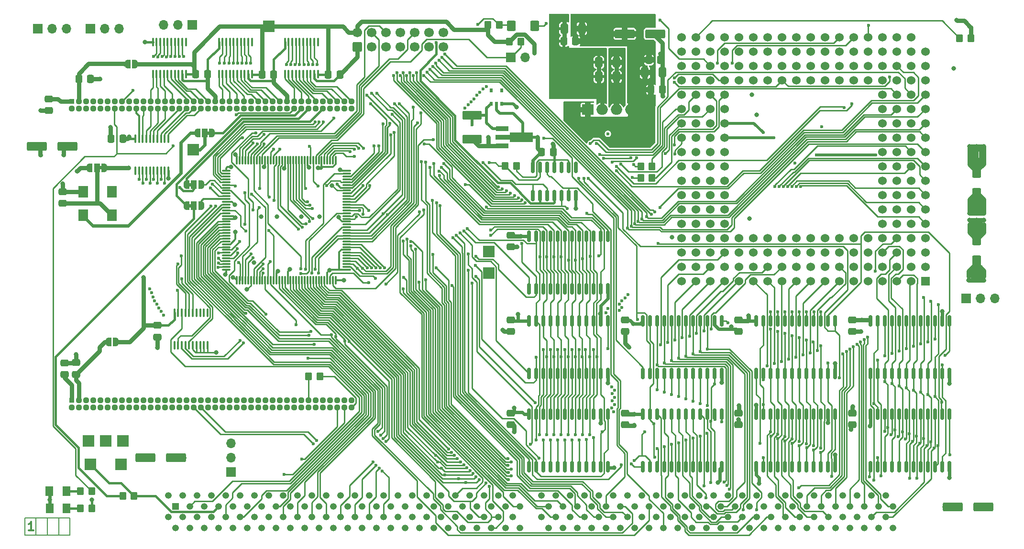
<source format=gbr>
G04 #@! TF.GenerationSoftware,KiCad,Pcbnew,7.0.6-0*
G04 #@! TF.CreationDate,2024-03-03T17:22:18+01:00*
G04 #@! TF.ProjectId,Z3660_v021d,5a333636-305f-4763-9032-31642e6b6963,v0.21d*
G04 #@! TF.SameCoordinates,Original*
G04 #@! TF.FileFunction,Copper,L1,Top*
G04 #@! TF.FilePolarity,Positive*
%FSLAX46Y46*%
G04 Gerber Fmt 4.6, Leading zero omitted, Abs format (unit mm)*
G04 Created by KiCad (PCBNEW 7.0.6-0) date 2024-03-03 17:22:18*
%MOMM*%
%LPD*%
G01*
G04 APERTURE LIST*
G04 Aperture macros list*
%AMRoundRect*
0 Rectangle with rounded corners*
0 $1 Rounding radius*
0 $2 $3 $4 $5 $6 $7 $8 $9 X,Y pos of 4 corners*
0 Add a 4 corners polygon primitive as box body*
4,1,4,$2,$3,$4,$5,$6,$7,$8,$9,$2,$3,0*
0 Add four circle primitives for the rounded corners*
1,1,$1+$1,$2,$3*
1,1,$1+$1,$4,$5*
1,1,$1+$1,$6,$7*
1,1,$1+$1,$8,$9*
0 Add four rect primitives between the rounded corners*
20,1,$1+$1,$2,$3,$4,$5,0*
20,1,$1+$1,$4,$5,$6,$7,0*
20,1,$1+$1,$6,$7,$8,$9,0*
20,1,$1+$1,$8,$9,$2,$3,0*%
%AMFreePoly0*
4,1,9,5.362500,-0.866500,1.237500,-0.866500,1.237500,-0.450000,-1.237500,-0.450000,-1.237500,0.450000,1.237500,0.450000,1.237500,0.866500,5.362500,0.866500,5.362500,-0.866500,5.362500,-0.866500,$1*%
%AMFreePoly1*
4,1,19,0.500000,-0.750000,0.000000,-0.750000,0.000000,-0.744911,-0.071157,-0.744911,-0.207708,-0.704816,-0.327430,-0.627875,-0.420627,-0.520320,-0.479746,-0.390866,-0.500000,-0.250000,-0.500000,0.250000,-0.479746,0.390866,-0.420627,0.520320,-0.327430,0.627875,-0.207708,0.704816,-0.071157,0.744911,0.000000,0.744911,0.000000,0.750000,0.500000,0.750000,0.500000,-0.750000,0.500000,-0.750000,
$1*%
%AMFreePoly2*
4,1,19,0.000000,0.744911,0.071157,0.744911,0.207708,0.704816,0.327430,0.627875,0.420627,0.520320,0.479746,0.390866,0.500000,0.250000,0.500000,-0.250000,0.479746,-0.390866,0.420627,-0.520320,0.327430,-0.627875,0.207708,-0.704816,0.071157,-0.744911,0.000000,-0.744911,0.000000,-0.750000,-0.500000,-0.750000,-0.500000,0.750000,0.000000,0.750000,0.000000,0.744911,0.000000,0.744911,
$1*%
%AMFreePoly3*
4,1,19,0.550000,-0.750000,0.000000,-0.750000,0.000000,-0.744911,-0.071157,-0.744911,-0.207708,-0.704816,-0.327430,-0.627875,-0.420627,-0.520320,-0.479746,-0.390866,-0.500000,-0.250000,-0.500000,0.250000,-0.479746,0.390866,-0.420627,0.520320,-0.327430,0.627875,-0.207708,0.704816,-0.071157,0.744911,0.000000,0.744911,0.000000,0.750000,0.550000,0.750000,0.550000,-0.750000,0.550000,-0.750000,
$1*%
%AMFreePoly4*
4,1,19,0.000000,0.744911,0.071157,0.744911,0.207708,0.704816,0.327430,0.627875,0.420627,0.520320,0.479746,0.390866,0.500000,0.250000,0.500000,-0.250000,0.479746,-0.390866,0.420627,-0.520320,0.327430,-0.627875,0.207708,-0.704816,0.071157,-0.744911,0.000000,-0.744911,0.000000,-0.750000,-0.550000,-0.750000,-0.550000,0.750000,0.000000,0.750000,0.000000,0.744911,0.000000,0.744911,
$1*%
G04 Aperture macros list end*
G04 #@! TA.AperFunction,NonConductor*
%ADD10C,0.150000*%
G04 #@! TD*
%ADD11C,0.300000*%
G04 #@! TA.AperFunction,NonConductor*
%ADD12C,0.300000*%
G04 #@! TD*
G04 #@! TA.AperFunction,SMDPad,CuDef*
%ADD13RoundRect,0.150000X0.150000X-0.825000X0.150000X0.825000X-0.150000X0.825000X-0.150000X-0.825000X0*%
G04 #@! TD*
G04 #@! TA.AperFunction,ComponentPad*
%ADD14R,1.700000X1.700000*%
G04 #@! TD*
G04 #@! TA.AperFunction,ComponentPad*
%ADD15O,1.700000X1.700000*%
G04 #@! TD*
G04 #@! TA.AperFunction,SMDPad,CuDef*
%ADD16RoundRect,0.075000X0.662500X0.075000X-0.662500X0.075000X-0.662500X-0.075000X0.662500X-0.075000X0*%
G04 #@! TD*
G04 #@! TA.AperFunction,SMDPad,CuDef*
%ADD17RoundRect,0.075000X0.075000X0.662500X-0.075000X0.662500X-0.075000X-0.662500X0.075000X-0.662500X0*%
G04 #@! TD*
G04 #@! TA.AperFunction,SMDPad,CuDef*
%ADD18RoundRect,0.250000X-1.500000X-0.550000X1.500000X-0.550000X1.500000X0.550000X-1.500000X0.550000X0*%
G04 #@! TD*
G04 #@! TA.AperFunction,SMDPad,CuDef*
%ADD19RoundRect,0.250000X0.550000X-1.500000X0.550000X1.500000X-0.550000X1.500000X-0.550000X-1.500000X0*%
G04 #@! TD*
G04 #@! TA.AperFunction,SMDPad,CuDef*
%ADD20RoundRect,0.250000X0.475000X-0.337500X0.475000X0.337500X-0.475000X0.337500X-0.475000X-0.337500X0*%
G04 #@! TD*
G04 #@! TA.AperFunction,SMDPad,CuDef*
%ADD21RoundRect,0.250000X-0.475000X0.337500X-0.475000X-0.337500X0.475000X-0.337500X0.475000X0.337500X0*%
G04 #@! TD*
G04 #@! TA.AperFunction,SMDPad,CuDef*
%ADD22RoundRect,0.250000X-0.350000X-0.450000X0.350000X-0.450000X0.350000X0.450000X-0.350000X0.450000X0*%
G04 #@! TD*
G04 #@! TA.AperFunction,SMDPad,CuDef*
%ADD23RoundRect,0.250000X-1.450000X0.537500X-1.450000X-0.537500X1.450000X-0.537500X1.450000X0.537500X0*%
G04 #@! TD*
G04 #@! TA.AperFunction,SMDPad,CuDef*
%ADD24R,2.300000X0.900000*%
G04 #@! TD*
G04 #@! TA.AperFunction,SMDPad,CuDef*
%ADD25FreePoly0,0.000000*%
G04 #@! TD*
G04 #@! TA.AperFunction,SMDPad,CuDef*
%ADD26RoundRect,0.250000X-0.337500X-0.475000X0.337500X-0.475000X0.337500X0.475000X-0.337500X0.475000X0*%
G04 #@! TD*
G04 #@! TA.AperFunction,SMDPad,CuDef*
%ADD27RoundRect,0.150000X0.150000X-0.875000X0.150000X0.875000X-0.150000X0.875000X-0.150000X-0.875000X0*%
G04 #@! TD*
G04 #@! TA.AperFunction,ComponentPad*
%ADD28RoundRect,0.250000X0.600000X-0.600000X0.600000X0.600000X-0.600000X0.600000X-0.600000X-0.600000X0*%
G04 #@! TD*
G04 #@! TA.AperFunction,ComponentPad*
%ADD29C,1.700000*%
G04 #@! TD*
G04 #@! TA.AperFunction,SMDPad,CuDef*
%ADD30R,1.800000X2.000000*%
G04 #@! TD*
G04 #@! TA.AperFunction,SMDPad,CuDef*
%ADD31RoundRect,0.250000X0.337500X0.475000X-0.337500X0.475000X-0.337500X-0.475000X0.337500X-0.475000X0*%
G04 #@! TD*
G04 #@! TA.AperFunction,SMDPad,CuDef*
%ADD32RoundRect,0.250000X-0.550000X1.500000X-0.550000X-1.500000X0.550000X-1.500000X0.550000X1.500000X0*%
G04 #@! TD*
G04 #@! TA.AperFunction,SMDPad,CuDef*
%ADD33RoundRect,0.250000X0.412500X0.650000X-0.412500X0.650000X-0.412500X-0.650000X0.412500X-0.650000X0*%
G04 #@! TD*
G04 #@! TA.AperFunction,SMDPad,CuDef*
%ADD34RoundRect,0.250000X-0.412500X-0.650000X0.412500X-0.650000X0.412500X0.650000X-0.412500X0.650000X0*%
G04 #@! TD*
G04 #@! TA.AperFunction,SMDPad,CuDef*
%ADD35RoundRect,0.250001X0.462499X0.624999X-0.462499X0.624999X-0.462499X-0.624999X0.462499X-0.624999X0*%
G04 #@! TD*
G04 #@! TA.AperFunction,SMDPad,CuDef*
%ADD36RoundRect,0.249998X-0.537502X-0.650002X0.537502X-0.650002X0.537502X0.650002X-0.537502X0.650002X0*%
G04 #@! TD*
G04 #@! TA.AperFunction,ComponentPad*
%ADD37R,2.000000X2.000000*%
G04 #@! TD*
G04 #@! TA.AperFunction,SMDPad,CuDef*
%ADD38FreePoly1,0.000000*%
G04 #@! TD*
G04 #@! TA.AperFunction,SMDPad,CuDef*
%ADD39FreePoly2,0.000000*%
G04 #@! TD*
G04 #@! TA.AperFunction,SMDPad,CuDef*
%ADD40FreePoly3,0.000000*%
G04 #@! TD*
G04 #@! TA.AperFunction,SMDPad,CuDef*
%ADD41R,1.000000X1.500000*%
G04 #@! TD*
G04 #@! TA.AperFunction,SMDPad,CuDef*
%ADD42FreePoly4,0.000000*%
G04 #@! TD*
G04 #@! TA.AperFunction,SMDPad,CuDef*
%ADD43RoundRect,0.100000X0.100000X-0.637500X0.100000X0.637500X-0.100000X0.637500X-0.100000X-0.637500X0*%
G04 #@! TD*
G04 #@! TA.AperFunction,SMDPad,CuDef*
%ADD44RoundRect,0.100000X-0.100000X0.637500X-0.100000X-0.637500X0.100000X-0.637500X0.100000X0.637500X0*%
G04 #@! TD*
G04 #@! TA.AperFunction,SMDPad,CuDef*
%ADD45FreePoly3,180.000000*%
G04 #@! TD*
G04 #@! TA.AperFunction,SMDPad,CuDef*
%ADD46FreePoly4,180.000000*%
G04 #@! TD*
G04 #@! TA.AperFunction,SMDPad,CuDef*
%ADD47RoundRect,0.250000X0.350000X0.450000X-0.350000X0.450000X-0.350000X-0.450000X0.350000X-0.450000X0*%
G04 #@! TD*
G04 #@! TA.AperFunction,SMDPad,CuDef*
%ADD48R,0.510000X0.700000*%
G04 #@! TD*
G04 #@! TA.AperFunction,ComponentPad*
%ADD49R,2.000000X1.905000*%
G04 #@! TD*
G04 #@! TA.AperFunction,ComponentPad*
%ADD50O,2.000000X1.905000*%
G04 #@! TD*
G04 #@! TA.AperFunction,ComponentPad*
%ADD51C,1.524000*%
G04 #@! TD*
G04 #@! TA.AperFunction,ComponentPad*
%ADD52R,1.524000X1.524000*%
G04 #@! TD*
G04 #@! TA.AperFunction,ComponentPad*
%ADD53R,0.950000X0.950000*%
G04 #@! TD*
G04 #@! TA.AperFunction,ComponentPad*
%ADD54RoundRect,0.237500X-0.237500X0.237500X-0.237500X-0.237500X0.237500X-0.237500X0.237500X0.237500X0*%
G04 #@! TD*
G04 #@! TA.AperFunction,ComponentPad*
%ADD55R,1.200000X1.200000*%
G04 #@! TD*
G04 #@! TA.AperFunction,ComponentPad*
%ADD56O,1.200000X1.200000*%
G04 #@! TD*
G04 #@! TA.AperFunction,ViaPad*
%ADD57C,0.800000*%
G04 #@! TD*
G04 #@! TA.AperFunction,ViaPad*
%ADD58C,0.600000*%
G04 #@! TD*
G04 #@! TA.AperFunction,Conductor*
%ADD59C,0.300000*%
G04 #@! TD*
G04 #@! TA.AperFunction,Conductor*
%ADD60C,0.800000*%
G04 #@! TD*
G04 #@! TA.AperFunction,Conductor*
%ADD61C,0.600000*%
G04 #@! TD*
G04 #@! TA.AperFunction,Conductor*
%ADD62C,0.400000*%
G04 #@! TD*
G04 #@! TA.AperFunction,Conductor*
%ADD63C,0.250000*%
G04 #@! TD*
G04 #@! TA.AperFunction,Conductor*
%ADD64C,0.500000*%
G04 #@! TD*
G04 APERTURE END LIST*
D10*
X80582000Y-122047000D02*
X80582000Y-118999000D01*
X88582000Y-118999000D02*
X88582000Y-122047000D01*
X84582000Y-118999000D02*
X84582000Y-122047000D01*
X82582000Y-118999000D02*
X82582000Y-122047000D01*
X80582000Y-118999000D02*
X88582000Y-118999000D01*
X88582000Y-122047000D02*
X80582000Y-122047000D01*
X86582000Y-118999000D02*
X86582000Y-122047000D01*
D11*
D12*
X82147572Y-121201328D02*
X81290429Y-121201328D01*
X81719000Y-121201328D02*
X81719000Y-119701328D01*
X81719000Y-119701328D02*
X81576143Y-119915614D01*
X81576143Y-119915614D02*
X81433286Y-120058471D01*
X81433286Y-120058471D02*
X81290429Y-120129900D01*
G04 #@! TA.AperFunction,EtchedComponent*
G36*
X110110800Y-64054000D02*
G01*
X109610800Y-64054000D01*
X109610800Y-63454000D01*
X110110800Y-63454000D01*
X110110800Y-64054000D01*
G37*
G04 #@! TD.AperFunction*
G04 #@! TA.AperFunction,EtchedComponent*
G36*
X110110800Y-60294800D02*
G01*
X109610800Y-60294800D01*
X109610800Y-59694800D01*
X110110800Y-59694800D01*
X110110800Y-60294800D01*
G37*
G04 #@! TD.AperFunction*
G04 #@! TA.AperFunction,EtchedComponent*
G36*
X113315600Y-51185600D02*
G01*
X112815600Y-51185600D01*
X112815600Y-50585600D01*
X113315600Y-50585600D01*
X113315600Y-51185600D01*
G37*
G04 #@! TD.AperFunction*
G04 #@! TA.AperFunction,EtchedComponent*
G36*
X94240400Y-57297600D02*
G01*
X93740400Y-57297600D01*
X93740400Y-56697600D01*
X94240400Y-56697600D01*
X94240400Y-57297600D01*
G37*
G04 #@! TD.AperFunction*
D13*
X170474000Y-61927000D03*
X171744000Y-61927000D03*
X173014000Y-61927000D03*
X174284000Y-61927000D03*
X175554000Y-61927000D03*
X176824000Y-61927000D03*
X178094000Y-61927000D03*
X178094000Y-56977000D03*
X176824000Y-56977000D03*
X175554000Y-56977000D03*
X174284000Y-56977000D03*
X173014000Y-56977000D03*
X171744000Y-56977000D03*
X170474000Y-56977000D03*
D14*
X247220000Y-80137000D03*
D15*
X249760000Y-80137000D03*
X252300000Y-80137000D03*
D16*
X137535500Y-75044000D03*
X137535500Y-74544000D03*
X137535500Y-74044000D03*
X137535500Y-73544000D03*
X137535500Y-73044000D03*
X137535500Y-72544000D03*
X137535500Y-72044000D03*
X137535500Y-71544000D03*
X137535500Y-71044000D03*
X137535500Y-70544000D03*
X137535500Y-70044000D03*
X137535500Y-69544000D03*
X137535500Y-69044000D03*
X137535500Y-68544000D03*
X137535500Y-68044000D03*
X137535500Y-67544000D03*
X137535500Y-67044000D03*
X137535500Y-66544000D03*
X137535500Y-66044000D03*
X137535500Y-65544000D03*
X137535500Y-65044000D03*
X137535500Y-64544000D03*
X137535500Y-64044000D03*
X137535500Y-63544000D03*
X137535500Y-63044000D03*
X137535500Y-62544000D03*
X137535500Y-62044000D03*
X137535500Y-61544000D03*
X137535500Y-61044000D03*
X137535500Y-60544000D03*
X137535500Y-60044000D03*
X137535500Y-59544000D03*
X137535500Y-59044000D03*
X137535500Y-58544000D03*
X137535500Y-58044000D03*
X137535500Y-57544000D03*
D17*
X135623000Y-55631500D03*
X135123000Y-55631500D03*
X134623000Y-55631500D03*
X134123000Y-55631500D03*
X133623000Y-55631500D03*
X133123000Y-55631500D03*
X132623000Y-55631500D03*
X132123000Y-55631500D03*
X131623000Y-55631500D03*
X131123000Y-55631500D03*
X130623000Y-55631500D03*
X130123000Y-55631500D03*
X129623000Y-55631500D03*
X129123000Y-55631500D03*
X128623000Y-55631500D03*
X128123000Y-55631500D03*
X127623000Y-55631500D03*
X127123000Y-55631500D03*
X126623000Y-55631500D03*
X126123000Y-55631500D03*
X125623000Y-55631500D03*
X125123000Y-55631500D03*
X124623000Y-55631500D03*
X124123000Y-55631500D03*
X123623000Y-55631500D03*
X123123000Y-55631500D03*
X122623000Y-55631500D03*
X122123000Y-55631500D03*
X121623000Y-55631500D03*
X121123000Y-55631500D03*
X120623000Y-55631500D03*
X120123000Y-55631500D03*
X119623000Y-55631500D03*
X119123000Y-55631500D03*
X118623000Y-55631500D03*
X118123000Y-55631500D03*
D16*
X116210500Y-57544000D03*
X116210500Y-58044000D03*
X116210500Y-58544000D03*
X116210500Y-59044000D03*
X116210500Y-59544000D03*
X116210500Y-60044000D03*
X116210500Y-60544000D03*
X116210500Y-61044000D03*
X116210500Y-61544000D03*
X116210500Y-62044000D03*
X116210500Y-62544000D03*
X116210500Y-63044000D03*
X116210500Y-63544000D03*
X116210500Y-64044000D03*
X116210500Y-64544000D03*
X116210500Y-65044000D03*
X116210500Y-65544000D03*
X116210500Y-66044000D03*
X116210500Y-66544000D03*
X116210500Y-67044000D03*
X116210500Y-67544000D03*
X116210500Y-68044000D03*
X116210500Y-68544000D03*
X116210500Y-69044000D03*
X116210500Y-69544000D03*
X116210500Y-70044000D03*
X116210500Y-70544000D03*
X116210500Y-71044000D03*
X116210500Y-71544000D03*
X116210500Y-72044000D03*
X116210500Y-72544000D03*
X116210500Y-73044000D03*
X116210500Y-73544000D03*
X116210500Y-74044000D03*
X116210500Y-74544000D03*
X116210500Y-75044000D03*
D17*
X118123000Y-76956500D03*
X118623000Y-76956500D03*
X119123000Y-76956500D03*
X119623000Y-76956500D03*
X120123000Y-76956500D03*
X120623000Y-76956500D03*
X121123000Y-76956500D03*
X121623000Y-76956500D03*
X122123000Y-76956500D03*
X122623000Y-76956500D03*
X123123000Y-76956500D03*
X123623000Y-76956500D03*
X124123000Y-76956500D03*
X124623000Y-76956500D03*
X125123000Y-76956500D03*
X125623000Y-76956500D03*
X126123000Y-76956500D03*
X126623000Y-76956500D03*
X127123000Y-76956500D03*
X127623000Y-76956500D03*
X128123000Y-76956500D03*
X128623000Y-76956500D03*
X129123000Y-76956500D03*
X129623000Y-76956500D03*
X130123000Y-76956500D03*
X130623000Y-76956500D03*
X131123000Y-76956500D03*
X131623000Y-76956500D03*
X132123000Y-76956500D03*
X132623000Y-76956500D03*
X133123000Y-76956500D03*
X133623000Y-76956500D03*
X134123000Y-76956500D03*
X134623000Y-76956500D03*
X135123000Y-76956500D03*
X135623000Y-76956500D03*
D18*
X101927700Y-108305600D03*
X107327700Y-108305600D03*
X82694800Y-53238398D03*
X88094800Y-53238398D03*
X186784000Y-33300000D03*
X192184000Y-33300000D03*
X244873800Y-117017800D03*
X250273800Y-117017800D03*
D19*
X249047000Y-74328000D03*
X249047000Y-68928000D03*
D20*
X87274400Y-63318300D03*
X87274400Y-61243300D03*
D21*
X206883000Y-100435500D03*
X206883000Y-102510500D03*
D22*
X168386000Y-34696400D03*
X166386000Y-34696400D03*
D23*
X159766000Y-47697300D03*
X159766000Y-51972300D03*
D24*
X165083600Y-50112800D03*
D25*
X165171100Y-51612800D03*
D24*
X165083600Y-53112800D03*
D26*
X172063500Y-54245000D03*
X174138500Y-54245000D03*
D21*
X166624000Y-68939500D03*
X166624000Y-71014500D03*
X166624000Y-83925500D03*
X166624000Y-86000500D03*
X206883000Y-83925500D03*
X206883000Y-86000500D03*
X166624000Y-100435500D03*
X166624000Y-102510500D03*
X227076000Y-83925500D03*
X227076000Y-86000500D03*
X186817000Y-83925500D03*
X186817000Y-86000500D03*
X186817000Y-100435500D03*
X186817000Y-102510500D03*
D22*
X191627000Y-58801000D03*
X189627000Y-58801000D03*
X191611000Y-56769000D03*
X189611000Y-56769000D03*
D27*
X189992000Y-93423000D03*
X191262000Y-93423000D03*
X192532000Y-93423000D03*
X193802000Y-93423000D03*
X195072000Y-93423000D03*
X196342000Y-93423000D03*
X197612000Y-93423000D03*
X198882000Y-93423000D03*
X200152000Y-93423000D03*
X201422000Y-93423000D03*
X202692000Y-93423000D03*
X203962000Y-93423000D03*
X203962000Y-84123000D03*
X202692000Y-84123000D03*
X201422000Y-84123000D03*
X200152000Y-84123000D03*
X198882000Y-84123000D03*
X197612000Y-84123000D03*
X196342000Y-84123000D03*
X195072000Y-84123000D03*
X193802000Y-84123000D03*
X192532000Y-84123000D03*
X191262000Y-84123000D03*
X189992000Y-84123000D03*
X169799000Y-93423000D03*
X171069000Y-93423000D03*
X172339000Y-93423000D03*
X173609000Y-93423000D03*
X174879000Y-93423000D03*
X176149000Y-93423000D03*
X177419000Y-93423000D03*
X178689000Y-93423000D03*
X179959000Y-93423000D03*
X181229000Y-93423000D03*
X182499000Y-93423000D03*
X183769000Y-93423000D03*
X183769000Y-84123000D03*
X182499000Y-84123000D03*
X181229000Y-84123000D03*
X179959000Y-84123000D03*
X178689000Y-84123000D03*
X177419000Y-84123000D03*
X176149000Y-84123000D03*
X174879000Y-84123000D03*
X173609000Y-84123000D03*
X172339000Y-84123000D03*
X171069000Y-84123000D03*
X169799000Y-84123000D03*
X210058000Y-93423000D03*
X211328000Y-93423000D03*
X212598000Y-93423000D03*
X213868000Y-93423000D03*
X215138000Y-93423000D03*
X216408000Y-93423000D03*
X217678000Y-93423000D03*
X218948000Y-93423000D03*
X220218000Y-93423000D03*
X221488000Y-93423000D03*
X222758000Y-93423000D03*
X224028000Y-93423000D03*
X224028000Y-84123000D03*
X222758000Y-84123000D03*
X221488000Y-84123000D03*
X220218000Y-84123000D03*
X218948000Y-84123000D03*
X217678000Y-84123000D03*
X216408000Y-84123000D03*
X215138000Y-84123000D03*
X213868000Y-84123000D03*
X212598000Y-84123000D03*
X211328000Y-84123000D03*
X210058000Y-84123000D03*
X230251000Y-93423000D03*
X231521000Y-93423000D03*
X232791000Y-93423000D03*
X234061000Y-93423000D03*
X235331000Y-93423000D03*
X236601000Y-93423000D03*
X237871000Y-93423000D03*
X239141000Y-93423000D03*
X240411000Y-93423000D03*
X241681000Y-93423000D03*
X242951000Y-93423000D03*
X244221000Y-93423000D03*
X244221000Y-84123000D03*
X242951000Y-84123000D03*
X241681000Y-84123000D03*
X240411000Y-84123000D03*
X239141000Y-84123000D03*
X237871000Y-84123000D03*
X236601000Y-84123000D03*
X235331000Y-84123000D03*
X234061000Y-84123000D03*
X232791000Y-84123000D03*
X231521000Y-84123000D03*
X230251000Y-84123000D03*
D14*
X110251000Y-31750000D03*
D15*
X107711000Y-31750000D03*
X105171000Y-31750000D03*
D21*
X227076000Y-100435500D03*
X227076000Y-102510500D03*
D28*
X139446000Y-35610800D03*
D29*
X139446000Y-33070800D03*
X141986000Y-35610800D03*
X141986000Y-33070800D03*
X144526000Y-35610800D03*
X144526000Y-33070800D03*
X147066000Y-35610800D03*
X147066000Y-33070800D03*
X149606000Y-35610800D03*
X149606000Y-33070800D03*
X152146000Y-35610800D03*
X152146000Y-33070800D03*
X154686000Y-35610800D03*
X154686000Y-33070800D03*
D30*
X96012000Y-61247600D03*
X90932000Y-61247600D03*
X90932000Y-65447600D03*
X96012000Y-65447600D03*
D31*
X178075500Y-34594800D03*
X176000500Y-34594800D03*
D32*
X249047000Y-56990000D03*
X249047000Y-62390000D03*
D33*
X179197000Y-32359600D03*
X176072000Y-32359600D03*
D34*
X190359500Y-40132000D03*
X193484500Y-40132000D03*
D33*
X185331500Y-38354000D03*
X182206500Y-38354000D03*
X185331500Y-40894000D03*
X182206500Y-40894000D03*
D26*
X191409500Y-43180000D03*
X193484500Y-43180000D03*
X191062500Y-37900000D03*
X193137500Y-37900000D03*
D21*
X84836000Y-44809500D03*
X84836000Y-46884500D03*
D20*
X87613000Y-93620500D03*
X87613000Y-91545500D03*
X89645000Y-93599000D03*
X89645000Y-91524000D03*
D27*
X169799000Y-78437000D03*
X171069000Y-78437000D03*
X172339000Y-78437000D03*
X173609000Y-78437000D03*
X174879000Y-78437000D03*
X176149000Y-78437000D03*
X177419000Y-78437000D03*
X178689000Y-78437000D03*
X179959000Y-78437000D03*
X181229000Y-78437000D03*
X182499000Y-78437000D03*
X183769000Y-78437000D03*
X183769000Y-69137000D03*
X182499000Y-69137000D03*
X181229000Y-69137000D03*
X179959000Y-69137000D03*
X178689000Y-69137000D03*
X177419000Y-69137000D03*
X176149000Y-69137000D03*
X174879000Y-69137000D03*
X173609000Y-69137000D03*
X172339000Y-69137000D03*
X171069000Y-69137000D03*
X169799000Y-69137000D03*
X230251000Y-109933000D03*
X231521000Y-109933000D03*
X232791000Y-109933000D03*
X234061000Y-109933000D03*
X235331000Y-109933000D03*
X236601000Y-109933000D03*
X237871000Y-109933000D03*
X239141000Y-109933000D03*
X240411000Y-109933000D03*
X241681000Y-109933000D03*
X242951000Y-109933000D03*
X244221000Y-109933000D03*
X244221000Y-100633000D03*
X242951000Y-100633000D03*
X241681000Y-100633000D03*
X240411000Y-100633000D03*
X239141000Y-100633000D03*
X237871000Y-100633000D03*
X236601000Y-100633000D03*
X235331000Y-100633000D03*
X234061000Y-100633000D03*
X232791000Y-100633000D03*
X231521000Y-100633000D03*
X230251000Y-100633000D03*
X210058000Y-109933000D03*
X211328000Y-109933000D03*
X212598000Y-109933000D03*
X213868000Y-109933000D03*
X215138000Y-109933000D03*
X216408000Y-109933000D03*
X217678000Y-109933000D03*
X218948000Y-109933000D03*
X220218000Y-109933000D03*
X221488000Y-109933000D03*
X222758000Y-109933000D03*
X224028000Y-109933000D03*
X224028000Y-100633000D03*
X222758000Y-100633000D03*
X221488000Y-100633000D03*
X220218000Y-100633000D03*
X218948000Y-100633000D03*
X217678000Y-100633000D03*
X216408000Y-100633000D03*
X215138000Y-100633000D03*
X213868000Y-100633000D03*
X212598000Y-100633000D03*
X211328000Y-100633000D03*
X210058000Y-100633000D03*
X189992000Y-109933000D03*
X191262000Y-109933000D03*
X192532000Y-109933000D03*
X193802000Y-109933000D03*
X195072000Y-109933000D03*
X196342000Y-109933000D03*
X197612000Y-109933000D03*
X198882000Y-109933000D03*
X200152000Y-109933000D03*
X201422000Y-109933000D03*
X202692000Y-109933000D03*
X203962000Y-109933000D03*
X203962000Y-100633000D03*
X202692000Y-100633000D03*
X201422000Y-100633000D03*
X200152000Y-100633000D03*
X198882000Y-100633000D03*
X197612000Y-100633000D03*
X196342000Y-100633000D03*
X195072000Y-100633000D03*
X193802000Y-100633000D03*
X192532000Y-100633000D03*
X191262000Y-100633000D03*
X189992000Y-100633000D03*
X169799000Y-109933000D03*
X171069000Y-109933000D03*
X172339000Y-109933000D03*
X173609000Y-109933000D03*
X174879000Y-109933000D03*
X176149000Y-109933000D03*
X177419000Y-109933000D03*
X178689000Y-109933000D03*
X179959000Y-109933000D03*
X181229000Y-109933000D03*
X182499000Y-109933000D03*
X183769000Y-109933000D03*
X183769000Y-100633000D03*
X182499000Y-100633000D03*
X181229000Y-100633000D03*
X179959000Y-100633000D03*
X178689000Y-100633000D03*
X177419000Y-100633000D03*
X176149000Y-100633000D03*
X174879000Y-100633000D03*
X173609000Y-100633000D03*
X172339000Y-100633000D03*
X171069000Y-100633000D03*
X169799000Y-100633000D03*
D35*
X87926500Y-114300000D03*
X84951500Y-114300000D03*
D22*
X92424000Y-114300000D03*
X90424000Y-114300000D03*
D35*
X87953487Y-117348000D03*
X84978487Y-117348000D03*
D22*
X92424000Y-117348000D03*
X90424000Y-117348000D03*
D36*
X166695500Y-31869000D03*
X170870500Y-31869000D03*
D26*
X90119200Y-41300400D03*
X92194200Y-41300400D03*
D37*
X123768000Y-32004000D03*
X162712400Y-75641200D03*
X110388400Y-53797200D03*
X92178000Y-109551600D03*
X97613600Y-109551600D03*
D22*
X164576000Y-31742000D03*
X162576000Y-31742000D03*
D38*
X98791000Y-38622800D03*
D39*
X100091000Y-38622800D03*
D40*
X109210800Y-63754000D03*
D41*
X110510800Y-63754000D03*
D42*
X111810800Y-63754000D03*
D21*
X104057200Y-84916100D03*
X104057200Y-86991100D03*
D40*
X109210800Y-59994800D03*
D41*
X110510800Y-59994800D03*
D42*
X111810800Y-59994800D03*
D37*
X94921200Y-105386000D03*
D26*
X110849500Y-40452800D03*
X112924500Y-40452800D03*
D43*
X107075800Y-88441700D03*
X107725800Y-88441700D03*
X108375800Y-88441700D03*
X109025800Y-88441700D03*
X109675800Y-88441700D03*
X110325800Y-88441700D03*
X110975800Y-88441700D03*
X111625800Y-88441700D03*
X112275800Y-88441700D03*
X112925800Y-88441700D03*
X112925800Y-82716700D03*
X112275800Y-82716700D03*
X111625800Y-82716700D03*
X110975800Y-82716700D03*
X110325800Y-82716700D03*
X109675800Y-82716700D03*
X109025800Y-82716700D03*
X108375800Y-82716700D03*
X107725800Y-82716700D03*
X107075800Y-82716700D03*
D44*
X109097000Y-34729500D03*
X108447000Y-34729500D03*
X107797000Y-34729500D03*
X107147000Y-34729500D03*
X106497000Y-34729500D03*
X105847000Y-34729500D03*
X105197000Y-34729500D03*
X104547000Y-34729500D03*
X103897000Y-34729500D03*
X103247000Y-34729500D03*
X103247000Y-40454500D03*
X103897000Y-40454500D03*
X104547000Y-40454500D03*
X105197000Y-40454500D03*
X105847000Y-40454500D03*
X106497000Y-40454500D03*
X107147000Y-40454500D03*
X107797000Y-40454500D03*
X108447000Y-40454500D03*
X109097000Y-40454500D03*
D45*
X113715600Y-50885600D03*
D41*
X112415600Y-50885600D03*
D46*
X111115600Y-50885600D03*
D14*
X166624000Y-37490400D03*
D15*
X169164000Y-37490400D03*
D47*
X97907600Y-115112800D03*
X99907600Y-115112800D03*
X130826000Y-93929200D03*
X132826000Y-93929200D03*
D14*
X117094000Y-110871000D03*
D15*
X117094000Y-108331000D03*
X117094000Y-105791000D03*
D45*
X94640400Y-56997600D03*
D41*
X93340400Y-56997600D03*
D46*
X92040400Y-56997600D03*
D26*
X134293700Y-40503600D03*
X136368700Y-40503600D03*
D31*
X97929100Y-51834800D03*
X95854100Y-51834800D03*
D47*
X246065800Y-34101600D03*
X248065800Y-34101600D03*
X165640000Y-56692800D03*
X167640000Y-56692800D03*
D48*
X163134000Y-45660800D03*
X164084000Y-45660800D03*
X165034000Y-45660800D03*
X165034000Y-43340800D03*
X163134000Y-43340800D03*
D37*
X97969200Y-105386000D03*
D14*
X82895300Y-32361200D03*
D15*
X85435300Y-32361200D03*
X87975300Y-32361200D03*
D43*
X100144000Y-57567500D03*
X100794000Y-57567500D03*
X101444000Y-57567500D03*
X102094000Y-57567500D03*
X102744000Y-57567500D03*
X103394000Y-57567500D03*
X104044000Y-57567500D03*
X104694000Y-57567500D03*
X105344000Y-57567500D03*
X105994000Y-57567500D03*
X105994000Y-51842500D03*
X105344000Y-51842500D03*
X104694000Y-51842500D03*
X104044000Y-51842500D03*
X103394000Y-51842500D03*
X102744000Y-51842500D03*
X102094000Y-51842500D03*
X101444000Y-51842500D03*
X100794000Y-51842500D03*
X100144000Y-51842500D03*
D49*
X180213000Y-46736000D03*
D50*
X182753000Y-46736000D03*
X185293000Y-46736000D03*
X187833000Y-46736000D03*
D38*
X95412800Y-87833200D03*
D39*
X96712800Y-87833200D03*
D14*
X92191700Y-32361200D03*
D15*
X94731700Y-32361200D03*
X97271700Y-32361200D03*
D44*
X132465000Y-34745500D03*
X131815000Y-34745500D03*
X131165000Y-34745500D03*
X130515000Y-34745500D03*
X129865000Y-34745500D03*
X129215000Y-34745500D03*
X128565000Y-34745500D03*
X127915000Y-34745500D03*
X127265000Y-34745500D03*
X126615000Y-34745500D03*
X126615000Y-40470500D03*
X127265000Y-40470500D03*
X127915000Y-40470500D03*
X128565000Y-40470500D03*
X129215000Y-40470500D03*
X129865000Y-40470500D03*
X130515000Y-40470500D03*
X131165000Y-40470500D03*
X131815000Y-40470500D03*
X132465000Y-40470500D03*
X120781000Y-34745500D03*
X120131000Y-34745500D03*
X119481000Y-34745500D03*
X118831000Y-34745500D03*
X118181000Y-34745500D03*
X117531000Y-34745500D03*
X116881000Y-34745500D03*
X116231000Y-34745500D03*
X115581000Y-34745500D03*
X114931000Y-34745500D03*
X114931000Y-40470500D03*
X115581000Y-40470500D03*
X116231000Y-40470500D03*
X116881000Y-40470500D03*
X117531000Y-40470500D03*
X118181000Y-40470500D03*
X118831000Y-40470500D03*
X119481000Y-40470500D03*
X120131000Y-40470500D03*
X120781000Y-40470500D03*
D37*
X91873200Y-105386000D03*
D26*
X122558900Y-40503600D03*
X124633900Y-40503600D03*
D37*
X162712400Y-71882000D03*
D51*
X232435000Y-69430900D03*
X229895000Y-69430900D03*
X209575000Y-69430900D03*
X207035000Y-69430900D03*
D52*
X240055000Y-77050900D03*
D51*
X237515000Y-77050900D03*
X234975000Y-77050900D03*
X232435000Y-77050900D03*
X229895000Y-77050900D03*
X227355000Y-77050900D03*
X224815000Y-77050900D03*
X222275000Y-77050900D03*
X219735000Y-77050900D03*
X217195000Y-77050900D03*
X214655000Y-77050900D03*
X212115000Y-77050900D03*
X209575000Y-77050900D03*
X207035000Y-77050900D03*
X204495000Y-77050900D03*
X201955000Y-77050900D03*
X199415000Y-77050900D03*
X196875000Y-77050900D03*
X240055000Y-74510900D03*
X237515000Y-74510900D03*
X232435000Y-54190900D03*
X232435000Y-49110900D03*
X232435000Y-46570900D03*
X227355000Y-69430900D03*
X224815000Y-69430900D03*
X219735000Y-69430900D03*
X214655000Y-69430900D03*
X234975000Y-74510900D03*
X232435000Y-74510900D03*
X229895000Y-74510900D03*
X227355000Y-74510900D03*
X224815000Y-74510900D03*
X222275000Y-74510900D03*
X219735000Y-74510900D03*
X217195000Y-74510900D03*
X214655000Y-74510900D03*
X212115000Y-74510900D03*
X209575000Y-74510900D03*
X207035000Y-74510900D03*
X204495000Y-74510900D03*
X201955000Y-74510900D03*
X199415000Y-74510900D03*
X196875000Y-74510900D03*
X240055000Y-71970900D03*
X237515000Y-71970900D03*
X234975000Y-71970900D03*
X232435000Y-71970900D03*
X229895000Y-71970900D03*
X227355000Y-71970900D03*
X224815000Y-71970900D03*
X222275000Y-71970900D03*
X219735000Y-71970900D03*
X217195000Y-71970900D03*
X214655000Y-71970900D03*
X212115000Y-71970900D03*
X209575000Y-71970900D03*
X207035000Y-71970900D03*
X204495000Y-71970900D03*
X201955000Y-71970900D03*
X199415000Y-71970900D03*
X196875000Y-71970900D03*
X240055000Y-69430900D03*
X237515000Y-69430900D03*
X234975000Y-69430900D03*
X201955000Y-69430900D03*
X199415000Y-69430900D03*
X196875000Y-69430900D03*
X240055000Y-66890900D03*
X237515000Y-66890900D03*
X234975000Y-66890900D03*
X201955000Y-66890900D03*
X199415000Y-66890900D03*
X196875000Y-66890900D03*
X240055000Y-64350900D03*
X237515000Y-64350900D03*
X234975000Y-64350900D03*
X201955000Y-64350900D03*
X199415000Y-64350900D03*
X196875000Y-64350900D03*
X240055000Y-61810900D03*
X237515000Y-61810900D03*
X234975000Y-61810900D03*
X201955000Y-61810900D03*
X199415000Y-61810900D03*
X196875000Y-61810900D03*
X240055000Y-59270900D03*
X237515000Y-59270900D03*
X234975000Y-59270900D03*
X201955000Y-59270900D03*
X199415000Y-59270900D03*
X196875000Y-59270900D03*
X240055000Y-56730900D03*
X237515000Y-56730900D03*
X234975000Y-56730900D03*
X201955000Y-56730900D03*
X199415000Y-56730900D03*
X196875000Y-56730900D03*
X240055000Y-54190900D03*
X237515000Y-54190900D03*
X234975000Y-54190900D03*
X201955000Y-54190900D03*
X199415000Y-54190900D03*
X196875000Y-54190900D03*
X240055000Y-51650900D03*
X237515000Y-51650900D03*
X234975000Y-51650900D03*
X201955000Y-51650900D03*
X199415000Y-51650900D03*
X196875000Y-51650900D03*
X240055000Y-49110900D03*
X237515000Y-49110900D03*
X234975000Y-49110900D03*
X201955000Y-49110900D03*
X199415000Y-49110900D03*
X196875000Y-49110900D03*
X240055000Y-46570900D03*
X237515000Y-46570900D03*
X234975000Y-46570900D03*
X201955000Y-46570900D03*
X199415000Y-46570900D03*
X196875000Y-46570900D03*
X240055000Y-44030900D03*
X237515000Y-44030900D03*
X234975000Y-44030900D03*
X201955000Y-44030900D03*
X199415000Y-44030900D03*
X196875000Y-44030900D03*
X240055000Y-41490900D03*
X237515000Y-41490900D03*
X234975000Y-41490900D03*
X201955000Y-41490900D03*
X199415000Y-41490900D03*
X196875000Y-41490900D03*
X240055000Y-38950900D03*
X237515000Y-38950900D03*
X234975000Y-38950900D03*
X232435000Y-38950900D03*
X229895000Y-38950900D03*
X227355000Y-38950900D03*
X224815000Y-38950900D03*
X222275000Y-38950900D03*
X219735000Y-38950900D03*
X217195000Y-38950900D03*
X214655000Y-38950900D03*
X212115000Y-38950900D03*
X209575000Y-38950900D03*
X207035000Y-38950900D03*
X204495000Y-38950900D03*
X201955000Y-38950900D03*
X199415000Y-38950900D03*
X196875000Y-38950900D03*
X240055000Y-36410900D03*
X237515000Y-36410900D03*
X234975000Y-36410900D03*
X232435000Y-36410900D03*
X229895000Y-36410900D03*
X227355000Y-36410900D03*
X224815000Y-36410900D03*
X222275000Y-36410900D03*
X219735000Y-36410900D03*
X217195000Y-36410900D03*
X214655000Y-36410900D03*
X212115000Y-36410900D03*
X209575000Y-36410900D03*
X207035000Y-36410900D03*
X204495000Y-36410900D03*
X201955000Y-36410900D03*
X199415000Y-36410900D03*
X196875000Y-36410900D03*
X237515000Y-33870900D03*
X234975000Y-33870900D03*
X232435000Y-33870900D03*
X229895000Y-33870900D03*
X227355000Y-33870900D03*
X224815000Y-33870900D03*
X222275000Y-33870900D03*
X219735000Y-33870900D03*
X217195000Y-33870900D03*
X214655000Y-33870900D03*
X212115000Y-33870900D03*
X209575000Y-33870900D03*
X207035000Y-33870900D03*
X204495000Y-33870900D03*
X201955000Y-33870900D03*
X199415000Y-33870900D03*
X196875000Y-33870900D03*
X222275000Y-69430900D03*
X217195000Y-69430900D03*
X212115000Y-69430900D03*
X204495000Y-69430900D03*
X232435000Y-66890900D03*
X204495000Y-66890900D03*
X232435000Y-64350900D03*
X204495000Y-64350900D03*
X232435000Y-61810900D03*
X204495000Y-61810900D03*
X232435000Y-59270900D03*
X204495000Y-59270900D03*
X232435000Y-56730900D03*
X204495000Y-56730900D03*
X204495000Y-54190900D03*
X232435000Y-51650900D03*
X204495000Y-51650900D03*
X204495000Y-49110900D03*
X204495000Y-46570900D03*
X232435000Y-44030900D03*
X204495000Y-44030900D03*
X232435000Y-41490900D03*
X229895000Y-41490900D03*
X227355000Y-41490900D03*
X224815000Y-41490900D03*
X222275000Y-41490900D03*
X219735000Y-41490900D03*
X217195000Y-41490900D03*
X214655000Y-41490900D03*
X212115000Y-41490900D03*
X209575000Y-41490900D03*
X207035000Y-41490900D03*
X204495000Y-41490900D03*
D53*
X88883000Y-45256500D03*
D54*
X88883000Y-46526500D03*
X90153000Y-45256500D03*
X90153000Y-46526500D03*
X91423000Y-45256500D03*
X91423000Y-46526500D03*
X92693000Y-45256500D03*
X92693000Y-46526500D03*
X93963000Y-45256500D03*
X93963000Y-46526500D03*
X95233000Y-45256500D03*
X95233000Y-46526500D03*
X96503000Y-45256500D03*
X96503000Y-46526500D03*
X97773000Y-45256500D03*
X97773000Y-46526500D03*
X99043000Y-45256500D03*
X99043000Y-46526500D03*
X100313000Y-45256500D03*
X100313000Y-46526500D03*
X101583000Y-45256500D03*
X101583000Y-46526500D03*
X102853000Y-45256500D03*
X102853000Y-46526500D03*
X104123000Y-45256500D03*
X104123000Y-46526500D03*
X105393000Y-45256500D03*
X105393000Y-46526500D03*
X106663000Y-45256500D03*
X106663000Y-46526500D03*
X107933000Y-45256500D03*
X107933000Y-46526500D03*
X109203000Y-45256500D03*
X109203000Y-46526500D03*
X110473000Y-45256500D03*
X110473000Y-46526500D03*
X111743000Y-45256500D03*
X111743000Y-46526500D03*
X113013000Y-45256500D03*
X113013000Y-46526500D03*
X114283000Y-45256500D03*
X114283000Y-46526500D03*
X115553000Y-45256500D03*
X115553000Y-46526500D03*
X116823000Y-45256500D03*
X116823000Y-46526500D03*
X118093000Y-45256500D03*
X118093000Y-46526500D03*
X119363000Y-45256500D03*
X119363000Y-46526500D03*
X120633000Y-45256500D03*
X120633000Y-46526500D03*
X121903000Y-45256500D03*
X121903000Y-46526500D03*
X123173000Y-45256500D03*
X123173000Y-46526500D03*
X124443000Y-45256500D03*
X124443000Y-46526500D03*
X125713000Y-45256500D03*
X125713000Y-46526500D03*
X126983000Y-45256500D03*
X126983000Y-46526500D03*
X128253000Y-45256500D03*
X128253000Y-46526500D03*
X129523000Y-45256500D03*
X129523000Y-46526500D03*
X130793000Y-45256500D03*
X130793000Y-46526500D03*
X132063000Y-45256500D03*
X132063000Y-46526500D03*
X133333000Y-45256500D03*
X133333000Y-46526500D03*
X134603000Y-45256500D03*
X134603000Y-46526500D03*
X135873000Y-45256500D03*
X135873000Y-46526500D03*
X137143000Y-45256500D03*
X137143000Y-46526500D03*
X138413000Y-45256500D03*
X138413000Y-46526500D03*
D53*
X88883000Y-98193000D03*
D54*
X88883000Y-99463000D03*
X90153000Y-98193000D03*
X90153000Y-99463000D03*
X91423000Y-98193000D03*
X91423000Y-99463000D03*
X92693000Y-98193000D03*
X92693000Y-99463000D03*
X93963000Y-98193000D03*
X93963000Y-99463000D03*
X95233000Y-98193000D03*
X95233000Y-99463000D03*
X96503000Y-98193000D03*
X96503000Y-99463000D03*
X97773000Y-98193000D03*
X97773000Y-99463000D03*
X99043000Y-98193000D03*
X99043000Y-99463000D03*
X100313000Y-98193000D03*
X100313000Y-99463000D03*
X101583000Y-98193000D03*
X101583000Y-99463000D03*
X102853000Y-98193000D03*
X102853000Y-99463000D03*
X104123000Y-98193000D03*
X104123000Y-99463000D03*
X105393000Y-98193000D03*
X105393000Y-99463000D03*
X106663000Y-98193000D03*
X106663000Y-99463000D03*
X107933000Y-98193000D03*
X107933000Y-99463000D03*
X109203000Y-98193000D03*
X109203000Y-99463000D03*
X110473000Y-98193000D03*
X110473000Y-99463000D03*
X111743000Y-98193000D03*
X111743000Y-99463000D03*
X113013000Y-98193000D03*
X113013000Y-99463000D03*
X114283000Y-98193000D03*
X114283000Y-99463000D03*
X115553000Y-98193000D03*
X115553000Y-99463000D03*
X116823000Y-98193000D03*
X116823000Y-99463000D03*
X118093000Y-98193000D03*
X118093000Y-99463000D03*
X119363000Y-98193000D03*
X119363000Y-99463000D03*
X120633000Y-98193000D03*
X120633000Y-99463000D03*
X121903000Y-98193000D03*
X121903000Y-99463000D03*
X123173000Y-98193000D03*
X123173000Y-99463000D03*
X124443000Y-98193000D03*
X124443000Y-99463000D03*
X125713000Y-98193000D03*
X125713000Y-99463000D03*
X126983000Y-98193000D03*
X126983000Y-99463000D03*
X128253000Y-98193000D03*
X128253000Y-99463000D03*
X129523000Y-98193000D03*
X129523000Y-99463000D03*
X130793000Y-98193000D03*
X130793000Y-99463000D03*
X132063000Y-98193000D03*
X132063000Y-99463000D03*
X133333000Y-98193000D03*
X133333000Y-99463000D03*
X134603000Y-98193000D03*
X134603000Y-99463000D03*
X135873000Y-98193000D03*
X135873000Y-99463000D03*
X137143000Y-98193000D03*
X137143000Y-99463000D03*
X138413000Y-98193000D03*
X138413000Y-99463000D03*
D55*
X107239000Y-116954500D03*
D56*
X105964986Y-115024415D03*
X107234986Y-120739415D03*
X105964986Y-118859500D03*
X109774986Y-116954500D03*
X108504986Y-115024415D03*
X109774986Y-120739415D03*
X108504986Y-118859500D03*
X112314986Y-116929415D03*
X111044986Y-115024415D03*
X112314986Y-120739415D03*
X111044986Y-118859500D03*
X114854986Y-116954500D03*
X113584986Y-115024415D03*
X114854986Y-120739415D03*
X113584986Y-118834415D03*
X117394986Y-116954500D03*
X116124986Y-115024415D03*
X117394986Y-120739415D03*
X116124986Y-118859500D03*
X119934986Y-116954500D03*
X118664986Y-115024415D03*
X119934986Y-120739415D03*
X118664986Y-118859500D03*
X122474986Y-116954500D03*
X121204986Y-115024415D03*
X122474986Y-120739415D03*
X121204986Y-118834415D03*
X125014986Y-116954500D03*
X123744986Y-115024415D03*
X125014986Y-120739415D03*
X123744986Y-118859500D03*
X127554986Y-116954500D03*
X126284986Y-115024415D03*
X127554986Y-120739415D03*
X126284986Y-118834415D03*
X130094986Y-116954500D03*
X128824986Y-115024415D03*
X130094986Y-120739415D03*
X128824986Y-118859500D03*
X132634986Y-116929415D03*
X131364986Y-115024415D03*
X132634986Y-120739415D03*
X131364986Y-118834415D03*
X135174986Y-116954500D03*
X133904986Y-115024415D03*
X135174986Y-120739415D03*
X133904986Y-118859500D03*
X137714986Y-116929415D03*
X136444986Y-115024415D03*
X137714986Y-120739415D03*
X136444986Y-118859500D03*
X140254986Y-116954500D03*
X138984986Y-115024415D03*
X140254986Y-120739415D03*
X138984986Y-118859500D03*
X142794986Y-116954500D03*
X141524986Y-115024415D03*
X142794986Y-120739415D03*
X141524986Y-118834415D03*
X145334986Y-116954500D03*
X144064986Y-115024415D03*
X145334986Y-120739415D03*
X144064986Y-118859500D03*
X147874986Y-116954500D03*
X146604986Y-115024415D03*
X147874986Y-120739415D03*
X146604986Y-118859500D03*
X150414986Y-116954500D03*
X149144986Y-115024415D03*
X150414986Y-120739415D03*
X149144986Y-118834415D03*
X152954986Y-116954500D03*
X151684986Y-115024415D03*
X152954986Y-120739415D03*
X151684986Y-118859500D03*
X155494986Y-116954500D03*
X154224986Y-115024415D03*
X155494986Y-120739415D03*
X154224986Y-118834415D03*
X158034986Y-116954500D03*
X156764986Y-115024415D03*
X158034986Y-120739415D03*
X156764986Y-118859500D03*
X160574986Y-116954500D03*
X159304986Y-115024415D03*
X160574986Y-120739415D03*
X159304986Y-118834415D03*
X163114986Y-116954500D03*
X161844986Y-115024415D03*
X163114986Y-120739415D03*
X161844986Y-118859500D03*
X165654986Y-116954500D03*
X164384986Y-115024415D03*
X165654986Y-120739415D03*
X164384986Y-118834415D03*
X168194986Y-116929415D03*
X166924986Y-115024415D03*
X168194986Y-120739415D03*
X166924986Y-118859500D03*
X173274986Y-116929415D03*
X172004986Y-115024415D03*
X173274986Y-120739415D03*
X172004986Y-118859500D03*
X175814986Y-116929415D03*
X174544986Y-115024415D03*
X175814986Y-120739415D03*
X174544986Y-118834415D03*
X178354986Y-116929415D03*
X177084986Y-115024415D03*
X178354986Y-120739415D03*
X177084986Y-118859500D03*
X180894986Y-116954500D03*
X179624986Y-115024415D03*
X180894986Y-120739415D03*
X179624986Y-118859500D03*
X183434986Y-116954500D03*
X182164986Y-115024415D03*
X183434986Y-120739415D03*
X182164986Y-118834415D03*
X185974986Y-116929415D03*
X184704986Y-115024415D03*
X185974986Y-120739415D03*
X184704986Y-118859500D03*
X188514986Y-116954500D03*
X187244986Y-115024415D03*
X188514986Y-120739415D03*
X187244986Y-118859500D03*
X191054986Y-116929415D03*
X189784986Y-115024415D03*
X191054986Y-120739415D03*
X189784986Y-118859500D03*
X193594986Y-116929415D03*
X192324986Y-115024415D03*
X193594986Y-120739415D03*
X192324986Y-118834415D03*
X196134986Y-116929415D03*
X194864986Y-115024415D03*
X196134986Y-120739415D03*
X194864986Y-118859500D03*
X198674986Y-116954500D03*
X197404986Y-115024415D03*
X198674986Y-120739415D03*
X197404986Y-118859500D03*
X201219000Y-116954500D03*
X199944986Y-115024415D03*
X201214986Y-120739415D03*
X199944986Y-118859500D03*
X203754986Y-116929415D03*
X202484986Y-115024415D03*
X203754986Y-120739415D03*
X202484986Y-118859500D03*
X206294986Y-116954500D03*
X205024986Y-115024415D03*
X206294986Y-120739415D03*
X205024986Y-118834415D03*
X208834986Y-116954500D03*
X207564986Y-115024415D03*
X208834986Y-120739415D03*
X207564986Y-118859500D03*
X211379000Y-116954500D03*
X210104986Y-115024415D03*
X211374986Y-120739415D03*
X210104986Y-118859500D03*
X213919000Y-116954500D03*
X212644986Y-115024415D03*
X213914986Y-120739415D03*
X212644986Y-118859500D03*
X216454986Y-116954500D03*
X215184986Y-115024415D03*
X216454986Y-120739415D03*
X215184986Y-118859500D03*
X218994986Y-116954500D03*
X217724986Y-115024415D03*
X218994986Y-120739415D03*
X217724986Y-118859500D03*
X221534986Y-116954500D03*
X220264986Y-115024415D03*
X221534986Y-120739415D03*
X220264986Y-118859500D03*
X224074986Y-116954500D03*
X222804986Y-115024415D03*
X224074986Y-120739415D03*
X222804986Y-118859500D03*
X226614986Y-116954500D03*
X225344986Y-115024415D03*
X226614986Y-120739415D03*
X225344986Y-118859500D03*
X229154986Y-116954500D03*
X227884986Y-115024415D03*
X229154986Y-120739415D03*
X227884986Y-118834415D03*
X231694986Y-116954500D03*
X230424986Y-115024415D03*
X231694986Y-120739415D03*
X230424986Y-118834415D03*
X234234986Y-116954500D03*
X232964986Y-115024415D03*
X234234986Y-120739415D03*
X232964986Y-118859500D03*
D57*
X176107477Y-30690810D03*
X178077293Y-36969500D03*
X136398000Y-57368982D03*
X92440000Y-115824000D03*
X95758000Y-49834800D03*
X247777000Y-66294000D03*
X203962000Y-95032198D03*
X222732600Y-102187194D03*
X187522898Y-88818502D03*
X224002600Y-107812400D03*
X93878400Y-41300400D03*
X226822000Y-103334445D03*
X224045449Y-91691599D03*
X178119400Y-64185865D03*
X205673697Y-85098000D03*
X116051327Y-75909273D03*
X193497200Y-44348400D03*
X162661602Y-51612802D03*
X89662000Y-90017600D03*
X165137644Y-85740515D03*
X104063800Y-88864000D03*
X203300000Y-112739800D03*
X130849500Y-56903872D03*
X177165000Y-39116000D03*
X188468000Y-102616000D03*
X183769000Y-95123000D03*
X125349000Y-75311000D03*
X179197000Y-39116000D03*
X167175000Y-103789498D03*
X210566000Y-112947670D03*
X250316950Y-65087500D03*
X176149000Y-39116000D03*
X182499000Y-102235000D03*
X249047000Y-66294000D03*
X136144000Y-65786000D03*
X244246400Y-95250000D03*
X242990500Y-82423000D03*
X228600000Y-85979000D03*
X176020094Y-36969500D03*
X180144300Y-36969500D03*
X208835141Y-65985141D03*
X134975600Y-60131226D03*
X249047000Y-65087500D03*
X179122299Y-36969500D03*
X167629700Y-46280400D03*
X114427000Y-89676800D03*
X83362800Y-46837602D03*
X117887764Y-54692564D03*
X108818700Y-108305600D03*
X182480428Y-82858600D03*
X137033000Y-76962000D03*
X122936000Y-56896000D03*
X105997269Y-58899531D03*
X250317000Y-66294000D03*
X180213000Y-39116000D03*
X244246400Y-111912400D03*
X174040800Y-52832000D03*
X117823576Y-65818444D03*
X206933800Y-101600000D03*
X251637800Y-117017800D03*
X87299800Y-59857200D03*
X117855992Y-68377217D03*
X119888000Y-78552412D03*
X87477600Y-54762400D03*
X129565400Y-65648400D03*
X247777008Y-65087500D03*
X184912000Y-110109000D03*
X101854000Y-34798000D03*
X178181000Y-39116000D03*
D58*
X221640400Y-49733200D03*
D57*
X167711400Y-70967602D03*
X177068242Y-36969500D03*
X245000000Y-39400000D03*
X180961720Y-30690810D03*
X181991000Y-30690810D03*
X184023000Y-30690810D03*
X84963000Y-115824000D03*
X188976000Y-52578000D03*
X228727000Y-83947000D03*
X207010000Y-99110800D03*
X188000000Y-52600008D03*
X183007000Y-30690810D03*
X185039000Y-30690810D03*
X189864951Y-52578491D03*
X189865000Y-51689000D03*
X179958443Y-30690810D03*
X208661000Y-83185000D03*
X188067505Y-30690810D03*
X188468000Y-100635003D03*
X167182914Y-99537510D03*
D58*
X231241579Y-54711621D03*
D57*
X189083505Y-30690810D03*
X188290926Y-84597974D03*
X168351200Y-69137000D03*
X249046999Y-76962000D03*
X167868600Y-82971200D03*
X250380503Y-76961998D03*
X89859901Y-57591295D03*
X177907505Y-30690810D03*
X247650001Y-76962000D03*
X243382800Y-117017798D03*
X210018000Y-99060000D03*
X186054443Y-30690810D03*
X171348402Y-51612800D03*
X83362800Y-54762398D03*
D58*
X220675200Y-54711600D03*
D57*
X100584000Y-108305600D03*
X190753951Y-52578491D03*
X230211000Y-102733995D03*
X188976049Y-51688509D03*
X187070443Y-30690810D03*
X227116862Y-99291030D03*
X191121720Y-30690810D03*
X190099505Y-30690810D03*
X188023016Y-51688514D03*
X178929720Y-30690810D03*
X190754000Y-51689000D03*
D58*
X221458418Y-106641000D03*
X241548011Y-106627529D03*
X229743000Y-86995000D03*
X241681000Y-87376000D03*
X221488000Y-82550000D03*
X220206990Y-106241000D03*
X240284000Y-106232500D03*
X220261022Y-82550000D03*
X229142363Y-87443318D03*
X240411000Y-87823500D03*
X218948000Y-105841000D03*
X239014000Y-105832989D03*
X238531404Y-111977996D03*
X239141000Y-88223011D03*
X218948000Y-82550000D03*
X228522450Y-87864581D03*
X237744000Y-105433478D03*
X237210595Y-111936405D03*
X217678001Y-105441000D03*
X227886238Y-88260799D03*
X217678000Y-82550000D03*
X237871000Y-88646000D03*
X216385250Y-105005522D03*
X236474000Y-105033967D03*
X227250503Y-88657783D03*
X236601000Y-89027000D03*
X216408000Y-82550000D03*
X235208289Y-104636782D03*
X215106518Y-104606011D03*
X226652239Y-89109262D03*
X215138000Y-82550000D03*
X235331000Y-89421544D03*
X213836518Y-104206500D03*
X233934000Y-104234945D03*
X226026675Y-89522086D03*
X234061000Y-89871533D03*
X213868000Y-82550000D03*
X232791010Y-103715262D03*
X212599242Y-103787200D03*
X232791000Y-90271044D03*
X217550996Y-113665000D03*
X225399608Y-89932624D03*
X212598000Y-82550000D03*
X192517741Y-91948017D03*
X204397269Y-112667299D03*
X172974000Y-90490500D03*
X193751206Y-91548002D03*
X204891974Y-113275960D03*
X174244000Y-90490500D03*
X205308000Y-113900000D03*
X175524509Y-90490500D03*
X195071998Y-91148000D03*
X196342000Y-90747994D03*
X176784000Y-90490500D03*
X197561200Y-90347996D03*
X178054000Y-90490500D03*
X201168000Y-115443000D03*
X198881820Y-89947985D03*
X179252100Y-90490500D03*
X200787001Y-113309027D03*
X180594000Y-90490500D03*
X200151874Y-89547980D03*
X207772000Y-117602000D03*
X202038403Y-112725200D03*
X201422000Y-89147998D03*
X210108802Y-117551200D03*
X181850245Y-90490500D03*
X130962400Y-53238400D03*
X172440600Y-51739800D03*
X166161681Y-110968633D03*
X151552608Y-76801501D03*
X122751841Y-74860907D03*
X144239369Y-74761431D03*
X150368000Y-77276500D03*
X166195000Y-112220000D03*
X131495800Y-64260600D03*
X154062090Y-63702216D03*
X166703000Y-111591001D03*
X148894800Y-70048997D03*
X119674500Y-68242200D03*
X131072191Y-63641682D03*
X153466802Y-63246004D03*
X130656303Y-63017549D03*
X152700874Y-62822287D03*
X108377606Y-76627608D03*
X149779331Y-71454670D03*
X156210000Y-77892600D03*
X143489382Y-74756609D03*
X147605059Y-70013033D03*
X107701301Y-74010301D03*
X118618000Y-70104000D03*
X148894800Y-70799000D03*
X148260592Y-69648643D03*
X108310901Y-72587901D03*
X122746729Y-75636201D03*
X147675598Y-76454000D03*
X147583400Y-78467600D03*
X142734590Y-74761400D03*
X142646400Y-76606400D03*
X130708400Y-90728800D03*
X128625598Y-84785200D03*
X141969788Y-74761400D03*
X141500000Y-77317600D03*
X131368800Y-75692014D03*
X131852000Y-88293400D03*
X130318513Y-74956541D03*
X141219794Y-74761400D03*
X135890000Y-59943996D03*
X145188345Y-49174400D03*
X113563403Y-63779399D03*
X121513413Y-50850603D03*
X139241964Y-65700600D03*
X186108011Y-56375000D03*
X121005600Y-64465200D03*
X134010400Y-60198000D03*
X144038345Y-49205229D03*
X141986000Y-43840400D03*
X144018000Y-65176400D03*
X188104487Y-58722113D03*
X188346674Y-56449938D03*
X144780000Y-65289400D03*
X142866404Y-43856831D03*
X141822827Y-45716982D03*
X160731204Y-31597600D03*
X107619800Y-78732603D03*
X114884202Y-72100000D03*
X146908302Y-45714698D03*
X132537196Y-75692000D03*
X145999196Y-45720000D03*
X131963647Y-75007508D03*
X133448341Y-48924500D03*
X171075000Y-90551000D03*
X183769000Y-89027000D03*
X118397848Y-73771536D03*
X160324800Y-74320400D03*
X122072400Y-64041706D03*
X180340000Y-58922700D03*
X224784513Y-94178087D03*
X211328000Y-94538800D03*
X159081033Y-75157767D03*
X120599200Y-72288400D03*
X160462400Y-76263758D03*
X120976072Y-72962911D03*
X170925000Y-98600000D03*
X188468000Y-108839000D03*
X203962000Y-102000000D03*
X190301268Y-103727468D03*
X179527200Y-58924988D03*
X189052200Y-83885600D03*
X205078748Y-84490925D03*
X123839651Y-62230523D03*
X232136641Y-111523204D03*
X122783601Y-74015599D03*
X243484400Y-90220800D03*
X231546400Y-91033600D03*
X166098598Y-108515602D03*
X153416000Y-74726800D03*
X171600000Y-108400000D03*
X159715200Y-77470000D03*
X124002987Y-73660187D03*
X244298020Y-107850000D03*
X231521000Y-108300000D03*
X160462392Y-72669232D03*
X168520474Y-70424500D03*
X180035200Y-65074800D03*
X118235561Y-72112785D03*
X145588789Y-47552811D03*
X149301200Y-46278800D03*
X139442885Y-74780709D03*
X150723600Y-47299815D03*
X119278400Y-88036400D03*
X140360400Y-74777598D03*
X150088600Y-49098200D03*
X131949335Y-48924500D03*
X132698838Y-48924500D03*
X118028425Y-47612813D03*
X119126000Y-51679814D03*
X188899996Y-55275000D03*
X138961753Y-55003689D03*
X184588214Y-55975000D03*
X187900000Y-55275000D03*
X183000000Y-55300006D03*
X138201400Y-54116800D03*
X193954400Y-54507878D03*
X182372661Y-54666692D03*
X138963400Y-53761200D03*
X139729913Y-53564087D03*
X181800000Y-52700000D03*
X180699999Y-52700001D03*
X140563600Y-53584600D03*
X131546600Y-66004000D03*
X158276800Y-68172295D03*
X157616400Y-68572295D03*
X130984823Y-66500901D03*
X186189232Y-109619168D03*
X210693000Y-105800000D03*
X156984091Y-68975642D03*
X130351348Y-66929726D03*
X129725947Y-67493400D03*
X156346400Y-69372295D03*
X151536400Y-55981600D03*
X124612400Y-53746400D03*
X230142712Y-111697668D03*
X166126177Y-109718653D03*
X230911400Y-112282800D03*
X125727640Y-53720989D03*
X150783802Y-55959400D03*
X166700200Y-110368600D03*
X178675604Y-58924962D03*
X124739400Y-62752800D03*
X129057400Y-67883600D03*
X187943957Y-109448440D03*
X159054800Y-72288400D03*
X170100000Y-106000000D03*
X166700196Y-109133200D03*
X152806942Y-72376793D03*
X118194553Y-71340620D03*
X223393000Y-111622400D03*
X229971599Y-31833000D03*
X135300000Y-48260000D03*
X118668800Y-87579200D03*
X185327600Y-56758400D03*
X225653600Y-46329600D03*
X119532400Y-61417200D03*
X132486400Y-60221018D03*
X123252241Y-82944947D03*
X226974400Y-45653000D03*
X114362427Y-63765627D03*
X185327600Y-57571011D03*
X162818232Y-113381363D03*
X157734000Y-109102200D03*
X162243232Y-112846451D03*
X157159000Y-108496436D03*
X161010413Y-112191987D03*
X158648400Y-112725200D03*
X156616254Y-107899053D03*
X157378400Y-112064800D03*
X160458775Y-111683854D03*
X156085505Y-107369139D03*
X154896216Y-111359245D03*
X159922637Y-111157112D03*
X155590130Y-106806016D03*
X143865600Y-110693200D03*
X143306800Y-110185200D03*
X142773883Y-109657466D03*
X142233875Y-109136990D03*
X143547284Y-104324929D03*
X135600000Y-86900002D03*
X134830002Y-86569998D03*
X143118658Y-103709474D03*
X144526000Y-105460800D03*
X137979893Y-87720107D03*
X144021114Y-104906297D03*
X137200000Y-87671275D03*
X154305373Y-110160173D03*
X159390350Y-110628743D03*
X158838459Y-110120885D03*
X153684892Y-109123218D03*
X153280621Y-107912865D03*
X158309000Y-109584613D03*
X122887031Y-51103343D03*
X205790800Y-38506400D03*
X121740262Y-52758109D03*
X203200000Y-38506400D03*
X121000248Y-52636111D03*
X180648019Y-72710999D03*
X154736800Y-56286400D03*
X154330400Y-56946800D03*
X179324105Y-73100000D03*
X153924000Y-57607200D03*
X178075000Y-73399835D03*
X176825000Y-73365412D03*
X154005111Y-58389689D03*
X152946319Y-56235016D03*
X175514000Y-72800000D03*
X174244000Y-72771000D03*
X152321237Y-56981436D03*
X172974000Y-72771000D03*
X132270126Y-105323200D03*
X163067999Y-68071999D03*
X163093400Y-68961000D03*
X131663300Y-105898200D03*
X171785054Y-72785554D03*
X221488000Y-88519000D03*
X180594000Y-104267000D03*
X193141600Y-88341200D03*
X221491207Y-107390286D03*
X181229000Y-89214500D03*
X179838001Y-89214500D03*
X220157500Y-87884000D03*
X179324000Y-104267000D03*
X220220077Y-106990889D03*
X194377000Y-87937202D03*
X195662995Y-87530806D03*
X178054000Y-104267000D03*
X178689000Y-89214500D03*
X218948000Y-87503000D03*
X218992004Y-106589711D03*
X196917000Y-87124412D03*
X176784000Y-104267000D03*
X177419000Y-89214500D03*
X217678000Y-87122000D03*
X217678000Y-106191002D03*
X175514000Y-104267000D03*
X216410936Y-105754585D03*
X176149000Y-89214500D03*
X198282943Y-86797957D03*
X216408000Y-86741000D03*
X174244000Y-104267000D03*
X215156184Y-105368811D03*
X215139967Y-86360000D03*
X199498394Y-86319000D03*
X174879000Y-89214500D03*
X173610300Y-89214500D03*
X213886184Y-104969300D03*
X200856208Y-85919000D03*
X172974000Y-104267000D03*
X213868000Y-85979000D03*
X212644557Y-104555060D03*
X202082400Y-85598000D03*
X171704000Y-104267000D03*
X172339000Y-89214500D03*
X212598000Y-85598000D03*
X201362002Y-104055602D03*
X181229000Y-104775000D03*
X211963000Y-92075000D03*
X184794200Y-100203000D03*
X184495428Y-99515077D03*
X213233000Y-91694000D03*
X200152000Y-104500600D03*
X179959000Y-105156000D03*
X178689000Y-105170804D03*
X214503000Y-91313000D03*
X184970834Y-98933000D03*
X198907400Y-104900600D03*
X215773000Y-90932000D03*
X184531000Y-98298000D03*
X177419000Y-105221602D03*
X197586600Y-105170800D03*
X217043000Y-90551000D03*
X185003800Y-97663000D03*
X176149000Y-105221600D03*
X196367400Y-105678800D03*
X174879000Y-105221600D03*
X218313000Y-90170000D03*
X195097400Y-105932800D03*
X184531000Y-97028000D03*
X185003800Y-96393000D03*
X219583000Y-89789000D03*
X193802000Y-106390000D03*
X173609000Y-105221596D03*
X184509022Y-95818500D03*
X192557400Y-106694800D03*
X172339000Y-105221600D03*
X220853000Y-89408000D03*
X201422000Y-99139400D03*
X242256000Y-106200000D03*
X242316000Y-81280000D03*
X241681000Y-97536000D03*
X200152000Y-98739400D03*
X240986000Y-105499998D03*
X240919000Y-80645000D03*
X240411000Y-97155000D03*
X239716000Y-104921116D03*
X198882000Y-98339400D03*
X239141000Y-96774000D03*
X239649000Y-80010000D03*
X197612000Y-97939400D03*
X237871000Y-96393000D03*
X238446000Y-104521000D03*
X196342000Y-97539400D03*
X236601000Y-96012000D03*
X237176000Y-104140000D03*
X235331000Y-95631000D03*
X235966000Y-103759000D03*
X195072000Y-97139400D03*
X234636000Y-103394064D03*
X193802000Y-96739400D03*
X234061000Y-95250000D03*
X233366000Y-102997000D03*
X192518230Y-96333000D03*
X232791000Y-94866056D03*
X129459548Y-74930553D03*
X122926986Y-52814479D03*
X211339433Y-108339427D03*
X150428804Y-64822295D03*
X144526000Y-77571600D03*
X139871780Y-64603548D03*
X151207722Y-64495800D03*
X141499770Y-64588570D03*
X113811745Y-59878544D03*
X149921200Y-40154202D03*
X164449229Y-60371929D03*
X195626410Y-54567795D03*
X103378000Y-37338000D03*
X186827042Y-80046200D03*
X103013327Y-79152814D03*
X101463600Y-59708800D03*
X104164889Y-37363578D03*
X149346200Y-40719401D03*
X165118238Y-60775038D03*
X102073200Y-59099200D03*
X186252829Y-80536029D03*
X103288422Y-79850006D03*
X104913941Y-37337586D03*
X165850832Y-61101232D03*
X148771200Y-40156521D03*
X103566943Y-80545836D03*
X185791800Y-81127600D03*
X102733600Y-59708800D03*
X148196200Y-40719400D03*
X166568850Y-61514450D03*
X105688249Y-37352395D03*
X103978843Y-81172009D03*
X103394000Y-59048400D03*
X186296602Y-81722913D03*
X106437609Y-37337802D03*
X147574000Y-40154200D03*
X167280050Y-61920850D03*
X185791800Y-82277600D03*
X104054400Y-59708800D03*
X104318466Y-81840149D03*
X167936494Y-62323294D03*
X107188000Y-37338000D03*
X147046200Y-40719400D03*
X104755453Y-82449080D03*
X104714800Y-59048400D03*
X183769000Y-81958600D03*
X231140000Y-75336400D03*
X168594900Y-62723400D03*
X107950000Y-37338000D03*
X146424999Y-40154200D03*
X183452908Y-82638740D03*
X105324400Y-59708800D03*
X105127482Y-83099732D03*
X145896200Y-40719400D03*
X108712000Y-37338000D03*
X169169184Y-63223530D03*
X192109787Y-64797027D03*
X154921220Y-36899208D03*
X115062000Y-38481000D03*
X115862103Y-38493363D03*
X191465200Y-65227204D03*
X154390774Y-37429426D03*
X116703920Y-38477681D03*
X190648325Y-65635587D03*
X153881644Y-37980144D03*
X189835682Y-66088396D03*
X153353100Y-38518873D03*
X117475000Y-38481000D03*
X189167328Y-66493331D03*
X152822769Y-39049205D03*
X118268593Y-38481000D03*
X119036730Y-38481000D03*
X188568278Y-66944600D03*
X152292438Y-39579536D03*
X119786232Y-38480782D03*
X151762113Y-40109860D03*
X187920325Y-67344600D03*
X120535734Y-38481004D03*
X187238340Y-67665600D03*
X151221200Y-40665587D03*
X129455500Y-75742800D03*
X123738500Y-68124400D03*
X152857200Y-52070000D03*
X159766000Y-49377608D03*
X213156800Y-51663600D03*
X211328000Y-50800008D03*
X140439002Y-60189951D03*
X162791099Y-56122625D03*
X131219002Y-86013513D03*
X99695000Y-43307000D03*
X141129134Y-44164201D03*
X102671110Y-78486000D03*
X187356854Y-79471200D03*
X100803200Y-59048400D03*
X213386221Y-60287091D03*
X126873000Y-38735000D03*
X158510803Y-46445999D03*
X127635000Y-38735000D03*
X214135844Y-60310928D03*
X159066533Y-45890269D03*
X214885713Y-60325073D03*
X128397000Y-38735000D03*
X159606997Y-45349805D03*
X215635568Y-60310199D03*
X129221787Y-38732739D03*
X160137181Y-44819620D03*
X130048000Y-38735000D03*
X160573552Y-44196603D03*
X216395703Y-60325421D03*
X217144767Y-60299767D03*
X161103884Y-43666272D03*
X130810000Y-38735000D03*
X131572000Y-38735000D03*
X217932000Y-60325000D03*
X161686106Y-43087167D03*
X162257096Y-42600882D03*
X132334000Y-38735000D03*
X172847000Y-31496000D03*
X193040000Y-30861000D03*
X176631600Y-64262000D03*
X193040002Y-64075000D03*
X158546800Y-60026400D03*
X141642238Y-60159038D03*
X119736345Y-82758600D03*
X130877000Y-86681000D03*
X113414096Y-60541036D03*
X145341400Y-51155600D03*
X233680000Y-40944800D03*
X195578801Y-41855749D03*
X195606901Y-41106273D03*
X145983911Y-50768710D03*
X195610620Y-52953406D03*
X143235272Y-53171400D03*
X117856000Y-60248800D03*
X120717008Y-61671200D03*
X122123000Y-60655200D03*
X130308796Y-60631226D03*
X222758000Y-91592400D03*
X140446780Y-65203050D03*
X202692000Y-95300800D03*
X202029747Y-101903749D03*
X162274650Y-63988550D03*
X182818899Y-103785999D03*
X242976400Y-91897200D03*
X211328002Y-98958400D03*
X192097779Y-108226605D03*
X171136261Y-105185519D03*
X158937200Y-67772297D03*
X191899596Y-102301000D03*
X230886006Y-98755200D03*
X119522100Y-67057600D03*
X114824202Y-74625200D03*
X114858800Y-73066600D03*
X114850414Y-73871388D03*
X242916400Y-98499998D03*
X192685237Y-70375000D03*
X182219600Y-72644000D03*
X202774296Y-101566922D03*
X142392404Y-53171400D03*
X151282400Y-52771400D03*
X106872900Y-53138400D03*
X161728987Y-56127313D03*
X153437050Y-34865002D03*
X108051600Y-60502798D03*
X129590800Y-108610400D03*
X126441200Y-111302798D03*
D57*
X209296000Y-44069000D03*
X250316942Y-53213000D03*
X125222000Y-65659000D03*
X117099296Y-56890704D03*
D58*
X183800000Y-51000000D03*
D57*
X195141365Y-69325000D03*
X122428000Y-65659000D03*
X132718048Y-65659000D03*
X117398796Y-76454000D03*
X245500000Y-30900000D03*
X99060000Y-51547400D03*
X121158002Y-73812401D03*
D58*
X216941400Y-56159400D03*
D57*
X127508000Y-74985992D03*
X98983812Y-56997600D03*
X132461000Y-57023000D03*
X134518400Y-75184004D03*
X117754400Y-63542600D03*
X101600000Y-76454000D03*
X249046950Y-53213000D03*
X210159600Y-47650400D03*
D58*
X170764200Y-36743200D03*
D57*
X126465577Y-57114312D03*
X247777000Y-53213000D03*
D59*
X117856000Y-69666330D02*
X117856000Y-68377225D01*
D60*
X247777008Y-62641492D02*
X249077500Y-61341000D01*
X186817000Y-86000500D02*
X186817000Y-88112604D01*
D61*
X222758000Y-100633000D02*
X222758000Y-102161794D01*
D60*
X114283000Y-44339200D02*
X114283000Y-45256500D01*
D62*
X105994000Y-58896262D02*
X105997269Y-58899531D01*
X174284000Y-55321200D02*
X174284000Y-54390500D01*
D61*
X206883000Y-86000500D02*
X206576197Y-86000500D01*
D63*
X112275800Y-89273200D02*
X112275800Y-89654200D01*
D60*
X162661600Y-51612804D02*
X162661600Y-53112800D01*
D59*
X123123000Y-56709000D02*
X122936000Y-56896000D01*
D63*
X170925126Y-58667600D02*
X168700400Y-58667600D01*
D59*
X100313000Y-47354000D02*
X100313000Y-46526500D01*
D60*
X249745500Y-66357500D02*
X249745500Y-69057500D01*
X248475500Y-66992500D02*
X248475500Y-69184500D01*
X193484500Y-40132000D02*
X193484500Y-36893500D01*
D61*
X202692000Y-84123000D02*
X202692000Y-84886800D01*
D60*
X193484500Y-34958000D02*
X191546500Y-33020000D01*
D61*
X183769000Y-80137000D02*
X182499000Y-81407000D01*
D62*
X112924500Y-37824500D02*
X114931000Y-35818000D01*
D61*
X222758000Y-102161794D02*
X222732600Y-102187194D01*
X202692000Y-84886800D02*
X203403200Y-85598000D01*
D63*
X171169000Y-58423726D02*
X170925126Y-58667600D01*
D60*
X249809000Y-65024000D02*
X249809000Y-62738000D01*
D61*
X203647269Y-112392531D02*
X203300000Y-112739800D01*
D63*
X176824000Y-55818400D02*
X176580800Y-55575200D01*
D60*
X193484500Y-36893500D02*
X193484500Y-34958000D01*
D59*
X116210500Y-75044000D02*
X116210500Y-75750100D01*
D62*
X124633900Y-41503600D02*
X124633900Y-37799100D01*
X112924500Y-40452800D02*
X112924500Y-37824500D01*
D63*
X171169000Y-55975959D02*
X171169000Y-58423726D01*
D60*
X193484500Y-43423333D02*
X193484500Y-44335700D01*
D61*
X244246400Y-110085400D02*
X244246400Y-111912400D01*
D60*
X182753000Y-43561000D02*
X182753000Y-46736000D01*
D59*
X100794000Y-51842500D02*
X100794000Y-49105000D01*
D60*
X227076000Y-86000500D02*
X228578500Y-86000500D01*
D62*
X103178500Y-34798000D02*
X101854000Y-34798000D01*
D60*
X227076000Y-102510500D02*
X226822000Y-102764500D01*
X87613000Y-91545500D02*
X89623500Y-91545500D01*
D63*
X120623000Y-76956500D02*
X120623000Y-77817412D01*
D60*
X166624000Y-86000500D02*
X165397629Y-86000500D01*
X87299800Y-61217900D02*
X87299800Y-59857200D01*
D62*
X174284000Y-55575200D02*
X174284000Y-55321200D01*
D60*
X247777000Y-66294000D02*
X248475500Y-66992500D01*
D61*
X224028000Y-109933000D02*
X224028000Y-107837800D01*
D60*
X247777000Y-68486000D02*
X249047000Y-69756000D01*
D59*
X137535500Y-66544000D02*
X136768349Y-66544000D01*
D60*
X249077500Y-61341000D02*
X249077500Y-65057000D01*
X106690200Y-108305600D02*
X108818700Y-108305600D01*
D62*
X108678054Y-41656000D02*
X108447000Y-41424946D01*
X92424000Y-117348000D02*
X92440000Y-117332000D01*
D59*
X116210500Y-70544000D02*
X116978330Y-70544000D01*
D60*
X188468000Y-102616000D02*
X188446500Y-102637500D01*
D63*
X112236000Y-89694000D02*
X112871000Y-89694000D01*
D61*
X205663800Y-85598000D02*
X206480500Y-85598000D01*
D60*
X193484500Y-43180000D02*
X193484500Y-43423333D01*
D61*
X242951000Y-84123000D02*
X242951000Y-82462500D01*
D63*
X110325800Y-89176014D02*
X110325800Y-88441700D01*
D60*
X89645000Y-90034600D02*
X89662000Y-90017600D01*
X188446500Y-102637500D02*
X186944000Y-102637500D01*
X193421000Y-36830000D02*
X193484500Y-36893500D01*
X83409698Y-46884500D02*
X83362800Y-46837602D01*
D63*
X112925800Y-89639200D02*
X112871000Y-89694000D01*
X182206500Y-40894000D02*
X182206500Y-41567500D01*
X112236000Y-89694000D02*
X111626400Y-89694000D01*
X130826000Y-98160000D02*
X130793000Y-98193000D01*
D60*
X174138500Y-54245000D02*
X174138500Y-52929700D01*
D59*
X137535500Y-57544000D02*
X136573018Y-57544000D01*
D60*
X176072000Y-32359600D02*
X176107477Y-32324123D01*
X89645000Y-91524000D02*
X89645000Y-90034600D01*
D63*
X110975800Y-88441700D02*
X110975800Y-89653000D01*
D61*
X244221000Y-93423000D02*
X244221000Y-95224600D01*
D63*
X120623000Y-77817412D02*
X119888000Y-78552412D01*
D59*
X117549132Y-65544000D02*
X117823576Y-65818444D01*
D60*
X249509300Y-117017800D02*
X251637800Y-117017800D01*
D59*
X116210500Y-65544000D02*
X117549132Y-65544000D01*
D61*
X242951000Y-82462500D02*
X242990500Y-82423000D01*
X204698600Y-85598000D02*
X205663800Y-85598000D01*
X203962000Y-93423000D02*
X203962000Y-95032198D01*
D60*
X250317000Y-66992500D02*
X250317000Y-68486000D01*
D59*
X135623000Y-76956500D02*
X137027500Y-76956500D01*
D62*
X132199403Y-41578120D02*
X131815000Y-41193717D01*
D60*
X249047000Y-68262500D02*
X247777000Y-66992500D01*
D59*
X125123000Y-75537000D02*
X125349000Y-75311000D01*
D60*
X124633900Y-41920900D02*
X124633900Y-41503600D01*
D59*
X116978330Y-70544000D02*
X117856000Y-69666330D01*
D61*
X224028000Y-91709048D02*
X224045449Y-91691599D01*
X182499000Y-81407000D02*
X182499000Y-84123000D01*
D62*
X112903000Y-41656000D02*
X108678054Y-41656000D01*
D64*
X167020100Y-45670800D02*
X167629700Y-46280400D01*
D63*
X135888374Y-61044000D02*
X134975600Y-60131226D01*
D59*
X123123000Y-55631500D02*
X123123000Y-56709000D01*
D60*
X176072000Y-32359600D02*
X176072000Y-34523300D01*
X186817000Y-88112604D02*
X187522898Y-88818502D01*
X104063800Y-86997700D02*
X104057200Y-86991100D01*
D59*
X137027500Y-76956500D02*
X137033000Y-76962000D01*
D60*
X249047000Y-68262500D02*
X250317000Y-66992500D01*
X167175000Y-102680500D02*
X167175000Y-103789498D01*
X126983000Y-45256500D02*
X126983000Y-44270000D01*
D62*
X120131000Y-40470500D02*
X120131000Y-41193717D01*
D60*
X163525200Y-53112800D02*
X162661600Y-53112800D01*
D63*
X111626400Y-89694000D02*
X111016800Y-89694000D01*
X110843786Y-89694000D02*
X110325800Y-89176014D01*
X176580800Y-55575200D02*
X174284000Y-55575200D01*
D60*
X249745500Y-66294000D02*
X250317000Y-66294000D01*
X182206500Y-41567500D02*
X182206500Y-43014500D01*
X160906500Y-53112800D02*
X159766000Y-51972300D01*
D62*
X174284000Y-56977000D02*
X174284000Y-55575200D01*
D63*
X111625800Y-89693400D02*
X111626400Y-89694000D01*
D61*
X206480500Y-85598000D02*
X206883000Y-86000500D01*
D60*
X162661602Y-51612802D02*
X162661600Y-51612804D01*
D61*
X182499000Y-84123000D02*
X182499000Y-82877172D01*
X183945000Y-110109000D02*
X184912000Y-110109000D01*
D59*
X130623000Y-55631500D02*
X130623000Y-56677372D01*
X100794000Y-49105000D02*
X100794000Y-47835000D01*
D60*
X165397629Y-86000500D02*
X165137644Y-85740515D01*
D61*
X224028000Y-107837800D02*
X224002600Y-107812400D01*
D63*
X112925800Y-88441700D02*
X112925800Y-89639200D01*
D60*
X193061500Y-36830000D02*
X193421000Y-36830000D01*
X95854100Y-51834800D02*
X95758000Y-51738700D01*
D62*
X103247000Y-34729500D02*
X103178500Y-34798000D01*
D59*
X116210500Y-75750100D02*
X116051327Y-75909273D01*
D63*
X117598000Y-66044000D02*
X117823556Y-65818444D01*
D60*
X136368700Y-40503600D02*
X139446000Y-37426300D01*
X167664502Y-71014500D02*
X167711400Y-70967602D01*
X248475500Y-66294000D02*
X249745500Y-66294000D01*
D63*
X137535500Y-61044000D02*
X135888374Y-61044000D01*
X171569759Y-55575200D02*
X171169000Y-55975959D01*
D60*
X249809000Y-62738000D02*
X249428000Y-62357000D01*
D62*
X124559380Y-41578120D02*
X124633900Y-41503600D01*
D60*
X112924500Y-42980700D02*
X114283000Y-44339200D01*
X248285000Y-62865000D02*
X248539000Y-62611000D01*
D59*
X125123000Y-76956500D02*
X125123000Y-75537000D01*
D64*
X178094000Y-64160465D02*
X178119400Y-64185865D01*
D63*
X130826000Y-93929200D02*
X130826000Y-98160000D01*
D60*
X112924500Y-40452800D02*
X112924500Y-42980700D01*
X249047000Y-69756000D02*
X250317000Y-68486000D01*
D63*
X167640000Y-57607200D02*
X167640000Y-56692800D01*
D60*
X124633900Y-41503600D02*
X124633900Y-40503600D01*
D59*
X100794000Y-47835000D02*
X100313000Y-47354000D01*
D61*
X203647269Y-110247731D02*
X203647269Y-112392531D01*
D59*
X130623000Y-56677372D02*
X130849500Y-56903872D01*
D61*
X224028000Y-93423000D02*
X224028000Y-91709048D01*
D60*
X87274400Y-61243300D02*
X90927700Y-61243300D01*
D61*
X244221000Y-95224600D02*
X244246400Y-95250000D01*
D63*
X111016800Y-89694000D02*
X110843786Y-89694000D01*
D62*
X135294180Y-41578120D02*
X132199403Y-41578120D01*
D61*
X182499000Y-100633000D02*
X182499000Y-102235000D01*
D60*
X176107477Y-32324123D02*
X176107477Y-30690810D01*
D62*
X126615000Y-35818000D02*
X126615000Y-34745500D01*
D60*
X89623500Y-91545500D02*
X89645000Y-91524000D01*
X166624000Y-71014500D02*
X167664502Y-71014500D01*
X193484500Y-44335700D02*
X193497200Y-44348400D01*
D63*
X117823556Y-65818444D02*
X117823576Y-65818444D01*
D62*
X131815000Y-40470500D02*
X131815000Y-41193717D01*
D63*
X114427000Y-89676800D02*
X114409800Y-89694000D01*
D60*
X84836000Y-46884500D02*
X83409698Y-46884500D01*
X182206500Y-43014500D02*
X182753000Y-43561000D01*
D62*
X114931000Y-35818000D02*
X114931000Y-34745500D01*
D61*
X204698600Y-85598000D02*
X205173697Y-85598000D01*
D59*
X136573018Y-57544000D02*
X136398000Y-57368982D01*
D61*
X183769000Y-78437000D02*
X183769000Y-80137000D01*
X183769000Y-93423000D02*
X183769000Y-95123000D01*
D62*
X174284000Y-54390500D02*
X174138500Y-54245000D01*
D60*
X247777000Y-66992500D02*
X247777000Y-68486000D01*
X166878000Y-102383500D02*
X167175000Y-102680500D01*
X247777008Y-65087500D02*
X250316950Y-65087500D01*
X186944000Y-102637500D02*
X186817000Y-102510500D01*
D62*
X105994000Y-57567500D02*
X105994000Y-58896262D01*
D60*
X249047000Y-65087500D02*
X248285000Y-64325500D01*
D62*
X124633900Y-37799100D02*
X126615000Y-35818000D01*
D63*
X112275800Y-88441700D02*
X112275800Y-89273200D01*
D60*
X249077500Y-65057000D02*
X249047000Y-65087500D01*
D59*
X136768349Y-66544000D02*
X136144000Y-65919651D01*
D60*
X250316950Y-62580450D02*
X249077500Y-61341000D01*
X176072000Y-34523300D02*
X176000500Y-34594800D01*
D61*
X210058000Y-109933000D02*
X210058000Y-111353600D01*
D60*
X104063800Y-88864000D02*
X104063800Y-86997700D01*
D59*
X117856000Y-68377225D02*
X117855992Y-68377217D01*
D62*
X120515403Y-41578120D02*
X124559380Y-41578120D01*
D60*
X249047000Y-69756000D02*
X249047000Y-66294000D01*
D61*
X205663800Y-85107897D02*
X205663800Y-85598000D01*
D60*
X250316950Y-65087500D02*
X250316950Y-62580450D01*
D61*
X203403200Y-85598000D02*
X204698600Y-85598000D01*
D60*
X182206500Y-40894000D02*
X182206500Y-38354000D01*
X247777008Y-65087500D02*
X247777008Y-62641492D01*
X126983000Y-44270000D02*
X124633900Y-41920900D01*
D63*
X174284000Y-55575200D02*
X171569759Y-55575200D01*
D60*
X87457300Y-53238398D02*
X87457300Y-54742100D01*
X174138500Y-52929700D02*
X174040800Y-52832000D01*
D61*
X210566000Y-111861600D02*
X210566000Y-112947670D01*
X182499000Y-82877172D02*
X182480428Y-82858600D01*
D63*
X112275800Y-89654200D02*
X112236000Y-89694000D01*
X114409800Y-89694000D02*
X112871000Y-89694000D01*
D62*
X92440000Y-117332000D02*
X92440000Y-115824000D01*
D59*
X118123000Y-54927800D02*
X117887764Y-54692564D01*
X118123000Y-55631500D02*
X118123000Y-54927800D01*
D60*
X193484500Y-40132000D02*
X193484500Y-43423333D01*
X247777000Y-66294000D02*
X248475500Y-66294000D01*
D63*
X168700400Y-58667600D02*
X167640000Y-57607200D01*
D60*
X163525200Y-53112800D02*
X164783600Y-53112800D01*
X87274400Y-61243300D02*
X87299800Y-61217900D01*
X95758000Y-51738700D02*
X95758000Y-49834800D01*
D64*
X165038900Y-45670800D02*
X167020100Y-45670800D01*
D60*
X228578500Y-86000500D02*
X228600000Y-85979000D01*
D62*
X120131000Y-41193717D02*
X120515403Y-41578120D01*
D63*
X111625800Y-88441700D02*
X111625800Y-89693400D01*
D61*
X210058000Y-111353600D02*
X210566000Y-111861600D01*
D60*
X206933800Y-102489300D02*
X206933800Y-101600000D01*
X249682000Y-66294000D02*
X249745500Y-66357500D01*
D59*
X136144000Y-65919651D02*
X136144000Y-65786000D01*
D61*
X203962000Y-109933000D02*
X203647269Y-110247731D01*
D60*
X139446000Y-36830000D02*
X139446000Y-35610800D01*
D63*
X110975800Y-89653000D02*
X111016800Y-89694000D01*
D60*
X93878400Y-41300400D02*
X92194200Y-41300400D01*
D59*
X116210500Y-66044000D02*
X117598000Y-66044000D01*
D60*
X248285000Y-65024000D02*
X248285000Y-62865000D01*
X139446000Y-37426300D02*
X139446000Y-36830000D01*
D63*
X176824000Y-56977000D02*
X176824000Y-55818400D01*
D60*
X249047000Y-65087500D02*
X249682000Y-64452500D01*
X226822000Y-102764500D02*
X226822000Y-103334445D01*
X90927700Y-61243300D02*
X90932000Y-61247600D01*
D62*
X108447000Y-41424946D02*
X108447000Y-40454500D01*
D64*
X178094000Y-61927000D02*
X178094000Y-64160465D01*
D61*
X205673697Y-85098000D02*
X205663800Y-85107897D01*
D62*
X136368700Y-40503600D02*
X135294180Y-41578120D01*
D60*
X226822000Y-102510500D02*
X226822000Y-103334445D01*
X87457300Y-54742100D02*
X87477600Y-54762400D01*
X162661600Y-53112800D02*
X160906500Y-53112800D01*
D61*
X183769000Y-109933000D02*
X183945000Y-110109000D01*
D60*
X166694500Y-69137000D02*
X168351200Y-69137000D01*
X189357000Y-40132000D02*
X190359500Y-40132000D01*
X187833000Y-45466000D02*
X187833000Y-46736000D01*
X188595000Y-47498000D02*
X188595000Y-51307460D01*
X188976049Y-52396311D02*
X188976000Y-52396262D01*
X189865000Y-52197000D02*
X189865000Y-52578442D01*
D64*
X164088900Y-46823700D02*
X164661600Y-47396400D01*
X220675200Y-54711600D02*
X231241558Y-54711600D01*
D61*
X84963000Y-114311500D02*
X84951500Y-114300000D01*
D60*
X249682000Y-76708000D02*
X249745500Y-76644500D01*
X208610198Y-84120800D02*
X207078300Y-84120800D01*
X190753951Y-52578491D02*
X189864951Y-52578491D01*
D61*
X84963000Y-115824000D02*
X84963000Y-114311500D01*
D64*
X167069300Y-47396400D02*
X168717850Y-49044950D01*
D60*
X187833000Y-46736000D02*
X188722000Y-45847000D01*
X187833000Y-46736000D02*
X189103000Y-46736000D01*
X227076000Y-100435500D02*
X227076000Y-99331892D01*
D64*
X169448800Y-51612800D02*
X171348402Y-51612800D01*
D60*
X187960000Y-50292000D02*
X187960000Y-52577779D01*
X187015000Y-100633000D02*
X188465997Y-100633000D01*
D61*
X84963000Y-117332513D02*
X84963000Y-115824000D01*
D60*
X249491499Y-76962000D02*
X249745499Y-76708000D01*
X188595000Y-51307460D02*
X188976049Y-51688509D01*
X189230000Y-46101000D02*
X188976000Y-45847000D01*
X190754000Y-52578442D02*
X190754000Y-44577000D01*
X190119000Y-51053558D02*
X190119000Y-45212000D01*
X188976000Y-45847000D02*
X188595000Y-45466000D01*
X102565200Y-108305600D02*
X100563700Y-108305600D01*
X187960000Y-52560008D02*
X188000000Y-52600008D01*
X188023021Y-51688509D02*
X188023016Y-51688514D01*
D64*
X168717850Y-49044950D02*
X168717850Y-50881850D01*
D60*
X190754000Y-51688558D02*
X190246221Y-51180779D01*
X188976000Y-52578000D02*
X188022008Y-52578000D01*
X189230000Y-45593000D02*
X189230000Y-51434558D01*
X187833000Y-46736000D02*
X188595000Y-47498000D01*
D61*
X166878000Y-100308500D02*
X166899500Y-100330000D01*
X166820429Y-84121929D02*
X166624000Y-83925500D01*
X167182914Y-100012914D02*
X167182914Y-99537510D01*
X84978487Y-117348000D02*
X84963000Y-117332513D01*
X210058000Y-84123000D02*
X209091000Y-84123000D01*
D60*
X208661000Y-83185000D02*
X208661000Y-84069998D01*
X248412000Y-76454000D02*
X248285000Y-76327000D01*
D61*
X210058000Y-100633000D02*
X210058000Y-99100000D01*
X167433929Y-84121929D02*
X166820429Y-84121929D01*
D60*
X188722000Y-45847000D02*
X188976000Y-45847000D01*
X189865000Y-50799558D02*
X190246221Y-51180779D01*
X187833000Y-45466000D02*
X188048500Y-45250500D01*
D61*
X167868600Y-84121929D02*
X167433929Y-84121929D01*
D60*
X88883000Y-45256500D02*
X86912500Y-45256500D01*
X189865000Y-45466000D02*
X187833000Y-45466000D01*
X188976049Y-51688509D02*
X189865000Y-50799558D01*
X188465997Y-100633000D02*
X188468000Y-100635003D01*
X87613000Y-93620500D02*
X87613000Y-94220868D01*
X247650002Y-75277998D02*
X249047000Y-73881000D01*
X86912500Y-45256500D02*
X86465500Y-44809500D01*
X188023016Y-52370114D02*
X188049164Y-52396262D01*
X187833000Y-46736000D02*
X187959779Y-46736000D01*
X188048500Y-41440500D02*
X189357000Y-40132000D01*
X166694000Y-69137000D02*
X166497000Y-68939500D01*
D61*
X166899500Y-100330000D02*
X167500000Y-100330000D01*
X172063500Y-54245000D02*
X171916228Y-54245000D01*
D60*
X249491499Y-76962000D02*
X250380501Y-76962000D01*
X189865000Y-50799558D02*
X189865000Y-45466000D01*
D61*
X167868600Y-83687258D02*
X167868600Y-82971200D01*
X210058000Y-99100000D02*
X210018000Y-99060000D01*
D60*
X249745500Y-76644500D02*
X249745500Y-74579500D01*
D61*
X167500000Y-100330000D02*
X167182914Y-100012914D01*
X189467400Y-84647600D02*
X188340552Y-84647600D01*
D64*
X164661600Y-47396400D02*
X167069300Y-47396400D01*
D60*
X188976049Y-51688509D02*
X189864509Y-51688509D01*
X189865000Y-45466000D02*
X190119000Y-45212000D01*
X187960000Y-50292000D02*
X187960000Y-52560008D01*
X171348402Y-53529902D02*
X172063500Y-54245000D01*
X248602499Y-76962000D02*
X247650001Y-76962000D01*
D61*
X169797929Y-84121929D02*
X167868600Y-84121929D01*
D60*
X207078300Y-84120800D02*
X206883000Y-83925500D01*
X190119000Y-45212000D02*
X191494500Y-43836500D01*
D61*
X187745452Y-84052500D02*
X186944000Y-84052500D01*
D60*
X188049164Y-52396262D02*
X188976000Y-52396262D01*
D61*
X166694000Y-69009500D02*
X166624000Y-68939500D01*
D60*
X189865000Y-51689000D02*
X189865000Y-52197000D01*
X249047000Y-73881000D02*
X249046999Y-76962000D01*
D61*
X169799000Y-100633000D02*
X168959000Y-100633000D01*
X167500000Y-100330000D02*
X168656000Y-100330000D01*
X186944000Y-84052500D02*
X186817000Y-83925500D01*
D60*
X245384300Y-117017800D02*
X243382802Y-117017800D01*
X248285000Y-76327000D02*
X248285000Y-74643000D01*
D61*
X188470003Y-100633000D02*
X188468000Y-100635003D01*
D60*
X227076000Y-83925500D02*
X230053500Y-83925500D01*
X188023016Y-51688514D02*
X188730764Y-52396262D01*
D61*
X230251000Y-100633000D02*
X230251000Y-102693995D01*
D60*
X188048500Y-45250500D02*
X188048500Y-41440500D01*
D61*
X166694000Y-69137000D02*
X166694000Y-69009500D01*
D60*
X191494500Y-43836500D02*
X191494500Y-43180000D01*
X186817500Y-100435500D02*
X187015000Y-100633000D01*
D61*
X188340552Y-84647600D02*
X188290926Y-84597974D01*
D60*
X227076000Y-99331892D02*
X227116862Y-99291030D01*
D61*
X168959000Y-100633000D02*
X168656000Y-100330000D01*
D60*
X188022008Y-52578000D02*
X188000000Y-52600008D01*
X189865000Y-52578442D02*
X189864951Y-52578491D01*
D61*
X187745452Y-84052500D02*
X188290926Y-84597974D01*
X171916228Y-54245000D02*
X170474000Y-55687228D01*
D60*
X190754000Y-52578442D02*
X190753951Y-52578491D01*
X188976049Y-51688509D02*
X188976049Y-52577951D01*
D61*
X189992000Y-100633000D02*
X188470003Y-100633000D01*
D60*
X92040400Y-56997600D02*
X90453596Y-56997600D01*
X171348402Y-51612800D02*
X171348402Y-53529902D01*
X248602499Y-76962000D02*
X249491499Y-76962000D01*
X188976491Y-52578491D02*
X188976000Y-52578000D01*
D61*
X167868600Y-83687258D02*
X167868600Y-84121929D01*
D60*
X249047000Y-73881000D02*
X250380504Y-75214504D01*
X83332300Y-53238398D02*
X83332300Y-54731898D01*
X190373000Y-51689000D02*
X189865000Y-52197000D01*
D61*
X170474000Y-55687228D02*
X170474000Y-56977000D01*
D60*
X83332300Y-54731898D02*
X83362800Y-54762398D01*
D64*
X164088900Y-45670800D02*
X164088900Y-46823700D01*
D60*
X248602499Y-76962000D02*
X248284999Y-76644500D01*
X166497000Y-68939500D02*
X166694500Y-69137000D01*
X189864951Y-52578491D02*
X188976491Y-52578491D01*
X88883000Y-95490868D02*
X88883000Y-98193000D01*
X90453596Y-56997600D02*
X89859901Y-57591295D01*
D64*
X168717850Y-50881850D02*
X169448800Y-51612800D01*
D61*
X209091000Y-84123000D02*
X209088800Y-84120800D01*
X209088800Y-84120800D02*
X208610198Y-84120800D01*
D60*
X188976049Y-51688509D02*
X188023021Y-51688509D01*
X207010000Y-100490500D02*
X207010000Y-99110800D01*
X87613000Y-94220868D02*
X88883000Y-95490868D01*
X189103000Y-45466000D02*
X189230000Y-45593000D01*
X189865000Y-51689000D02*
X190754000Y-51689000D01*
X189864509Y-51688509D02*
X189865000Y-51689000D01*
X187960000Y-46736221D02*
X187960000Y-50292000D01*
X188023016Y-51688514D02*
X188147178Y-51688514D01*
D61*
X230053500Y-83925500D02*
X230251000Y-84123000D01*
D64*
X231241558Y-54711600D02*
X231241579Y-54711621D01*
D61*
X230251000Y-102693995D02*
X230211000Y-102733995D01*
D60*
X250380501Y-76962000D02*
X250380503Y-76961998D01*
X247650002Y-75277998D02*
X247650002Y-76263500D01*
X84836000Y-44809500D02*
X86465500Y-44809500D01*
X243382802Y-117017800D02*
X243382800Y-117017798D01*
X188147178Y-51688514D02*
X189230000Y-50605692D01*
X186817000Y-100435500D02*
X186817500Y-100435500D01*
D61*
X169799000Y-69137000D02*
X166694000Y-69137000D01*
D60*
X187959779Y-46736000D02*
X187960000Y-46736221D01*
X208661000Y-84069998D02*
X208610198Y-84120800D01*
D61*
X189992000Y-84123000D02*
X189467400Y-84647600D01*
D60*
X188976000Y-52578000D02*
X189865000Y-51689000D01*
X250380504Y-75214504D02*
X250380504Y-76263498D01*
D63*
X241020600Y-107154940D02*
X241548011Y-106627529D01*
X221488000Y-100633000D02*
X221488000Y-106611418D01*
X241681000Y-106494540D02*
X241548011Y-106627529D01*
X234200500Y-118859500D02*
X241020600Y-112039400D01*
X232964986Y-118859500D02*
X234200500Y-118859500D01*
X221488000Y-106611418D02*
X221458418Y-106641000D01*
X241020600Y-112039400D02*
X241020600Y-107154940D01*
X241681000Y-100760000D02*
X241681000Y-101818000D01*
X241681000Y-101818000D02*
X241681000Y-100633000D01*
X241681000Y-100633000D02*
X241681000Y-106494540D01*
X241681000Y-101818000D02*
X241681000Y-106494540D01*
X232044100Y-115612142D02*
X232044100Y-114834728D01*
X229444399Y-88462001D02*
X229743000Y-88163400D01*
X241681000Y-84123000D02*
X241681000Y-87376000D01*
X229444399Y-112235027D02*
X229444399Y-88462001D01*
X229743000Y-88163400D02*
X229743000Y-86995000D01*
X232044100Y-114834728D02*
X229444399Y-112235027D01*
X234234986Y-116954500D02*
X233386458Y-116954500D01*
X221488000Y-84123000D02*
X221488000Y-82550000D01*
X233386458Y-116954500D02*
X232044100Y-115612142D01*
X234499989Y-117984499D02*
X239801400Y-112683088D01*
X220218000Y-106229990D02*
X220206990Y-106241000D01*
X240411000Y-100633000D02*
X240411000Y-106105500D01*
X220218000Y-100633000D02*
X220218000Y-106229990D01*
X239801400Y-106715100D02*
X240284000Y-106232500D01*
X230424986Y-118834415D02*
X231274902Y-117984499D01*
X240411000Y-106105500D02*
X240284000Y-106232500D01*
X239801400Y-112683088D02*
X239801400Y-106715100D01*
X231274902Y-117984499D02*
X234499989Y-117984499D01*
X220218000Y-84123000D02*
X220261022Y-84079978D01*
X240411000Y-84123000D02*
X240411000Y-87823500D01*
X231644100Y-115000414D02*
X229044399Y-112400713D01*
X231694986Y-116954500D02*
X231644100Y-116903614D01*
X229044399Y-88618962D02*
X229044401Y-88618960D01*
X229142363Y-88198352D02*
X229142363Y-87443318D01*
X231644100Y-116903614D02*
X231644100Y-115000414D01*
X229044401Y-88618960D02*
X229044399Y-88296315D01*
X220261022Y-84079978D02*
X220261022Y-82550000D01*
X229044399Y-88296315D02*
X229142363Y-88198352D01*
X229044399Y-112400713D02*
X229044399Y-88618962D01*
X238531400Y-111977992D02*
X238531404Y-111977996D01*
X239141000Y-100633000D02*
X239141000Y-105705989D01*
X238531400Y-106315589D02*
X238531400Y-111977992D01*
X239141000Y-105705989D02*
X239014000Y-105832989D01*
X218948000Y-100633000D02*
X218948000Y-105841000D01*
X239014000Y-105832989D02*
X238531400Y-106315589D01*
X228476000Y-88284876D02*
X228476000Y-87911031D01*
X228644400Y-112566400D02*
X228644400Y-88453275D01*
X228476000Y-87911031D02*
X228522450Y-87864581D01*
X229154986Y-113076986D02*
X228644400Y-112566400D01*
X228644400Y-88453275D02*
X228476000Y-88284876D01*
X218948000Y-84123000D02*
X218948000Y-82550000D01*
X239141000Y-84123000D02*
X239141000Y-88223011D01*
X229154986Y-116954500D02*
X229154986Y-113076986D01*
X217678000Y-105440999D02*
X217678001Y-105441000D01*
X237871000Y-105306478D02*
X237871000Y-100633000D01*
X237744000Y-105433478D02*
X237871000Y-105306478D01*
X237744000Y-105433478D02*
X237210596Y-105966882D01*
X217678000Y-100633000D02*
X217678000Y-105440999D01*
X237210596Y-105966882D02*
X237210595Y-111936405D01*
X228244400Y-112257400D02*
X228244400Y-88618961D01*
X228244400Y-88618961D02*
X227886238Y-88260799D01*
X226614986Y-116954500D02*
X226614986Y-113886814D01*
X226614986Y-113886814D02*
X228244400Y-112257400D01*
X217678000Y-84123000D02*
X217678000Y-82550000D01*
X237871000Y-84123000D02*
X237871000Y-88646000D01*
X218598201Y-117829501D02*
X217824013Y-117055313D01*
X236601000Y-104906967D02*
X236601000Y-100633000D01*
X217824013Y-117055313D02*
X217824013Y-116420313D01*
X216408000Y-100633000D02*
X216408000Y-104982772D01*
X221774987Y-117829501D02*
X218598201Y-117829501D01*
X222804986Y-118859500D02*
X221774987Y-117829501D01*
X216554011Y-112287011D02*
X215773000Y-111506000D01*
X216304478Y-105005522D02*
X216385250Y-105005522D01*
X217824013Y-116420313D02*
X216554011Y-115150311D01*
X215773000Y-111506000D02*
X215773000Y-105537000D01*
X216408000Y-104982772D02*
X216385250Y-105005522D01*
X215773000Y-105537000D02*
X216304478Y-105005522D01*
X216554011Y-115150311D02*
X216554011Y-112287011D01*
X236474000Y-105033967D02*
X236601000Y-104906967D01*
X224074986Y-116954500D02*
X224074986Y-113773424D01*
X224074986Y-113773424D02*
X226015400Y-111833008D01*
X236615949Y-89012051D02*
X236601000Y-89027000D01*
X226015400Y-96879456D02*
X227250503Y-95644353D01*
X227250503Y-95644353D02*
X227250503Y-88657783D01*
X226015400Y-111833008D02*
X226015400Y-96879456D01*
X236601000Y-84123000D02*
X236615949Y-84137949D01*
X216408000Y-84123000D02*
X216408000Y-82550000D01*
X236615949Y-84137949D02*
X236615949Y-89012051D01*
X214503000Y-111506000D02*
X214503000Y-105209529D01*
X217424002Y-116628514D02*
X216154000Y-115358512D01*
X235331000Y-104514071D02*
X235208289Y-104636782D01*
X215138000Y-100633000D02*
X215138000Y-104574529D01*
X217424002Y-117221000D02*
X217424002Y-116628514D01*
X220264986Y-118859500D02*
X219062502Y-118859500D01*
X215138000Y-104574529D02*
X215106518Y-104606011D01*
X216154000Y-115358512D02*
X216154000Y-113157000D01*
X235331000Y-100633000D02*
X235331000Y-104514071D01*
X219062502Y-118859500D02*
X217424002Y-117221000D01*
X214503000Y-105209529D02*
X215106518Y-104606011D01*
X216154000Y-113157000D02*
X214503000Y-111506000D01*
X215138000Y-84123000D02*
X215138000Y-82550000D01*
X222446412Y-114084022D02*
X223198701Y-114084022D01*
X221534986Y-114995450D02*
X222446412Y-114084022D01*
X235331000Y-84123000D02*
X235331000Y-89421544D01*
X226652239Y-95676932D02*
X226652239Y-89109262D01*
X223198701Y-114084022D02*
X225615400Y-111667323D01*
X225615400Y-96713771D02*
X226652239Y-95676932D01*
X225615400Y-111667323D02*
X225615400Y-96713771D01*
X221534986Y-116954500D02*
X221534986Y-114995450D01*
X234061000Y-104107945D02*
X233934000Y-104234945D01*
X234061000Y-100633000D02*
X234061000Y-104107945D01*
X213868000Y-104175018D02*
X213836518Y-104206500D01*
X213233000Y-111604150D02*
X213233000Y-104810018D01*
X215194010Y-116330308D02*
X213919998Y-115056296D01*
X215194010Y-117177052D02*
X215194010Y-116330308D01*
X213233000Y-104810018D02*
X213836518Y-104206500D01*
X216876458Y-118859500D02*
X215194010Y-117177052D01*
X213868000Y-100633000D02*
X213868000Y-104175018D01*
X213919998Y-112291148D02*
X213233000Y-111604150D01*
X213919998Y-115056296D02*
X213919998Y-112291148D01*
X217724986Y-118859500D02*
X216876458Y-118859500D01*
X225215400Y-111501638D02*
X225215400Y-96548086D01*
X226060000Y-95703486D02*
X226060000Y-89555411D01*
X234061000Y-84123000D02*
X234061000Y-89871533D01*
X213868000Y-84123000D02*
X213868000Y-82550000D01*
X218994986Y-115057669D02*
X220412271Y-113640384D01*
X226060000Y-89555411D02*
X226026675Y-89522086D01*
X223076655Y-113640384D02*
X225215400Y-111501638D01*
X218994986Y-116954500D02*
X218994986Y-115057669D01*
X220412271Y-113640384D02*
X223076655Y-113640384D01*
X225215400Y-96548086D02*
X226060000Y-95703486D01*
X232791000Y-100633000D02*
X232791000Y-103715252D01*
X215184986Y-118859500D02*
X214794001Y-118468515D01*
X213519987Y-113126487D02*
X211963000Y-111569500D01*
X212598000Y-100633000D02*
X212598000Y-103785958D01*
X212598000Y-103785958D02*
X212599242Y-103787200D01*
X213519987Y-115221985D02*
X213519987Y-113126487D01*
X214794001Y-116495999D02*
X213519987Y-115221985D01*
X232791000Y-103715252D02*
X232791010Y-103715262D01*
X214794001Y-118468515D02*
X214794001Y-116495999D01*
X211963000Y-111569500D02*
X211963000Y-104423442D01*
X211963000Y-104423442D02*
X212599242Y-103787200D01*
X217975612Y-113240384D02*
X222910969Y-113240384D01*
X225425000Y-89958016D02*
X225399608Y-89932624D01*
X212598000Y-84123000D02*
X212598000Y-82550000D01*
X232791000Y-84123000D02*
X232791000Y-90271044D01*
X217550996Y-113665000D02*
X217975612Y-113240384D01*
X224815400Y-96382400D02*
X225425000Y-95772800D01*
X225425000Y-95772800D02*
X225425000Y-89958016D01*
X224815400Y-111335953D02*
X224815400Y-96382400D01*
X222910969Y-113240384D02*
X224815400Y-111335953D01*
X193167000Y-111397511D02*
X193294000Y-111524511D01*
X193294000Y-111524511D02*
X193294000Y-115316000D01*
X196130965Y-119432140D02*
X197400964Y-120702139D01*
X196130965Y-118727134D02*
X196130965Y-119432140D01*
X192532000Y-100633000D02*
X193167000Y-101268000D01*
X193294000Y-115316000D02*
X194860965Y-116882965D01*
X194860965Y-116882965D02*
X194860965Y-117457134D01*
X193167000Y-101268000D02*
X193167000Y-111397511D01*
X197400964Y-121384958D02*
X198081516Y-122065510D01*
X208746328Y-122065510D02*
X211952338Y-118859500D01*
X198081516Y-122065510D02*
X208746328Y-122065510D01*
X197400964Y-120702139D02*
X197400964Y-121384958D01*
X194860965Y-117457134D02*
X196130965Y-118727134D01*
X211952338Y-118859500D02*
X212644986Y-118859500D01*
X192692724Y-92123000D02*
X204340200Y-92123000D01*
X172339000Y-73044781D02*
X172360054Y-73023727D01*
X172339000Y-86995000D02*
X172974000Y-87630000D01*
X204683000Y-92465800D02*
X204683000Y-112381568D01*
X172339000Y-100633000D02*
X172339000Y-97726500D01*
X172974000Y-87630000D02*
X172974000Y-90490500D01*
X204683000Y-112381568D02*
X204397269Y-112667299D01*
X192532000Y-84123000D02*
X192532000Y-91933758D01*
X172339000Y-74999300D02*
X172339000Y-73044781D01*
X172974000Y-80304200D02*
X172974000Y-75634300D01*
X172360054Y-72547381D02*
X172339000Y-72526327D01*
X204340200Y-92123000D02*
X204683000Y-92465800D01*
X192532000Y-91933758D02*
X192517741Y-91948017D01*
X172339000Y-84123000D02*
X172339000Y-86995000D01*
X172339000Y-72526327D02*
X172339000Y-69137000D01*
X172339000Y-84123000D02*
X172339000Y-80939200D01*
X172339000Y-97726500D02*
X172974000Y-97091500D01*
X172360054Y-73023727D02*
X172360054Y-72547381D01*
X192517741Y-91948017D02*
X192692724Y-92123000D01*
X172974000Y-97091500D02*
X172974000Y-90490500D01*
X172339000Y-80939200D02*
X172974000Y-80304200D01*
X172974000Y-75634300D02*
X172339000Y-74999300D01*
X193802000Y-103936800D02*
X194437000Y-104571800D01*
X194437000Y-104571800D02*
X194437000Y-111506000D01*
X195260475Y-116656650D02*
X195260475Y-117291650D01*
X197800475Y-121101650D02*
X198364825Y-121666000D01*
X198364825Y-121666000D02*
X206670964Y-121666000D01*
X195260475Y-117291650D02*
X196530475Y-118561650D01*
X196530475Y-118561650D02*
X196530475Y-119221735D01*
X209477464Y-118859500D02*
X210104986Y-118859500D01*
X197800475Y-120491735D02*
X197800475Y-121101650D01*
X196530475Y-119221735D02*
X197800475Y-120491735D01*
X206670964Y-121666000D02*
X209477464Y-118859500D01*
X193990475Y-111952525D02*
X193990475Y-115386650D01*
X194437000Y-111506000D02*
X193990475Y-111952525D01*
X193990475Y-115386650D02*
X195260475Y-116656650D01*
X193802000Y-100633000D02*
X193802000Y-103936800D01*
X174244000Y-80304200D02*
X174244000Y-75692000D01*
X173609000Y-100633000D02*
X173609000Y-97663000D01*
X174244000Y-75692000D02*
X173609000Y-75057000D01*
X205083002Y-113084932D02*
X204891974Y-113275960D01*
X173609000Y-75057000D02*
X173609000Y-69137000D01*
X173609000Y-97663000D02*
X174244000Y-97028000D01*
X173609000Y-84123000D02*
X173609000Y-86868000D01*
X173609000Y-80939200D02*
X174244000Y-80304200D01*
X193751206Y-91548002D02*
X193926204Y-91723000D01*
X204551877Y-91723000D02*
X205083002Y-92254125D01*
X173609000Y-84123000D02*
X173609000Y-80939200D01*
X193926204Y-91723000D02*
X204551877Y-91723000D01*
X193802000Y-84123000D02*
X193802000Y-91497208D01*
X173609000Y-86868000D02*
X174244000Y-87503000D01*
X205083002Y-92254125D02*
X205083002Y-113084932D01*
X174244000Y-87503000D02*
X174244000Y-90490500D01*
X174244000Y-97028000D02*
X174244000Y-90490500D01*
X193802000Y-91497208D02*
X193751206Y-91548002D01*
X201912345Y-120133521D02*
X203124134Y-120133521D01*
X203548729Y-119708926D02*
X206715560Y-119708926D01*
X195707000Y-104394000D02*
X195707000Y-111506000D01*
X199363011Y-119734011D02*
X201512835Y-119734011D01*
X206715560Y-119708926D02*
X207564986Y-118859500D01*
X195072000Y-100633000D02*
X195072000Y-103759000D01*
X198501000Y-118872000D02*
X199363011Y-119734011D01*
X198501000Y-118058683D02*
X198501000Y-118872000D01*
X196215000Y-112014000D02*
X196215000Y-115772683D01*
X195707000Y-111506000D02*
X196215000Y-112014000D01*
X201512835Y-119734011D02*
X201912345Y-120133521D01*
X196215000Y-115772683D02*
X198501000Y-118058683D01*
X203124134Y-120133521D02*
X203548729Y-119708926D01*
X195072000Y-103759000D02*
X195707000Y-104394000D01*
X205483000Y-113725000D02*
X205308000Y-113900000D01*
X195071998Y-91148000D02*
X195246998Y-91323000D01*
X195246998Y-91323000D02*
X204717563Y-91323000D01*
X174879000Y-100633000D02*
X174879000Y-97668800D01*
X195072000Y-84123000D02*
X195072000Y-91147998D01*
X175514000Y-75692000D02*
X174879000Y-75057000D01*
X174879000Y-84123000D02*
X174879000Y-80939200D01*
X204717563Y-91323000D02*
X205483000Y-92088438D01*
X175524509Y-87513509D02*
X175524509Y-90490500D01*
X175524509Y-97023291D02*
X175524509Y-90490500D01*
X174879000Y-75057000D02*
X174879000Y-69137000D01*
X174879000Y-84123000D02*
X174879000Y-86868000D01*
X174879000Y-80939200D02*
X175514000Y-80304200D01*
X205483000Y-92088438D02*
X205483000Y-113725000D01*
X195072000Y-91147998D02*
X195071998Y-91148000D01*
X175514000Y-80304200D02*
X175514000Y-75692000D01*
X174879000Y-86868000D02*
X175524509Y-87513509D01*
X174879000Y-97668800D02*
X175524509Y-97023291D01*
X202958650Y-119734011D02*
X203858246Y-118834415D01*
X196977000Y-111506000D02*
X198279497Y-112808497D01*
X198279497Y-112808497D02*
X198279497Y-115274513D01*
X196342000Y-100633000D02*
X196342000Y-103759000D01*
X199944979Y-117578973D02*
X202100017Y-119734011D01*
X202100017Y-119734011D02*
X202958650Y-119734011D01*
X196342000Y-103759000D02*
X196977000Y-104394000D01*
X203858246Y-118834415D02*
X205024986Y-118834415D01*
X198279497Y-115274513D02*
X199944978Y-116939994D01*
X199944978Y-116939994D02*
X199944979Y-117578973D01*
X196977000Y-104394000D02*
X196977000Y-111506000D01*
X202880475Y-116524525D02*
X202880475Y-117291650D01*
X204454614Y-117560393D02*
X205689093Y-117560393D01*
X205689093Y-117560393D02*
X206294986Y-116954500D01*
X202880475Y-117291650D02*
X203393241Y-117804416D01*
X203393241Y-117804416D02*
X204210591Y-117804416D01*
X205883000Y-114644992D02*
X205899986Y-114661978D01*
X205883000Y-91922753D02*
X205883000Y-114644992D01*
X205899986Y-115386161D02*
X205231243Y-116054904D01*
X204210591Y-117804416D02*
X204454614Y-117560393D01*
X205231243Y-116054904D02*
X203350096Y-116054904D01*
X203350096Y-116054904D02*
X202880475Y-116524525D01*
X196517003Y-90922997D02*
X204883244Y-90922997D01*
X205899986Y-114661978D02*
X205899986Y-115386161D01*
X176149000Y-75057000D02*
X176784000Y-75692000D01*
X204883244Y-90922997D02*
X205883000Y-91922753D01*
X176784000Y-87376000D02*
X176784000Y-90490500D01*
X176149000Y-69137000D02*
X176149000Y-75057000D01*
X176149000Y-97726638D02*
X176784000Y-97091638D01*
X176784000Y-97091638D02*
X176784000Y-90490500D01*
X196342000Y-84123000D02*
X196342000Y-90747994D01*
X176149000Y-84123000D02*
X176149000Y-86741000D01*
X176149000Y-86741000D02*
X176784000Y-87376000D01*
X176149000Y-80964600D02*
X176149000Y-84123000D01*
X196342000Y-90747994D02*
X196517003Y-90922997D01*
X176149000Y-100633000D02*
X176149000Y-97726638D01*
X176784000Y-80329600D02*
X176149000Y-80964600D01*
X176784000Y-75692000D02*
X176784000Y-80329600D01*
X198247000Y-104394000D02*
X198247000Y-111442500D01*
X200344489Y-117413489D02*
X201790500Y-118859500D01*
X198679008Y-115109030D02*
X200344489Y-116774511D01*
X201790500Y-118859500D02*
X202484986Y-118859500D01*
X197612000Y-103759000D02*
X198247000Y-104394000D01*
X200344489Y-116774511D02*
X200344489Y-117413489D01*
X198247000Y-111442500D02*
X198679008Y-111874508D01*
X198679008Y-111874508D02*
X198679008Y-115109030D01*
X197612000Y-100633000D02*
X197612000Y-103759000D01*
X178054000Y-97097300D02*
X178054000Y-90490500D01*
X205048923Y-90522991D02*
X197736195Y-90522991D01*
X177400000Y-69156000D02*
X177419000Y-69137000D01*
X197612000Y-90297196D02*
X197561200Y-90347996D01*
X208051400Y-93525468D02*
X205048923Y-90522991D01*
X197612000Y-84123000D02*
X197612000Y-90297196D01*
X177400000Y-75094994D02*
X177400000Y-69156000D01*
X204922418Y-116929415D02*
X206552600Y-115299232D01*
X206552600Y-114122400D02*
X208051400Y-112623600D01*
X178054000Y-75748994D02*
X177400000Y-75094994D01*
X178054000Y-87376000D02*
X178054000Y-90490500D01*
X177419000Y-80990000D02*
X178054000Y-80355000D01*
X208051400Y-112623600D02*
X208051400Y-93525468D01*
X177419000Y-97732300D02*
X178054000Y-97097300D01*
X177419000Y-86741000D02*
X178054000Y-87376000D01*
X203754986Y-116929415D02*
X204922418Y-116929415D01*
X177419000Y-84123000D02*
X177419000Y-86741000D01*
X177419000Y-100633000D02*
X177419000Y-97732300D01*
X178054000Y-80355000D02*
X178054000Y-75748994D01*
X177419000Y-84123000D02*
X177419000Y-80990000D01*
X197736195Y-90522991D02*
X197561200Y-90347996D01*
X206552600Y-115299232D02*
X206552600Y-114122400D01*
X198882000Y-103759000D02*
X199517000Y-104394000D01*
X198882000Y-100633000D02*
X198882000Y-103759000D01*
X201168000Y-114808000D02*
X201168000Y-115443000D01*
X199517000Y-104394000D02*
X199517000Y-113157000D01*
X199517000Y-113157000D02*
X201168000Y-114808000D01*
X178689000Y-97726500D02*
X179317999Y-97097501D01*
X178689000Y-84123000D02*
X178689000Y-86741000D01*
X207264000Y-116562838D02*
X208451400Y-115375438D01*
X179324000Y-80355000D02*
X179324000Y-75819000D01*
X205214600Y-90122982D02*
X199056817Y-90122982D01*
X207264000Y-117222232D02*
X207264000Y-116562838D01*
X208451400Y-115375438D02*
X208451400Y-93359782D01*
X204620096Y-117959904D02*
X206526328Y-117959904D01*
X179317999Y-97097501D02*
X179317999Y-90556399D01*
X206526328Y-117959904D02*
X207264000Y-117222232D01*
X179263501Y-90479099D02*
X179252100Y-90490500D01*
X179324000Y-75819000D02*
X178689000Y-75184000D01*
X179263501Y-87315501D02*
X179263501Y-90479099D01*
X178689000Y-100633000D02*
X178689000Y-97726500D01*
X201219000Y-116954500D02*
X201816732Y-116954500D01*
X178689000Y-75184000D02*
X178689000Y-69137000D01*
X203099232Y-118237000D02*
X204343000Y-118237000D01*
X204343000Y-118237000D02*
X204620096Y-117959904D01*
X201816732Y-116954500D02*
X203099232Y-118237000D01*
X199056817Y-90122982D02*
X198881820Y-89947985D01*
X179317999Y-90556399D02*
X179252100Y-90490500D01*
X178689000Y-84123000D02*
X178689000Y-80990000D01*
X198882000Y-84123000D02*
X198882000Y-89947805D01*
X208451400Y-93359782D02*
X205214600Y-90122982D01*
X178689000Y-80990000D02*
X179324000Y-80355000D01*
X198882000Y-89947805D02*
X198881820Y-89947985D01*
X178689000Y-86741000D02*
X179263501Y-87315501D01*
X200787000Y-101268000D02*
X200787001Y-113309027D01*
X200152000Y-100633000D02*
X200787000Y-101268000D01*
X179959000Y-75057000D02*
X180594000Y-75692000D01*
X207772000Y-116620523D02*
X208851400Y-115541123D01*
X207772000Y-117602000D02*
X207772000Y-116620523D01*
X200152000Y-84123000D02*
X200152000Y-89547854D01*
X179959000Y-69137000D02*
X179959000Y-75057000D01*
X179959000Y-86614000D02*
X180594000Y-87249000D01*
X180594000Y-80355000D02*
X179959000Y-80990000D01*
X200326876Y-89722982D02*
X200151874Y-89547980D01*
X179959000Y-100633000D02*
X179959000Y-97726500D01*
X180594000Y-97091500D02*
X180594000Y-90490500D01*
X200152000Y-89547854D02*
X200151874Y-89547980D01*
X179959000Y-84123000D02*
X179959000Y-86614000D01*
X179959000Y-97726500D02*
X180594000Y-97091500D01*
X208851400Y-115541123D02*
X208851400Y-93194096D01*
X180594000Y-75692000D02*
X180594000Y-80355000D01*
X205380285Y-89722982D02*
X200326876Y-89722982D01*
X208851400Y-93194096D02*
X205380285Y-89722982D01*
X180594000Y-87249000D02*
X180594000Y-90490500D01*
X179959000Y-80990000D02*
X179959000Y-84123000D01*
X202038403Y-103729430D02*
X202038403Y-112725200D01*
X201422000Y-100633000D02*
X201422000Y-103113027D01*
X201422000Y-103113027D02*
X202038403Y-103729430D01*
X181864000Y-97155000D02*
X181864000Y-90504255D01*
X181229000Y-84123000D02*
X181229000Y-86498900D01*
X181229000Y-100633000D02*
X181229000Y-97790000D01*
X201422000Y-89103200D02*
X205340486Y-89103200D01*
X201431208Y-84132208D02*
X201431208Y-89093992D01*
X181229000Y-75057000D02*
X181864000Y-75692000D01*
X205340486Y-89103200D02*
X209251401Y-93014115D01*
X209251401Y-93014115D02*
X209251401Y-112815847D01*
X181850245Y-87120145D02*
X181850245Y-90490500D01*
X210979497Y-114543943D02*
X210979497Y-115386650D01*
X210108802Y-116257345D02*
X210108802Y-117551200D01*
X201422000Y-84123000D02*
X201431208Y-84132208D01*
X181229000Y-97790000D02*
X181864000Y-97155000D01*
X201431208Y-89093992D02*
X201422000Y-89103200D01*
X181229000Y-80982742D02*
X181229000Y-84123000D01*
X181229000Y-69137000D02*
X181229000Y-75057000D01*
X181229000Y-86498900D02*
X181850245Y-87120145D01*
X209251401Y-112815847D02*
X210979497Y-114543943D01*
X201422000Y-89103200D02*
X201422000Y-89147998D01*
X181864000Y-80347742D02*
X181229000Y-80982742D01*
X181864000Y-90504255D02*
X181850245Y-90490500D01*
X181864000Y-75692000D02*
X181864000Y-80347742D01*
X210979497Y-115386650D02*
X210108802Y-116257345D01*
X185788886Y-105975200D02*
X185788886Y-99815600D01*
X187198000Y-107384314D02*
X185788886Y-105975200D01*
X191109600Y-115681466D02*
X191109600Y-115111592D01*
X185788886Y-99815600D02*
X185978800Y-99625686D01*
X131123000Y-53399000D02*
X130962400Y-53238400D01*
X185978800Y-94684314D02*
X184810400Y-93515914D01*
X184810400Y-93515914D02*
X184810400Y-65910400D01*
X187198000Y-111199992D02*
X187198000Y-107384314D01*
X193594986Y-118166852D02*
X191109600Y-115681466D01*
X185978800Y-99625686D02*
X185978800Y-94684314D01*
X177444400Y-58544400D02*
X177444400Y-55230206D01*
X193594986Y-120739415D02*
X193594986Y-118166852D01*
X191109600Y-115111592D02*
X187198000Y-111199992D01*
X184810400Y-65910400D02*
X177444400Y-58544400D01*
X131123000Y-55631500D02*
X131123000Y-53399000D01*
X177444400Y-55230206D02*
X173953994Y-51739800D01*
X173953994Y-51739800D02*
X172440600Y-51739800D01*
X165827619Y-110968633D02*
X154425200Y-99566214D01*
X166161681Y-110968633D02*
X165827619Y-110968633D01*
X122123000Y-76956500D02*
X122123000Y-75446759D01*
X122708852Y-74860907D02*
X122751841Y-74860907D01*
X122123000Y-75446759D02*
X122708852Y-74860907D01*
X154425200Y-81465226D02*
X151552608Y-78592634D01*
X154425200Y-99566214D02*
X154425200Y-81465226D01*
X151552608Y-78592634D02*
X151552608Y-76801501D01*
X140089946Y-70544000D02*
X144239369Y-74693423D01*
X165904299Y-112220000D02*
X153625200Y-99940901D01*
X153625200Y-81796598D02*
X150368000Y-78539398D01*
X137535500Y-70544000D02*
X140089946Y-70544000D01*
X144239369Y-74693423D02*
X144239369Y-74761431D01*
X150368000Y-78539398D02*
X150368000Y-77276500D01*
X153625200Y-99940901D02*
X153625200Y-81796598D01*
X166195000Y-112220000D02*
X165904299Y-112220000D01*
X150019986Y-112427986D02*
X150019986Y-115256937D01*
X142036800Y-104444800D02*
X150019986Y-112427986D01*
X143052800Y-96363320D02*
X143052800Y-102255758D01*
X188452399Y-122047000D02*
X191054986Y-119444413D01*
X153349986Y-118586937D02*
X153349986Y-119831852D01*
X150019986Y-115256937D02*
X153349986Y-118586937D01*
X134358742Y-87680800D02*
X134927342Y-88249400D01*
X153349986Y-119831852D02*
X155565134Y-122047000D01*
X119974518Y-82177455D02*
X125477864Y-87680800D01*
X142036800Y-103271758D02*
X142036800Y-104444800D01*
X119479544Y-82177455D02*
X119974518Y-82177455D01*
X116210500Y-69044000D02*
X115089630Y-69044000D01*
X155565134Y-122047000D02*
X188452399Y-122047000D01*
X125477864Y-87680800D02*
X134358742Y-87680800D01*
X191054986Y-119444413D02*
X191054986Y-116929415D01*
X115089630Y-69044000D02*
X112952611Y-71181019D01*
X143052800Y-102255758D02*
X142036800Y-103271758D01*
X112952611Y-71181019D02*
X112952612Y-75650524D01*
X112952612Y-75650524D02*
X119479544Y-82177455D01*
X134927342Y-88249400D02*
X134938880Y-88249400D01*
X134938880Y-88249400D02*
X143052800Y-96363320D01*
X186370475Y-117984989D02*
X183161389Y-117984989D01*
X181102489Y-115282977D02*
X181102489Y-114299797D01*
X183161389Y-117984989D02*
X182372000Y-117195600D01*
X154062090Y-68707490D02*
X154062090Y-63702216D01*
X168941600Y-110991587D02*
X168941600Y-108337331D01*
X157625200Y-97020931D02*
X157625200Y-72270600D01*
X170499426Y-112549413D02*
X168941600Y-110991587D01*
X182372000Y-117195600D02*
X182372000Y-116552488D01*
X182372000Y-116552488D02*
X181102489Y-115282977D01*
X187244986Y-118859500D02*
X186370475Y-117984989D01*
X157625200Y-72270600D02*
X154062090Y-68707490D01*
X181102489Y-114299797D02*
X179352104Y-112549413D01*
X128623000Y-55631500D02*
X128623000Y-62599841D01*
X128623000Y-62599841D02*
X130283759Y-64260600D01*
X179352104Y-112549413D02*
X170499426Y-112549413D01*
X168941600Y-108337331D02*
X157625200Y-97020931D01*
X130283759Y-64260600D02*
X131495800Y-64260600D01*
X118760100Y-65521700D02*
X118760100Y-67327800D01*
X150977600Y-71839759D02*
X149186838Y-70048997D01*
X154025200Y-81630912D02*
X150977600Y-78583312D01*
X165884301Y-111591001D02*
X154025200Y-99731899D01*
X150977600Y-78583312D02*
X150977600Y-71839759D01*
X117782400Y-64544000D02*
X118760100Y-65521700D01*
X154025200Y-99731899D02*
X154025200Y-81630912D01*
X149186838Y-70048997D02*
X148894800Y-70048997D01*
X166703000Y-111591001D02*
X165884301Y-111591001D01*
X116210500Y-64544000D02*
X117782400Y-64544000D01*
X118760100Y-67327800D02*
X119674500Y-68242200D01*
X179186419Y-112949413D02*
X170333740Y-112949413D01*
X157225200Y-72436287D02*
X153466802Y-68677889D01*
X181972000Y-116718174D02*
X180702489Y-115448662D01*
X170333740Y-112949413D02*
X168541600Y-111157272D01*
X181972000Y-117361285D02*
X181972000Y-116718174D01*
X180702489Y-114465483D02*
X179186419Y-112949413D01*
X153466802Y-68677889D02*
X153466802Y-63246004D01*
X183470214Y-118859500D02*
X181972000Y-117361285D01*
X129123000Y-62534155D02*
X130230527Y-63641682D01*
X168541600Y-111157272D02*
X168541600Y-108503017D01*
X184704986Y-118859500D02*
X183470214Y-118859500D01*
X157225200Y-97186617D02*
X157225200Y-72436287D01*
X168541600Y-108503017D02*
X157225200Y-97186617D01*
X129123000Y-55631500D02*
X129123000Y-62534155D01*
X180702489Y-115448662D02*
X180702489Y-114465483D01*
X130230527Y-63641682D02*
X131072191Y-63641682D01*
X154127200Y-117499192D02*
X157159986Y-120531978D01*
X186823514Y-116929415D02*
X185974986Y-116929415D01*
X143452800Y-102421444D02*
X142495208Y-103379036D01*
X188119497Y-118225398D02*
X186823514Y-116929415D01*
X186370655Y-121647000D02*
X188119497Y-119898158D01*
X113352612Y-71356188D02*
X113352612Y-75484838D01*
X152857200Y-115619277D02*
X154127200Y-116889277D01*
X143452800Y-96197635D02*
X143452800Y-102421444D01*
X142495208Y-104337522D02*
X152857200Y-114699514D01*
X135093027Y-87849400D02*
X135104566Y-87849400D01*
X115164800Y-69544000D02*
X113352612Y-71356188D01*
X154127200Y-116889277D02*
X154127200Y-117499192D01*
X157159986Y-121123786D02*
X157683200Y-121647000D01*
X157159986Y-120531978D02*
X157159986Y-121123786D01*
X157683200Y-121647000D02*
X186370655Y-121647000D01*
X134524427Y-87280800D02*
X135093027Y-87849400D01*
X135104566Y-87849400D02*
X143452800Y-96197635D01*
X120140204Y-81777455D02*
X125643549Y-87280800D01*
X125643549Y-87280800D02*
X134524427Y-87280800D01*
X119645229Y-81777455D02*
X120140204Y-81777455D01*
X188119497Y-119898158D02*
X188119497Y-118225398D01*
X116210500Y-69544000D02*
X115164800Y-69544000D01*
X113352612Y-75484838D02*
X119645229Y-81777455D01*
X142495208Y-103379036D02*
X142495208Y-104337522D01*
X152857200Y-114699514D02*
X152857200Y-115619277D01*
X177212416Y-113349413D02*
X170147602Y-113349413D01*
X168141600Y-108668698D02*
X156825200Y-97352298D01*
X152700874Y-68477658D02*
X152700874Y-62822287D01*
X181316458Y-118834415D02*
X180020475Y-117538432D01*
X170147602Y-113349413D02*
X168141600Y-111343411D01*
X156825200Y-97352298D02*
X156825200Y-72601984D01*
X130172080Y-63017549D02*
X130656303Y-63017549D01*
X178359497Y-115028926D02*
X178359497Y-114496494D01*
X129623000Y-62468469D02*
X130172080Y-63017549D01*
X156825200Y-72601984D02*
X152700874Y-68477658D01*
X178359497Y-114496494D02*
X177212416Y-113349413D01*
X182164986Y-118834415D02*
X181316458Y-118834415D01*
X180020475Y-117538432D02*
X180020475Y-116689904D01*
X129623000Y-55631500D02*
X129623000Y-62468469D01*
X168141600Y-111343411D02*
X168141600Y-108668698D01*
X180020475Y-116689904D02*
X178359497Y-115028926D01*
X176824000Y-60628400D02*
X176800000Y-60604400D01*
X183434986Y-115056978D02*
X186791600Y-111700364D01*
X176800000Y-60604400D02*
X178347441Y-60604400D01*
X181091400Y-63348359D02*
X181091400Y-64708600D01*
X184344000Y-93615200D02*
X184344000Y-67961200D01*
X185578800Y-94850000D02*
X184344000Y-93615200D01*
X186791600Y-107543600D02*
X185369200Y-106121200D01*
X183434986Y-116954500D02*
X183434986Y-115056978D01*
X175807442Y-60604400D02*
X176100000Y-60604400D01*
X173014000Y-58166000D02*
X173369600Y-58521600D01*
X186791600Y-111700364D02*
X186791600Y-107543600D01*
X185369200Y-99669600D02*
X185578800Y-99460000D01*
X173369600Y-58521600D02*
X173724641Y-58521600D01*
X185369200Y-106121200D02*
X185369200Y-99669600D01*
X176824000Y-61927000D02*
X176824000Y-60628400D01*
X178347441Y-60604400D02*
X181091400Y-63348359D01*
X176100000Y-60604400D02*
X176800000Y-60604400D01*
X184344000Y-67961200D02*
X181091400Y-64708600D01*
X173014000Y-56977000D02*
X173014000Y-58166000D01*
X173724641Y-58521600D02*
X175807442Y-60604400D01*
X185578800Y-99460000D02*
X185578800Y-94850000D01*
X177480475Y-117563517D02*
X177480475Y-116714989D01*
X153225200Y-81962284D02*
X149779331Y-78516415D01*
X149779331Y-78516415D02*
X149779331Y-71454670D01*
X110325800Y-79414657D02*
X108377606Y-77466463D01*
X174914899Y-114149413D02*
X169648413Y-114149413D01*
X169648413Y-114149413D02*
X168376600Y-112877600D01*
X165974304Y-112877600D02*
X153225200Y-100128496D01*
X153225200Y-100128496D02*
X153225200Y-81962284D01*
X177480475Y-116714989D02*
X174914899Y-114149413D01*
X178776458Y-118859500D02*
X177480475Y-117563517D01*
X108377606Y-77466463D02*
X108377606Y-76627608D01*
X179624986Y-118859500D02*
X178776458Y-118859500D01*
X168376600Y-112877600D02*
X165974304Y-112877600D01*
X110325800Y-82716700D02*
X110325800Y-79414657D01*
X156425199Y-97517981D02*
X156425199Y-78107799D01*
X143489382Y-74703019D02*
X143489382Y-74756609D01*
X178354986Y-116929415D02*
X177959497Y-116533926D01*
X167741600Y-111509096D02*
X167741600Y-108834382D01*
X177046734Y-113749417D02*
X169981920Y-113749417D01*
X167741600Y-108834382D02*
X156425199Y-97517981D01*
X177959497Y-114662180D02*
X177046734Y-113749417D01*
X156425199Y-78107799D02*
X156210000Y-77892600D01*
X177959497Y-116533926D02*
X177959497Y-114662180D01*
X169981920Y-113749417D02*
X167741600Y-111509096D01*
X137535500Y-71044000D02*
X139830363Y-71044000D01*
X139830363Y-71044000D02*
X143489382Y-74703019D01*
X147605059Y-72377145D02*
X147605059Y-70013033D01*
X172142615Y-117329415D02*
X171075053Y-117329415D01*
X107396501Y-74315101D02*
X107701301Y-74010301D01*
X167823238Y-114077600D02*
X165459007Y-114077600D01*
X152025200Y-100643790D02*
X152025200Y-82459342D01*
X173647615Y-118834415D02*
X172142615Y-117329415D01*
X148558400Y-73330486D02*
X147605059Y-72377145D01*
X152025200Y-82459342D02*
X148558400Y-78992542D01*
X164193232Y-112811822D02*
X152025200Y-100643790D01*
X165459007Y-114077600D02*
X164193232Y-112811822D01*
X171075053Y-117329415D02*
X167823238Y-114077600D01*
X109025800Y-82716700D02*
X109025800Y-79246027D01*
X109025800Y-79246027D02*
X107396501Y-77616728D01*
X148558400Y-78992542D02*
X148558400Y-73330486D01*
X107396501Y-77616728D02*
X107396501Y-74315101D01*
X174544986Y-118834415D02*
X173647615Y-118834415D01*
X175814986Y-116929415D02*
X174861971Y-115976400D01*
X174861971Y-115976400D02*
X170853408Y-115976400D01*
X152825200Y-100294181D02*
X152825200Y-82127970D01*
X168154608Y-113277600D02*
X165808618Y-113277600D01*
X165808618Y-113277600D02*
X152825200Y-100294181D01*
X170853408Y-115976400D02*
X168154608Y-113277600D01*
X116210500Y-71544000D02*
X117178000Y-71544000D01*
X149358400Y-71866174D02*
X148894800Y-71402574D01*
X117178000Y-71544000D02*
X118618000Y-70104000D01*
X152825200Y-82127970D02*
X149358400Y-78661170D01*
X148894800Y-71402574D02*
X148894800Y-70799000D01*
X149358400Y-78661170D02*
X149358400Y-71866174D01*
X165642932Y-113677600D02*
X152425200Y-100459866D01*
X171240739Y-116929415D02*
X167988923Y-113677600D01*
X108310901Y-74213874D02*
X108310901Y-72587901D01*
X107802901Y-74721874D02*
X108310901Y-74213874D01*
X173274986Y-116929415D02*
X171240739Y-116929415D01*
X107802901Y-77457443D02*
X107802901Y-74721874D01*
X167988923Y-113677600D02*
X165642932Y-113677600D01*
X148958400Y-73164800D02*
X148260592Y-72466992D01*
X152425200Y-82293656D02*
X148958400Y-78826856D01*
X109675800Y-79330343D02*
X107802901Y-77457443D01*
X148260592Y-72466992D02*
X148260592Y-69648643D01*
X148958400Y-78826856D02*
X148958400Y-73164800D01*
X152425200Y-100459866D02*
X152425200Y-82293656D01*
X109675800Y-82716700D02*
X109675800Y-79330343D01*
X151625200Y-82625028D02*
X148158400Y-79158228D01*
X148158400Y-76936802D02*
X147675598Y-76454000D01*
X148158400Y-79158228D02*
X148158400Y-76936802D01*
X165259497Y-114443776D02*
X163793232Y-112977508D01*
X151625200Y-100809476D02*
X151625200Y-82625028D01*
X122623000Y-75759930D02*
X122746729Y-75636201D01*
X167028246Y-116929415D02*
X165259497Y-115160665D01*
X165259497Y-115160665D02*
X165259497Y-114443776D01*
X163793232Y-112977508D02*
X151625200Y-100809476D01*
X122623000Y-76956500D02*
X122623000Y-75759930D01*
X168194986Y-116929415D02*
X167028246Y-116929415D01*
X137535500Y-72044000D02*
X140065561Y-72044000D01*
X151225200Y-82790714D02*
X147583400Y-79148914D01*
X140065561Y-72044000D02*
X142734590Y-74713029D01*
X163393233Y-115937745D02*
X163393232Y-113143194D01*
X163393232Y-113143194D02*
X151225200Y-100975161D01*
X142734590Y-74713029D02*
X142734590Y-74761400D01*
X163114986Y-120739415D02*
X163963514Y-120739415D01*
X165259987Y-117804499D02*
X163393233Y-115937745D01*
X165259987Y-119442942D02*
X165259987Y-117804499D01*
X151225200Y-100975161D02*
X151225200Y-82790714D01*
X147583400Y-79148914D02*
X147583400Y-78467600D01*
X163963514Y-120739415D02*
X165259987Y-119442942D01*
X138271417Y-74544000D02*
X139876617Y-76149200D01*
X137535500Y-74544000D02*
X138271417Y-74544000D01*
X139876617Y-76149200D02*
X142189200Y-76149200D01*
X142189200Y-76149200D02*
X142646400Y-76606400D01*
X127159986Y-115511615D02*
X127159986Y-114468074D01*
X134589857Y-90728800D02*
X130708400Y-90728800D01*
X123123000Y-76956500D02*
X123123000Y-78567957D01*
X140411200Y-101216860D02*
X140411200Y-101216854D01*
X123123000Y-78567957D02*
X128625598Y-84070555D01*
X125014986Y-116954500D02*
X125717101Y-116954500D01*
X125717101Y-116954500D02*
X127159986Y-115511615D01*
X141001600Y-100626454D02*
X141001600Y-97140543D01*
X127159986Y-114468074D02*
X140411200Y-101216860D01*
X140411200Y-101216854D02*
X141001600Y-100626454D01*
X128625598Y-84070555D02*
X128625598Y-84785200D01*
X141001600Y-97140543D02*
X134589857Y-90728800D01*
X141969788Y-74698221D02*
X141969788Y-74761400D01*
X137535500Y-72544000D02*
X139815567Y-72544000D01*
X139815567Y-72544000D02*
X141969788Y-74698221D01*
X124744286Y-91402000D02*
X134697371Y-91402000D01*
X134697371Y-91402000D02*
X140601600Y-97306229D01*
X126912466Y-114149904D02*
X123382751Y-114149904D01*
X122470964Y-115061691D02*
X122470964Y-115655268D01*
X115462935Y-64044000D02*
X110152605Y-69354330D01*
X122470964Y-115655268D02*
X119266732Y-118859500D01*
X119266732Y-118859500D02*
X118664986Y-118859500D01*
X116210500Y-64044000D02*
X115462935Y-64044000D01*
X123382751Y-114149904D02*
X122470964Y-115061691D01*
X118675887Y-85333600D02*
X124744286Y-91402000D01*
X117161346Y-83825202D02*
X118669747Y-85333600D01*
X140601600Y-100460769D02*
X126912466Y-114149904D01*
X110152605Y-69354330D02*
X110152605Y-76810318D01*
X118669747Y-85333600D02*
X118675887Y-85333600D01*
X140601600Y-97306229D02*
X140601600Y-100460769D01*
X117161345Y-83819059D02*
X117161346Y-83825202D01*
X110152605Y-76810318D02*
X117161345Y-83819059D01*
X134623000Y-76084795D02*
X135066595Y-75641200D01*
X134623000Y-76956500D02*
X134623000Y-76084795D01*
X135066595Y-75641200D02*
X138785600Y-75641200D01*
X140462000Y-77317600D02*
X141500000Y-77317600D01*
X138785600Y-75641200D02*
X140462000Y-77317600D01*
X124578600Y-91802000D02*
X118510201Y-85733600D01*
X116761345Y-83984744D02*
X109752605Y-76976004D01*
X118504062Y-85733600D02*
X116761345Y-83990887D01*
X118510201Y-85733600D02*
X118504062Y-85733600D01*
X127574683Y-112922000D02*
X140201600Y-100295083D01*
X140201600Y-100295083D02*
X140201600Y-97471914D01*
X118980000Y-112922000D02*
X127574683Y-112922000D01*
X117373400Y-114528600D02*
X118980000Y-112922000D01*
X116124986Y-116680814D02*
X117373400Y-115432400D01*
X140201600Y-97471914D02*
X134531685Y-91802000D01*
X116761345Y-83990887D02*
X116761345Y-83984744D01*
X115397249Y-63544000D02*
X116210500Y-63544000D01*
X134531685Y-91802000D02*
X124578600Y-91802000D01*
X109752605Y-69188644D02*
X115397249Y-63544000D01*
X109752605Y-76976004D02*
X109752605Y-69188644D01*
X117373400Y-115432400D02*
X117373400Y-114528600D01*
X116124986Y-118859500D02*
X116124986Y-116680814D01*
X113665500Y-118860000D02*
X113665000Y-118859500D01*
X113665500Y-118860000D02*
X113665000Y-118860000D01*
D62*
X95478600Y-112852200D02*
X97647000Y-112852200D01*
X95478600Y-112852200D02*
X92178000Y-109551600D01*
X99907600Y-115112800D02*
X103682800Y-115112800D01*
X103682800Y-115112800D02*
X106474011Y-117904011D01*
X106474011Y-117904011D02*
X112016789Y-117904011D01*
X113930560Y-117878926D02*
X114854986Y-116954500D01*
X112016789Y-117904011D02*
X112041874Y-117878926D01*
X112041874Y-117878926D02*
X113930560Y-117878926D01*
X97647000Y-112852200D02*
X99907600Y-115112800D01*
D63*
X136722800Y-67544000D02*
X131368800Y-72898000D01*
X131368800Y-72898000D02*
X131368800Y-75692014D01*
X137535500Y-67544000D02*
X136722800Y-67544000D01*
X116210500Y-68044000D02*
X114958258Y-68044000D01*
X119161345Y-82990629D02*
X119161345Y-82996773D01*
X119161345Y-82996773D02*
X119498172Y-83333600D01*
X124464116Y-88293400D02*
X131852000Y-88293400D01*
X112152609Y-70849650D02*
X112152609Y-75981893D01*
X114958258Y-68044000D02*
X112152609Y-70849650D01*
X119504316Y-83333600D02*
X124464116Y-88293400D01*
X119498172Y-83333600D02*
X119504316Y-83333600D01*
X112152609Y-75981893D02*
X119161345Y-82990629D01*
X110675072Y-116054414D02*
X109774986Y-116954500D01*
X113815586Y-116054414D02*
X110675072Y-116054414D01*
X106426000Y-89662000D02*
X108966000Y-92202000D01*
X127408998Y-112522000D02*
X117348000Y-112522000D01*
X117348000Y-112522000D02*
X113815586Y-116054414D01*
X106426000Y-87416200D02*
X106426000Y-89662000D01*
X108966000Y-92202000D02*
X134366000Y-92202000D01*
X108375800Y-82716700D02*
X108375800Y-85466400D01*
X108375800Y-85466400D02*
X106426000Y-87416200D01*
X139801600Y-97637600D02*
X139801600Y-100129398D01*
X139801600Y-100129398D02*
X127408998Y-112522000D01*
X134366000Y-92202000D02*
X139801600Y-97637600D01*
X135351227Y-58044000D02*
X133400800Y-59994427D01*
X137535500Y-58044000D02*
X135351227Y-58044000D01*
X130322387Y-74952667D02*
X130318513Y-74956541D01*
X133400800Y-59994427D02*
X133400800Y-66852800D01*
X133400800Y-66852800D02*
X130322387Y-69931213D01*
X130322387Y-69931213D02*
X130322387Y-74952667D01*
X141207800Y-74761400D02*
X141219794Y-74761400D01*
X137535500Y-73044000D02*
X139490400Y-73044000D01*
X139490400Y-73044000D02*
X141207800Y-74761400D01*
D61*
X111540800Y-53797200D02*
X111808100Y-53529900D01*
D59*
X145188345Y-49469442D02*
X145188345Y-49174400D01*
X144741400Y-49916387D02*
X145188345Y-49469442D01*
D61*
X111808100Y-53529900D02*
X112062100Y-53275900D01*
D59*
X144741400Y-54423695D02*
X144741400Y-49916387D01*
D61*
X112415600Y-51780000D02*
X112415600Y-50885600D01*
D59*
X136490004Y-60544000D02*
X135890000Y-59943996D01*
D61*
X112415600Y-50885600D02*
X112415600Y-52922400D01*
X111540800Y-53797200D02*
X110388400Y-53797200D01*
D59*
X137535500Y-60544000D02*
X136490004Y-60544000D01*
D61*
X112415600Y-52922400D02*
X111808100Y-53529900D01*
X112415600Y-51780000D02*
X112415600Y-52922400D01*
D59*
X137535500Y-60544000D02*
X138621096Y-60544000D01*
X138621096Y-60544000D02*
X144741400Y-54423695D01*
D61*
X112415600Y-52922400D02*
X112062100Y-53275900D01*
D63*
X121005600Y-63140957D02*
X121005600Y-64465200D01*
X196390900Y-48007900D02*
X194233111Y-50165689D01*
X193344800Y-56845200D02*
X192446480Y-57743520D01*
X137535500Y-66044000D02*
X138898564Y-66044000D01*
X200518000Y-48007900D02*
X196390900Y-48007900D01*
X194233111Y-50165689D02*
X194233111Y-53366089D01*
X120775130Y-50850603D02*
X117195600Y-54430133D01*
X108178600Y-86730400D02*
X110179930Y-86730400D01*
X193344800Y-54254400D02*
X193344800Y-56845200D01*
X117195600Y-54430133D02*
X117195600Y-56032400D01*
X120142000Y-62277357D02*
X121005600Y-63140957D01*
X108952606Y-77357977D02*
X108952606Y-68390196D01*
X113400800Y-81806171D02*
X108952606Y-77357977D01*
X138898564Y-66044000D02*
X139241964Y-65700600D01*
X201955000Y-46570900D02*
X200518000Y-48007900D01*
X113400800Y-83509530D02*
X113400800Y-81806171D01*
X107725800Y-88441700D02*
X107725800Y-87183200D01*
X194233111Y-53366089D02*
X193344800Y-54254400D01*
X108952606Y-68390196D02*
X113563403Y-63779399D01*
X187476531Y-57743520D02*
X186108011Y-56375000D01*
X117195600Y-56032400D02*
X120142000Y-58978800D01*
X192446480Y-57743520D02*
X187476531Y-57743520D01*
X110179930Y-86730400D02*
X113400800Y-83509530D01*
X120142000Y-58978800D02*
X120142000Y-62277357D01*
X107725800Y-87183200D02*
X108178600Y-86730400D01*
X121513413Y-50850603D02*
X120775130Y-50850603D01*
X143916400Y-54081970D02*
X143916400Y-49327174D01*
X134817831Y-59334400D02*
X134010400Y-60141831D01*
X143916400Y-49327174D02*
X144038345Y-49205229D01*
X137535500Y-59544000D02*
X138454370Y-59544000D01*
X136347573Y-59334400D02*
X134817831Y-59334400D01*
X138454370Y-59544000D02*
X143916400Y-54081970D01*
X136557173Y-59544000D02*
X136347573Y-59334400D01*
X134010400Y-60141831D02*
X134010400Y-60198000D01*
X137535500Y-59544000D02*
X136557173Y-59544000D01*
X147408800Y-48559647D02*
X147408800Y-61785600D01*
X145594953Y-46745800D02*
X147408800Y-48559647D01*
X147408800Y-61785600D02*
X144018000Y-65176400D01*
X141150400Y-68044000D02*
X144018000Y-65176400D01*
X189627000Y-58801000D02*
X188183374Y-58801000D01*
X144891400Y-46745800D02*
X145594953Y-46745800D01*
X188183374Y-58801000D02*
X188104487Y-58722113D01*
X137535500Y-68044000D02*
X141150400Y-68044000D01*
X141986000Y-43840400D02*
X144891400Y-46745800D01*
X141514000Y-68544000D02*
X144768600Y-65289400D01*
X137535500Y-68544000D02*
X141514000Y-68544000D01*
X189611000Y-56769000D02*
X188665736Y-56769000D01*
X147808800Y-62260600D02*
X144780000Y-65289400D01*
X145761027Y-46345800D02*
X147808800Y-48393573D01*
X188665736Y-56769000D02*
X188346674Y-56449938D01*
X144768600Y-65289400D02*
X144780000Y-65289400D01*
X147808800Y-48393573D02*
X147808800Y-62260600D01*
X142866404Y-43856831D02*
X145355373Y-46345800D01*
X145355373Y-46345800D02*
X145761027Y-46345800D01*
X137535500Y-60044000D02*
X138520056Y-60044000D01*
X144316400Y-54247655D02*
X144316400Y-49740347D01*
X166568500Y-31742000D02*
X166695500Y-31869000D01*
X161747204Y-30581600D02*
X160731204Y-31597600D01*
X144316400Y-49740347D02*
X144613345Y-49443402D01*
X144613345Y-49443402D02*
X144613345Y-48507500D01*
X144613345Y-48507500D02*
X141822827Y-45716982D01*
X138520056Y-60044000D02*
X144316400Y-54247655D01*
X164576000Y-31742000D02*
X166568500Y-31742000D01*
X164576000Y-31742000D02*
X163415600Y-30581600D01*
X163415600Y-30581600D02*
X161747204Y-30581600D01*
X116210500Y-72044000D02*
X114940202Y-72044000D01*
X114940202Y-72044000D02*
X114884202Y-72100000D01*
X107725800Y-82716700D02*
X107725800Y-78838603D01*
X107725800Y-78838603D02*
X107619800Y-78732603D01*
X148608800Y-47763918D02*
X148590000Y-47745119D01*
X137535500Y-69544000D02*
X141959656Y-69544000D01*
X137535500Y-69544000D02*
X136043600Y-69544000D01*
X148590000Y-47745119D02*
X148590000Y-47396396D01*
X132575931Y-73011669D02*
X132575931Y-75653265D01*
X132575931Y-75653265D02*
X132537196Y-75692000D01*
X148608800Y-62894856D02*
X148608800Y-47763918D01*
X148590000Y-47396396D02*
X146908302Y-45714698D01*
X141959656Y-69544000D02*
X148608800Y-62894856D01*
X136043600Y-69544000D02*
X132575931Y-73011669D01*
X148208800Y-47929604D02*
X145999196Y-45720000D01*
X141893970Y-69044000D02*
X148208800Y-62729170D01*
X137535500Y-69044000D02*
X135876314Y-69044000D01*
X135876314Y-69044000D02*
X131963647Y-72956667D01*
X137535500Y-69044000D02*
X141893970Y-69044000D01*
X131963647Y-72956667D02*
X131963647Y-75007508D01*
X148208800Y-62729170D02*
X148208800Y-47929604D01*
X116199500Y-58555000D02*
X116210500Y-58544000D01*
X116200000Y-58555000D02*
X116199500Y-58555000D01*
X114717535Y-55201702D02*
X119792737Y-50126500D01*
X114717535Y-57849227D02*
X114717535Y-55201702D01*
X133448341Y-48987465D02*
X133448341Y-48924500D01*
X116210000Y-58544000D02*
X116200000Y-58555000D01*
X116199000Y-58555000D02*
X116210000Y-58544000D01*
X116199500Y-58555000D02*
X116199000Y-58555000D01*
X132309306Y-50126500D02*
X133448341Y-48987465D01*
X119792737Y-50126500D02*
X132309306Y-50126500D01*
X116210500Y-58544000D02*
X115412308Y-58544000D01*
X115412308Y-58544000D02*
X114717535Y-57849227D01*
X183769000Y-84123000D02*
X183769000Y-89027000D01*
X171069000Y-90557000D02*
X171075000Y-90551000D01*
X161420400Y-75416000D02*
X160324800Y-74320400D01*
X171069000Y-93423000D02*
X171069000Y-94579300D01*
X170576100Y-95072200D02*
X169138600Y-95072200D01*
X118662400Y-76917100D02*
X118662400Y-74036088D01*
X171069000Y-93423000D02*
X171069000Y-90557000D01*
X118623000Y-76956500D02*
X118662400Y-76917100D01*
X169138600Y-95072200D02*
X161420400Y-87354000D01*
X118662400Y-74036088D02*
X118397848Y-73771536D01*
X171069000Y-94579300D02*
X170576100Y-95072200D01*
X161420400Y-87354000D02*
X161420400Y-75416000D01*
X225478100Y-70933900D02*
X192939510Y-70933900D01*
X119123000Y-76956500D02*
X119123000Y-72704685D01*
X192923410Y-70950000D02*
X189527800Y-70950000D01*
X186410400Y-67832600D02*
X186410400Y-64993100D01*
X224815400Y-94147200D02*
X224784513Y-94178087D01*
X222123000Y-85211021D02*
X222123000Y-82717200D01*
X222123000Y-82717200D02*
X226252000Y-78588200D01*
X224028000Y-85866800D02*
X222778779Y-85866800D01*
X121716800Y-64397306D02*
X122072400Y-64041706D01*
X121716800Y-70110885D02*
X121716800Y-64397306D01*
X226252000Y-71707800D02*
X225478100Y-70933900D01*
X224815400Y-86654200D02*
X224815400Y-94147200D01*
X192939510Y-70933900D02*
X192923410Y-70950000D01*
X186410400Y-64993100D02*
X180340000Y-58922700D01*
X224028000Y-85866800D02*
X224815400Y-86654200D01*
X189527800Y-70950000D02*
X186410400Y-67832600D01*
X222778779Y-85866800D02*
X222123000Y-85211021D01*
X224028000Y-84123000D02*
X224028000Y-85866800D01*
X119123000Y-72704685D02*
X121716800Y-70110885D01*
X226252000Y-78588200D02*
X226252000Y-71707800D01*
X182549800Y-111673200D02*
X183134000Y-111089000D01*
X183769000Y-106858820D02*
X183769000Y-100633000D01*
X119623000Y-76956500D02*
X119623000Y-73264600D01*
X171069000Y-110802715D02*
X171939485Y-111673200D01*
X183134000Y-111089000D02*
X183134000Y-107493820D01*
X183134000Y-107493820D02*
X183769000Y-106858820D01*
X171069000Y-108767674D02*
X159081033Y-96779707D01*
X171939485Y-111673200D02*
X182549800Y-111673200D01*
X171069000Y-109933000D02*
X171069000Y-108767674D01*
X159081033Y-96779707D02*
X159081033Y-75157767D01*
X119623000Y-73264600D02*
X120599200Y-72288400D01*
X171069000Y-109933000D02*
X171069000Y-110802715D01*
X189839600Y-104189136D02*
X190301268Y-103727468D01*
X191262000Y-109933000D02*
X191262000Y-108872645D01*
X189839600Y-108000800D02*
X189839600Y-104189136D01*
X203962000Y-100633000D02*
X203962000Y-102000000D01*
X191262000Y-108872645D02*
X190390155Y-108000800D01*
X161020400Y-76821758D02*
X161020400Y-88695400D01*
X120123000Y-73815983D02*
X120976072Y-72962911D01*
X161020400Y-88695400D02*
X170925000Y-98600000D01*
X120123000Y-76956500D02*
X120123000Y-73815983D01*
X189306200Y-108000800D02*
X188468000Y-108839000D01*
X190390155Y-108000800D02*
X189306200Y-108000800D01*
X160462400Y-76263758D02*
X161020400Y-76821758D01*
X123623000Y-55631500D02*
X123623000Y-62013872D01*
X123623000Y-62013872D02*
X123839651Y-62230523D01*
X188864100Y-83697500D02*
X189052200Y-83885600D01*
X179527200Y-59495828D02*
X179527200Y-58924988D01*
X188864100Y-82653200D02*
X190247600Y-82653200D01*
X204710823Y-84123000D02*
X205078748Y-84490925D01*
X185610400Y-65579028D02*
X179527200Y-59495828D01*
X188864100Y-82653200D02*
X188864100Y-83697500D01*
X185610400Y-67598286D02*
X185610400Y-65579028D01*
X188864100Y-82653200D02*
X188864100Y-70851986D01*
X188864100Y-70851986D02*
X185610400Y-67598286D01*
X190247600Y-82653200D02*
X190652400Y-83058000D01*
X191262000Y-88181914D02*
X191262000Y-93423000D01*
X190652400Y-83058000D02*
X190652400Y-87572314D01*
X190652400Y-87572314D02*
X191262000Y-88181914D01*
X203962000Y-84123000D02*
X204710823Y-84123000D01*
X165665602Y-108515602D02*
X156025199Y-98875199D01*
X231521000Y-91059000D02*
X231546400Y-91033600D01*
X166098598Y-108515602D02*
X165665602Y-108515602D01*
X121623000Y-75176200D02*
X122783601Y-74015599D01*
X231521000Y-93423000D02*
X231521000Y-98321910D01*
X244221000Y-89484200D02*
X243484400Y-90220800D01*
X232156000Y-98956910D02*
X232156000Y-111503845D01*
X155618800Y-80396082D02*
X155618800Y-76929600D01*
X156025199Y-80802483D02*
X155618800Y-80396082D01*
X155618800Y-76929600D02*
X153416000Y-74726800D01*
X231521000Y-98321910D02*
X232156000Y-98956910D01*
X121623000Y-76956500D02*
X121623000Y-75176200D01*
X244221000Y-84123000D02*
X244221000Y-89484200D01*
X156025199Y-98875199D02*
X156025199Y-80802483D01*
X232156000Y-111503845D02*
X232136641Y-111523204D01*
X231521000Y-93423000D02*
X231521000Y-91059000D01*
X231521000Y-109933000D02*
X231521000Y-108300000D01*
X159715200Y-77470000D02*
X159715200Y-96038428D01*
X165069103Y-101392331D02*
X167087331Y-101392331D01*
X244221000Y-107772980D02*
X244298020Y-107850000D01*
X123623000Y-76956500D02*
X123623000Y-74040174D01*
X169283998Y-103588998D02*
X169283998Y-106083998D01*
X159715200Y-96038428D02*
X165069103Y-101392331D01*
X169283998Y-106083998D02*
X171600000Y-108400000D01*
X167087331Y-101392331D02*
X169283998Y-103588998D01*
X244221000Y-100633000D02*
X244221000Y-107772980D01*
X123623000Y-74040174D02*
X124002987Y-73660187D01*
X180976572Y-65227200D02*
X180187600Y-65227200D01*
X183769000Y-68019630D02*
X180976572Y-65227200D01*
X168520474Y-73727674D02*
X171069000Y-76276200D01*
X171069000Y-78437000D02*
X171069000Y-79527400D01*
X183769000Y-69137000D02*
X183769000Y-68019630D01*
X163395285Y-73157000D02*
X160950160Y-73157000D01*
X164387400Y-74149115D02*
X163395285Y-73157000D01*
X164387400Y-74968800D02*
X164387400Y-74149115D01*
X180187600Y-65227200D02*
X180035200Y-65074800D01*
X170707450Y-79888950D02*
X169307550Y-79888950D01*
X160950160Y-73157000D02*
X160462392Y-72669232D01*
X117499914Y-73044000D02*
X118235561Y-72308353D01*
X171069000Y-79527400D02*
X170707450Y-79888950D01*
X118235561Y-72308353D02*
X118235561Y-72112785D01*
X116210500Y-73044000D02*
X117499914Y-73044000D01*
X169307550Y-79888950D02*
X164387400Y-74968800D01*
X168520474Y-70424500D02*
X168520474Y-73727674D01*
X171069000Y-76276200D02*
X171069000Y-78437000D01*
X246065800Y-34101600D02*
X242952200Y-30988000D01*
X140887285Y-67044000D02*
X147008800Y-60922485D01*
X242952200Y-30988000D02*
X202297900Y-30988000D01*
X137535500Y-67044000D02*
X140887285Y-67044000D01*
X147008800Y-60922485D02*
X147008800Y-48972822D01*
X202297900Y-30988000D02*
X199415000Y-33870900D01*
X147008800Y-48972822D02*
X145588789Y-47552811D01*
X142025340Y-70044000D02*
X149008801Y-63060539D01*
X149008803Y-49312507D02*
X149008806Y-48649772D01*
X149008800Y-49312510D02*
X149008803Y-49312507D01*
X137535500Y-70044000D02*
X142025340Y-70044000D01*
X149008801Y-63060539D02*
X149008800Y-49312510D01*
X149008806Y-48649772D02*
X149301200Y-48357378D01*
X149301200Y-48357378D02*
X149301200Y-46278800D01*
X144694480Y-75742800D02*
X145789600Y-74647679D01*
X139442885Y-74780709D02*
X140404976Y-75742800D01*
X137535500Y-74044000D02*
X138706176Y-74044000D01*
X108375800Y-88441700D02*
X108375800Y-89059530D01*
X150723600Y-49276373D02*
X150723600Y-47299815D01*
X110166770Y-90850500D02*
X116464300Y-90850500D01*
X116464300Y-90850500D02*
X119278400Y-88036400D01*
X145789600Y-67411114D02*
X149808803Y-63391911D01*
X108375800Y-89059530D02*
X110166770Y-90850500D01*
X149808803Y-63391911D02*
X149808800Y-50191173D01*
X138706176Y-74044000D02*
X139442885Y-74780709D01*
X149808800Y-50191173D02*
X150723600Y-49276373D01*
X145789600Y-74647679D02*
X145789600Y-67411114D01*
X140404976Y-75742800D02*
X144694480Y-75742800D01*
X145389600Y-74481994D02*
X145389600Y-67245428D01*
X149408800Y-49778000D02*
X150088600Y-49098200D01*
X140360400Y-74777598D02*
X140919202Y-75336400D01*
X145389600Y-67245428D02*
X149408802Y-63226226D01*
X140919202Y-75336400D02*
X144535194Y-75336400D01*
X149408802Y-63226226D02*
X149408800Y-49778000D01*
X137535500Y-73544000D02*
X139126802Y-73544000D01*
X144535194Y-75336400D02*
X145389600Y-74481994D01*
X139126802Y-73544000D02*
X140360400Y-74777598D01*
X131547335Y-49326500D02*
X131949335Y-48924500D01*
X113917533Y-54870333D02*
X119461367Y-49326500D01*
X119461367Y-49326500D02*
X131547335Y-49326500D01*
X113917533Y-58221536D02*
X113917533Y-54870333D01*
X115239996Y-59544000D02*
X113917533Y-58221536D01*
X116210500Y-59544000D02*
X115239996Y-59544000D01*
X119627052Y-49726500D02*
X131985968Y-49726500D01*
X115305682Y-59044000D02*
X114317533Y-58055851D01*
X132698838Y-49013630D02*
X132698838Y-48924500D01*
X131985968Y-49726500D02*
X132698838Y-49013630D01*
X114317533Y-55036019D02*
X119627052Y-49726500D01*
X116210500Y-59044000D02*
X115305682Y-59044000D01*
X114317533Y-58055851D02*
X114317533Y-55036019D01*
X115117533Y-57683525D02*
X115117533Y-55367388D01*
X115117533Y-55367388D02*
X118805107Y-51679814D01*
X118365218Y-47276020D02*
X118028425Y-47612813D01*
X128253000Y-46526500D02*
X127503480Y-47276020D01*
X127503480Y-47276020D02*
X118365218Y-47276020D01*
X116210500Y-58044000D02*
X115478008Y-58044000D01*
X115478008Y-58044000D02*
X115117533Y-57683525D01*
X118805107Y-51679814D02*
X119126000Y-51679814D01*
X135590025Y-54432000D02*
X136891000Y-54432000D01*
X137462689Y-55003689D02*
X138961753Y-55003689D01*
X184763214Y-55800000D02*
X187611827Y-55800000D01*
X135123000Y-55631500D02*
X135123000Y-54899025D01*
X136891000Y-54432000D02*
X137462689Y-55003689D01*
X187611827Y-55800000D02*
X187661827Y-55850000D01*
X135123000Y-54899025D02*
X135590025Y-54432000D01*
X188324996Y-55850000D02*
X188899996Y-55275000D01*
X187661827Y-55850000D02*
X188324996Y-55850000D01*
X184588214Y-55975000D02*
X184763214Y-55800000D01*
X132842000Y-115358687D02*
X133904986Y-116421673D01*
X124473430Y-88868400D02*
X134992194Y-88868400D01*
X111752609Y-76147579D02*
X118761345Y-83156318D01*
X142601600Y-96477809D02*
X142601600Y-101289203D01*
X118761345Y-83156318D02*
X118761345Y-83162458D01*
X111752609Y-70683965D02*
X111752609Y-76147579D01*
X133904986Y-116421673D02*
X133904986Y-118859500D01*
X116210500Y-67544000D02*
X114892572Y-67544000D01*
X119332487Y-83733600D02*
X119338630Y-83733600D01*
X132842000Y-111048800D02*
X132842000Y-115358687D01*
X114892572Y-67544000D02*
X111752609Y-70683965D01*
X142601600Y-101289203D02*
X132842000Y-111048800D01*
X134992194Y-88868400D02*
X142601600Y-96477809D01*
X119338630Y-83733600D02*
X124473430Y-88868400D01*
X118761345Y-83162458D02*
X119332487Y-83733600D01*
X194633111Y-51296952D02*
X194633111Y-53829167D01*
X134623000Y-55631500D02*
X134623000Y-54796370D01*
X183000000Y-55300006D02*
X187874994Y-55300006D01*
X134623000Y-54796370D02*
X135418970Y-54000400D01*
X138085000Y-54000400D02*
X138201400Y-54116800D01*
X196819163Y-49110900D02*
X194633111Y-51296952D01*
X196875000Y-49110900D02*
X196819163Y-49110900D01*
X187874994Y-55300006D02*
X187900000Y-55275000D01*
X135418970Y-54000400D02*
X138085000Y-54000400D01*
X194633111Y-53829167D02*
X193954400Y-54507878D01*
X134826508Y-89268400D02*
X142201600Y-96643494D01*
X116210500Y-67044000D02*
X114826886Y-67044000D01*
X119172944Y-84133600D02*
X124307745Y-89268400D01*
X111352609Y-76313265D02*
X118361345Y-83322003D01*
X114826886Y-67044000D02*
X111352609Y-70518280D01*
X118361345Y-83322003D02*
X118361346Y-83328145D01*
X119166802Y-84133600D02*
X119172944Y-84133600D01*
X142201600Y-96643494D02*
X142201600Y-101123517D01*
X132419491Y-110905624D02*
X132419491Y-115206656D01*
X111352609Y-70518280D02*
X111352609Y-76313265D01*
X131364986Y-116261161D02*
X131364986Y-118834415D01*
X124307745Y-89268400D02*
X134826508Y-89268400D01*
X142201600Y-101123517D02*
X132419491Y-110905624D01*
X132419491Y-115206656D02*
X131364986Y-116261161D01*
X118361346Y-83328145D02*
X119166802Y-84133600D01*
X130104994Y-112654436D02*
X130104994Y-114981153D01*
X110952609Y-70352595D02*
X110952609Y-76478951D01*
X119007258Y-84533600D02*
X124142060Y-89668400D01*
X128824986Y-116261161D02*
X128824986Y-118859500D01*
X141801600Y-96809179D02*
X141801600Y-100957831D01*
X117961346Y-83493831D02*
X119001117Y-84533600D01*
X119001117Y-84533600D02*
X119007258Y-84533600D01*
X130104994Y-114981153D02*
X128824986Y-116261161D01*
X124142060Y-89668400D02*
X134660822Y-89668400D01*
X110952609Y-76478951D02*
X117961345Y-83487688D01*
X116210500Y-66544000D02*
X114761200Y-66544000D01*
X117961345Y-83487688D02*
X117961346Y-83493831D01*
X134660822Y-89668400D02*
X141801600Y-96809179D01*
X141801600Y-100957831D02*
X130104994Y-112654436D01*
X114761200Y-66544000D02*
X110952609Y-70352595D01*
X134123000Y-55631500D02*
X134123000Y-54649800D01*
X193433111Y-48935159D02*
X193433111Y-53034717D01*
X191767828Y-54700000D02*
X182405969Y-54700000D01*
X138744000Y-53541800D02*
X138963400Y-53761200D01*
X196875000Y-46570900D02*
X195797370Y-46570900D01*
X182405969Y-54700000D02*
X182372661Y-54666692D01*
X135231000Y-53541800D02*
X138744000Y-53541800D01*
X195797370Y-46570900D02*
X193433111Y-48935159D01*
X193433111Y-53034717D02*
X191767828Y-54700000D01*
X134123000Y-54649800D02*
X135231000Y-53541800D01*
X118841572Y-84933600D02*
X123976375Y-90068400D01*
X123976375Y-90068400D02*
X134495136Y-90068400D01*
X116210500Y-65044000D02*
X115194400Y-65044000D01*
X110552609Y-76644637D02*
X117561345Y-83653373D01*
X141401600Y-96974864D02*
X141401600Y-100792145D01*
X117561345Y-83653373D02*
X117561345Y-83659516D01*
X115194400Y-65044000D02*
X110552609Y-69685791D01*
X134495136Y-90068400D02*
X141401600Y-96974864D01*
X127559986Y-114633759D02*
X127559986Y-115677301D01*
X141401600Y-100792145D02*
X127559986Y-114633759D01*
X127559986Y-115677301D02*
X126284986Y-116952301D01*
X118835432Y-84933600D02*
X118841572Y-84933600D01*
X126284986Y-116952301D02*
X126284986Y-118834415D01*
X110552609Y-69685791D02*
X110552609Y-76644637D01*
X117561345Y-83659516D02*
X118835432Y-84933600D01*
X196400611Y-42994389D02*
X193033111Y-46361889D01*
X193033111Y-52869031D02*
X191677142Y-54225000D01*
X193033111Y-46361889D02*
X193033111Y-52869031D01*
X133623000Y-55631500D02*
X133623000Y-54584115D01*
X183503859Y-54225000D02*
X181978859Y-52700000D01*
X234975000Y-44030900D02*
X233938489Y-42994389D01*
X233938489Y-42994389D02*
X196400611Y-42994389D01*
X181978859Y-52700000D02*
X181800000Y-52700000D01*
X133623000Y-54584115D02*
X135189040Y-53018075D01*
X191677142Y-54225000D02*
X183503859Y-54225000D01*
X139183901Y-53018075D02*
X139729913Y-53564087D01*
X135189040Y-53018075D02*
X139183901Y-53018075D01*
X183925001Y-53825001D02*
X182200000Y-52100000D01*
X132903025Y-54619000D02*
X132941486Y-54619000D01*
X192582800Y-52717200D02*
X191474999Y-53825001D01*
X132941486Y-54619000D02*
X134942411Y-52618075D01*
X191474999Y-53825001D02*
X183925001Y-53825001D01*
X237515000Y-44030900D02*
X236347000Y-42862900D01*
X182200000Y-52100000D02*
X181300000Y-52100000D01*
X194421519Y-44407795D02*
X192582800Y-46246514D01*
X132623000Y-55631500D02*
X132698000Y-55556500D01*
X132698000Y-54824025D02*
X132903025Y-54619000D01*
X132698000Y-55556500D02*
X132698000Y-54824025D01*
X236347000Y-41173400D02*
X235227500Y-40053900D01*
X235227500Y-40053900D02*
X195846100Y-40053900D01*
X195846100Y-40053900D02*
X194421519Y-41478481D01*
X134942411Y-52618075D02*
X139597075Y-52618075D01*
X236347000Y-42862900D02*
X236347000Y-41173400D01*
X139597075Y-52618075D02*
X140563600Y-53584600D01*
X181300000Y-52100000D02*
X180699999Y-52700001D01*
X194421519Y-41478481D02*
X194421519Y-44407795D01*
X192582800Y-46246514D02*
X192582800Y-52717200D01*
X128123000Y-55631500D02*
X128123000Y-62665527D01*
X128123000Y-62665527D02*
X131461473Y-66004000D01*
X163613910Y-70233510D02*
X160338015Y-70233510D01*
X131461473Y-66004000D02*
X131546600Y-66004000D01*
X169799000Y-76418600D02*
X163613910Y-70233510D01*
X169799000Y-78437000D02*
X169799000Y-76418600D01*
X160338015Y-70233510D02*
X158276800Y-68172295D01*
X163026400Y-73557000D02*
X160536989Y-73557000D01*
X130971600Y-66079813D02*
X130971600Y-66487678D01*
X127623000Y-62731213D02*
X130971600Y-66079813D01*
X127623000Y-55631500D02*
X127623000Y-62731213D01*
X130971600Y-66487678D02*
X130984823Y-66500901D01*
X159766000Y-70721895D02*
X157616400Y-68572295D01*
X159766000Y-72786011D02*
X159766000Y-70721895D01*
X160536989Y-73557000D02*
X159766000Y-72786011D01*
X163987400Y-74518000D02*
X163026400Y-73557000D01*
X163987400Y-87611400D02*
X163987400Y-74518000D01*
X169799000Y-93423000D02*
X163987400Y-87611400D01*
X210693000Y-97754000D02*
X210693000Y-105800000D01*
X129605600Y-66918400D02*
X130340022Y-66918400D01*
X183902387Y-112149413D02*
X186189232Y-109862568D01*
X170434000Y-111343000D02*
X171240413Y-112149413D01*
X130340022Y-66918400D02*
X130351348Y-66929726D01*
X127140078Y-64452878D02*
X129605600Y-66918400D01*
X158681033Y-96850276D02*
X158681033Y-96945393D01*
X170434000Y-108698360D02*
X170434000Y-111343000D01*
X158681033Y-96945393D02*
X170434000Y-108698360D01*
X158425200Y-70416751D02*
X158425200Y-96594443D01*
X127123000Y-55631500D02*
X127140078Y-55648578D01*
X171240413Y-112149413D02*
X183902387Y-112149413D01*
X127140078Y-55648578D02*
X127140078Y-64452878D01*
X156984091Y-68975642D02*
X158425200Y-70416751D01*
X158425200Y-96594443D02*
X158681033Y-96850276D01*
X210058000Y-97119000D02*
X210693000Y-97754000D01*
X186189232Y-109862568D02*
X186189232Y-109619168D01*
X210058000Y-93423000D02*
X210058000Y-97119000D01*
X157994400Y-72074112D02*
X157994400Y-71020295D01*
X157994400Y-71020295D02*
X156346400Y-69372295D01*
X125771533Y-56854467D02*
X125771533Y-63683333D01*
X126123000Y-55631500D02*
X126123000Y-56503000D01*
X126123000Y-56503000D02*
X125771533Y-56854467D01*
X158025200Y-72104912D02*
X157994400Y-72074112D01*
X158281033Y-97111078D02*
X158281033Y-97016233D01*
X169799000Y-108629046D02*
X158281033Y-97111078D01*
X129581600Y-67493400D02*
X129725947Y-67493400D01*
X158281033Y-97016233D02*
X158025200Y-96760400D01*
X169799000Y-109933000D02*
X169799000Y-108629046D01*
X158025200Y-96760400D02*
X158025200Y-72104912D01*
X125771533Y-63683333D02*
X129581600Y-67493400D01*
X230124000Y-111678956D02*
X230142712Y-111697668D01*
X124123000Y-54235800D02*
X124612400Y-53746400D01*
X151536400Y-62860354D02*
X151536400Y-55981600D01*
X155225199Y-99206569D02*
X155225199Y-81133854D01*
X154818800Y-78161600D02*
X152182722Y-75525522D01*
X152182722Y-75525522D02*
X152182722Y-63506675D01*
X166126177Y-109718653D02*
X165737283Y-109718653D01*
X155225199Y-81133854D02*
X154818800Y-80727455D01*
X230124000Y-109933000D02*
X230124000Y-111678956D01*
X154818800Y-80727455D02*
X154818800Y-78161600D01*
X165737283Y-109718653D02*
X155225199Y-99206569D01*
X152182722Y-63506675D02*
X151536400Y-62860354D01*
X124123000Y-55631500D02*
X124123000Y-54235800D01*
X151782722Y-75691207D02*
X151782722Y-63672361D01*
X124623000Y-55631500D02*
X124623000Y-54825629D01*
X166700200Y-110368600D02*
X165821545Y-110368600D01*
X230886000Y-112257400D02*
X230911400Y-112282800D01*
X154825199Y-99372254D02*
X154825200Y-81299541D01*
X230251000Y-93423000D02*
X230251000Y-99006959D01*
X230251000Y-99006959D02*
X230886000Y-99641959D01*
X165821545Y-110368600D02*
X154825199Y-99372254D01*
X230886000Y-99641959D02*
X230886000Y-112257400D01*
X154418800Y-80893140D02*
X154418800Y-78327286D01*
X124623000Y-54825629D02*
X125727640Y-53720989D01*
X151782722Y-63672361D02*
X150783802Y-62673441D01*
X150783802Y-62673441D02*
X150783802Y-55959400D01*
X154418800Y-78327286D02*
X151782722Y-75691207D01*
X154825200Y-81299541D02*
X154418800Y-80893140D01*
X124739400Y-56746895D02*
X124739400Y-62752800D01*
X189992000Y-93423000D02*
X189992000Y-92293000D01*
X125123000Y-56363295D02*
X124739400Y-56746895D01*
X189992000Y-92293000D02*
X185210400Y-87511400D01*
X125123000Y-55631500D02*
X125123000Y-56363295D01*
X185210400Y-87511400D02*
X185210400Y-65744714D01*
X185210400Y-65744714D02*
X178675604Y-59209918D01*
X178675604Y-59209918D02*
X178675604Y-58924962D01*
X159766000Y-74852780D02*
X159766000Y-76380531D01*
X189992000Y-109933000D02*
X188428517Y-109933000D01*
X125372022Y-64198222D02*
X129057400Y-67883600D01*
X125372022Y-56679266D02*
X125372022Y-64198222D01*
X125623000Y-55631500D02*
X125623000Y-56428288D01*
X125623000Y-56428288D02*
X125372022Y-56679266D01*
X159054800Y-72288400D02*
X159054800Y-74141580D01*
X160620400Y-77234931D02*
X160620400Y-89498134D01*
X160620400Y-89498134D02*
X170374000Y-99251734D01*
X170374000Y-99251734D02*
X170374000Y-105726000D01*
X159766000Y-76380531D02*
X160620400Y-77234931D01*
X159054800Y-74141580D02*
X159766000Y-74852780D01*
X170374000Y-105726000D02*
X170100000Y-106000000D01*
X188428517Y-109933000D02*
X187943957Y-109448440D01*
X224028000Y-106832405D02*
X223327600Y-107532805D01*
X166700196Y-109133200D02*
X165717514Y-109133199D01*
X223393000Y-108512995D02*
X223393000Y-111622400D01*
X155625199Y-99040884D02*
X155625199Y-80968168D01*
X152806942Y-75540142D02*
X152806942Y-72376793D01*
X224028000Y-100633000D02*
X224028000Y-106832405D01*
X155218800Y-77952000D02*
X152806942Y-75540142D01*
X223327600Y-107532805D02*
X223327600Y-108447595D01*
X116991173Y-72544000D02*
X118194553Y-71340620D01*
X223327600Y-108447595D02*
X223393000Y-108512995D01*
X165717514Y-109133199D02*
X155625199Y-99040884D01*
X116210500Y-72544000D02*
X116991173Y-72544000D01*
X155218800Y-80561767D02*
X155218800Y-77952000D01*
X155625199Y-80968168D02*
X155218800Y-80561767D01*
X118623000Y-53581742D02*
X120778942Y-51425800D01*
X122650700Y-50526500D02*
X133033500Y-50526500D01*
X121751400Y-51425800D02*
X122650700Y-50526500D01*
X229895000Y-31909599D02*
X229971599Y-31833000D01*
X229895000Y-33870900D02*
X229895000Y-31909599D01*
X133033500Y-50526500D02*
X135300000Y-48260000D01*
X120778942Y-51425800D02*
X121751400Y-51425800D01*
X118623000Y-55631500D02*
X118623000Y-53581742D01*
X117652800Y-73508719D02*
X120294400Y-70867119D01*
X131623000Y-59357618D02*
X132486400Y-60221018D01*
X221382114Y-46228000D02*
X225552000Y-46228000D01*
X211916214Y-55693900D02*
X221382114Y-46228000D01*
X109025800Y-89059530D02*
X110384970Y-90418700D01*
X119532400Y-62585600D02*
X119532400Y-61417200D01*
X120142287Y-80577455D02*
X116723800Y-77158968D01*
X116723800Y-76113000D02*
X117652800Y-75184000D01*
X185327600Y-56758400D02*
X188360800Y-59791600D01*
X116723800Y-77158968D02*
X116723800Y-76113000D01*
X115829300Y-90418700D02*
X118668800Y-87579200D01*
X192227200Y-59791600D02*
X196324900Y-55693900D01*
X123252241Y-82944947D02*
X120884749Y-80577455D01*
X110384970Y-90418700D02*
X115829300Y-90418700D01*
X188360800Y-59791600D02*
X192227200Y-59791600D01*
X225552000Y-46228000D02*
X225653600Y-46329600D01*
X109025800Y-88441700D02*
X109025800Y-89059530D01*
X131623000Y-55631500D02*
X131623000Y-59357618D01*
X196324900Y-55693900D02*
X211916214Y-55693900D01*
X120884749Y-80577455D02*
X120142287Y-80577455D01*
X120294400Y-70867119D02*
X120294400Y-63347600D01*
X117652800Y-75184000D02*
X117652800Y-73508719D01*
X120294400Y-63347600D02*
X119532400Y-62585600D01*
X113800800Y-81640487D02*
X113800800Y-83675216D01*
X114362427Y-63765627D02*
X114362427Y-63793548D01*
X188064489Y-60307900D02*
X204924539Y-60307900D01*
X207669640Y-57562800D02*
X210613000Y-57562800D01*
X221271198Y-46904602D02*
X226044171Y-46904602D01*
X185327600Y-57571011D02*
X188064489Y-60307900D01*
X109352606Y-77192293D02*
X113800800Y-81640487D01*
X226974400Y-45974373D02*
X226974400Y-45653000D01*
X109352606Y-68803369D02*
X109352606Y-77192293D01*
X113800800Y-83675216D02*
X109675800Y-87800216D01*
X226044171Y-46904602D02*
X226974400Y-45974373D01*
X210613000Y-57562800D02*
X221271198Y-46904602D01*
X109675800Y-87800216D02*
X109675800Y-88441700D01*
X204924539Y-60307900D02*
X207669640Y-57562800D01*
X114362427Y-63793548D02*
X109352606Y-68803369D01*
X154619986Y-117407886D02*
X155041600Y-117829500D01*
X153257200Y-112533632D02*
X153257200Y-115359192D01*
X153257200Y-115359192D02*
X154619986Y-116721978D01*
X127623000Y-76956500D02*
X127623000Y-78632817D01*
X145542000Y-94469032D02*
X145542000Y-104818432D01*
X162560000Y-119786400D02*
X163166146Y-119180254D01*
X163166146Y-118843146D02*
X163166146Y-118462146D01*
X155041600Y-117829500D02*
X157062634Y-117829500D01*
X154619986Y-116721978D02*
X154619986Y-117407886D01*
X163166146Y-118462146D02*
X162099346Y-117395346D01*
X145542000Y-104818432D02*
X153257200Y-112533632D01*
X164384986Y-118834415D02*
X163174877Y-118834415D01*
X163174877Y-118834415D02*
X163166146Y-118843146D01*
X157062634Y-117829500D02*
X159019534Y-119786400D01*
X162099346Y-116335454D02*
X162818232Y-115616568D01*
X134612971Y-83540003D02*
X145542000Y-94469032D01*
X162818232Y-115616568D02*
X162818232Y-113381363D01*
X163166146Y-119180254D02*
X163166146Y-118843146D01*
X132530186Y-83540003D02*
X134612971Y-83540003D01*
X159019534Y-119786400D02*
X162560000Y-119786400D01*
X162099346Y-117395346D02*
X162099346Y-116335454D01*
X127623000Y-78632817D02*
X132530186Y-83540003D01*
X133762759Y-80239201D02*
X133863556Y-80340000D01*
X148215600Y-92617151D02*
X148742000Y-93143552D01*
X155330200Y-109102200D02*
X157734000Y-109102200D01*
X131623000Y-76956500D02*
X131623000Y-78099460D01*
X135938457Y-80340001D02*
X148215600Y-92617144D01*
X133863556Y-80340000D02*
X135938457Y-80340001D01*
X133762744Y-80239200D02*
X133762759Y-80239201D01*
X148742000Y-93143552D02*
X148742000Y-102514000D01*
X131623000Y-78099460D02*
X133762744Y-80239200D01*
X148742000Y-102514000D02*
X155330200Y-109102200D01*
X148215600Y-92617144D02*
X148215600Y-92617151D01*
X155627915Y-114338661D02*
X155627915Y-115136085D01*
X159410400Y-117348000D02*
X159410400Y-116073770D01*
X160921900Y-118859500D02*
X159410400Y-117348000D01*
X145942000Y-94303347D02*
X145942000Y-104652746D01*
X156565600Y-116073770D02*
X159410400Y-116073770D01*
X160528000Y-115316000D02*
X160528000Y-114561683D01*
X128123000Y-78567131D02*
X132595069Y-83039200D01*
X132595069Y-83039200D02*
X132602954Y-83039200D01*
X155627915Y-115136085D02*
X156565600Y-116073770D01*
X134778657Y-83140003D02*
X145942000Y-94303347D01*
X132602954Y-83039200D02*
X132703757Y-83140003D01*
X160528000Y-114561683D02*
X162243232Y-112846451D01*
X161844986Y-118859500D02*
X160921900Y-118859500D01*
X145942000Y-104652746D02*
X155627915Y-114338661D01*
X128123000Y-76956500D02*
X128123000Y-78567131D01*
X159410400Y-116073770D02*
X159770230Y-116073770D01*
X159770230Y-116073770D02*
X160528000Y-115316000D01*
X132703757Y-83140003D02*
X134778657Y-83140003D01*
X148615600Y-92451466D02*
X149142000Y-92977867D01*
X133928429Y-79839200D02*
X133928444Y-79839200D01*
X132123000Y-78033774D02*
X133928429Y-79839200D01*
X134029244Y-79940000D02*
X136104143Y-79940001D01*
X132123000Y-76956500D02*
X132123000Y-78033774D01*
X148615600Y-92451459D02*
X148615600Y-92451466D01*
X136104143Y-79940001D02*
X148615600Y-92451459D01*
X155290122Y-108496436D02*
X157159000Y-108496436D01*
X133928444Y-79839200D02*
X134029244Y-79940000D01*
X149142000Y-92977867D02*
X149142000Y-102348314D01*
X149142000Y-102348314D02*
X155290122Y-108496436D01*
X146342000Y-94137662D02*
X146342000Y-104482800D01*
X132768640Y-82639200D02*
X132869443Y-82740003D01*
X128623000Y-76956500D02*
X128623000Y-78493576D01*
X154584400Y-112725200D02*
X158648400Y-112725200D01*
X134944343Y-82740003D02*
X146342000Y-94137662D01*
X158648400Y-112725200D02*
X160477200Y-112725200D01*
X146342000Y-104482800D02*
X154584400Y-112725200D01*
X132768626Y-82639200D02*
X132768640Y-82639200D01*
X160477200Y-112725200D02*
X161010413Y-112191987D01*
X128623000Y-78493576D02*
X132768626Y-82639200D01*
X132869443Y-82740003D02*
X134944343Y-82740003D01*
X132623000Y-76956500D02*
X132623000Y-77968088D01*
X149015600Y-92285774D02*
X149015600Y-92285781D01*
X156565307Y-107950000D02*
X156616254Y-107899053D01*
X134094130Y-79439200D02*
X134194929Y-79540000D01*
X136269829Y-79540001D02*
X149015600Y-92285774D01*
X149542000Y-102182628D02*
X155309372Y-107950000D01*
X149542000Y-92812182D02*
X149542000Y-102182628D01*
X149015600Y-92285781D02*
X149542000Y-92812182D01*
X132623000Y-77968088D02*
X134094114Y-79439200D01*
X155309372Y-107950000D02*
X156565307Y-107950000D01*
X134194929Y-79540000D02*
X136269829Y-79540001D01*
X134094114Y-79439200D02*
X134094130Y-79439200D01*
X135110027Y-82340001D02*
X146742000Y-93971977D01*
X129123000Y-76956500D02*
X129123000Y-78427890D01*
X160077829Y-112064800D02*
X160458775Y-111683854D01*
X132934311Y-82239200D02*
X132934326Y-82239200D01*
X146742000Y-93971977D02*
X146742000Y-104273200D01*
X129123000Y-78427890D02*
X132934311Y-82239200D01*
X157378400Y-112064800D02*
X160077829Y-112064800D01*
X154533600Y-112064800D02*
X157378400Y-112064800D01*
X133035129Y-82340003D02*
X135110027Y-82340001D01*
X132934326Y-82239200D02*
X133035129Y-82340003D01*
X146742000Y-104273200D02*
X154533600Y-112064800D01*
X134360615Y-79140000D02*
X136435515Y-79140001D01*
X136435515Y-79140001D02*
X149415600Y-92120089D01*
X155351957Y-107381016D02*
X156073628Y-107381016D01*
X149942000Y-92646497D02*
X149942000Y-101971059D01*
X134259818Y-79039201D02*
X134360615Y-79140000D01*
X149942000Y-101971059D02*
X155351957Y-107381016D01*
X156073628Y-107381016D02*
X156085505Y-107369139D01*
X149415600Y-92120089D02*
X149415600Y-92120096D01*
X133123000Y-76956500D02*
X133123000Y-77902402D01*
X133123000Y-77902402D02*
X134259799Y-79039200D01*
X149415600Y-92120096D02*
X149942000Y-92646497D01*
X134259799Y-79039200D02*
X134259818Y-79039201D01*
X129623000Y-78362204D02*
X133100000Y-81839200D01*
X133200814Y-81940003D02*
X135275713Y-81940001D01*
X154437645Y-111359245D02*
X154896216Y-111359245D01*
X159720504Y-111359245D02*
X154896216Y-111359245D01*
X147142000Y-104063600D02*
X154437645Y-111359245D01*
X135275713Y-81940001D02*
X146615593Y-93279881D01*
X133100012Y-81839200D02*
X133200814Y-81940003D01*
X159922637Y-111157112D02*
X159720504Y-111359245D01*
X147142000Y-93806292D02*
X147142000Y-104063600D01*
X146615593Y-93279884D02*
X147142000Y-93806292D01*
X133100000Y-81839200D02*
X133100012Y-81839200D01*
X146615593Y-93279881D02*
X146615593Y-93279884D01*
X129623000Y-76956500D02*
X129623000Y-78362204D01*
X133623000Y-76956500D02*
X133623000Y-77836697D01*
X133623000Y-77836697D02*
X134526303Y-78740000D01*
X149815600Y-91954400D02*
X149815600Y-91954411D01*
X134526303Y-78740000D02*
X136601201Y-78740001D01*
X150342000Y-101557886D02*
X155590130Y-106806016D01*
X136601201Y-78740001D02*
X149815600Y-91954400D01*
X149815600Y-91954411D02*
X150342000Y-92480812D01*
X150342000Y-92480812D02*
X150342000Y-101557886D01*
X144064986Y-116539014D02*
X144983200Y-115620800D01*
X144983200Y-115620800D02*
X144983200Y-111810800D01*
X144064986Y-118859500D02*
X144064986Y-116539014D01*
X144983200Y-111810800D02*
X143865600Y-110693200D01*
X142729490Y-110762510D02*
X143306800Y-110185200D01*
X141524986Y-116482020D02*
X142729490Y-115277516D01*
X141524986Y-118834415D02*
X141524986Y-116482020D01*
X142729490Y-115277516D02*
X142729490Y-110762510D01*
X138984986Y-116640614D02*
X140293519Y-115332081D01*
X138984986Y-118859500D02*
X138984986Y-116640614D01*
X140293519Y-115332081D02*
X140293519Y-112137830D01*
X140293519Y-112137830D02*
X142773883Y-109657466D01*
X138109986Y-113260879D02*
X142233875Y-109136990D01*
X138109986Y-115162537D02*
X138109986Y-113260879D01*
X136449986Y-118854500D02*
X136449986Y-116822538D01*
X136444986Y-118859500D02*
X136449986Y-118854500D01*
X136449986Y-116822538D02*
X138109986Y-115162537D01*
X132033130Y-84740004D02*
X133921290Y-84740004D01*
X125623000Y-78329875D02*
X132033130Y-84740004D01*
X135600000Y-87213457D02*
X135600000Y-86900002D01*
X144252800Y-103619413D02*
X144252800Y-95866257D01*
X144252800Y-95866257D02*
X135600000Y-87213457D01*
X143547284Y-104324929D02*
X144252800Y-103619413D01*
X135600000Y-86418714D02*
X135600000Y-86900002D01*
X133921290Y-84740004D02*
X135600000Y-86418714D01*
X125623000Y-76956500D02*
X125623000Y-78329875D01*
X124123000Y-77688295D02*
X133004703Y-86569998D01*
X124123000Y-76956500D02*
X124123000Y-77688295D01*
X143118658Y-103709474D02*
X143852800Y-102975332D01*
X134830002Y-87009150D02*
X134830002Y-86569998D01*
X143852800Y-96031948D02*
X134830002Y-87009150D01*
X133004703Y-86569998D02*
X134830002Y-86569998D01*
X143852800Y-102975332D02*
X143852800Y-96031948D01*
X126623000Y-76956500D02*
X126623000Y-78198503D01*
X137979893Y-87604283D02*
X137979893Y-87720107D01*
X134315614Y-83940004D02*
X137979893Y-87604283D01*
X145052800Y-94793014D02*
X137979893Y-87720107D01*
X132364501Y-83940004D02*
X134315614Y-83940004D01*
X126623000Y-78198503D02*
X132364501Y-83940004D01*
X144526000Y-105460800D02*
X145052800Y-104934000D01*
X145052800Y-104934000D02*
X145052800Y-94793014D01*
X134149929Y-84340004D02*
X137200000Y-87390075D01*
X126123000Y-78264189D02*
X132198815Y-84340004D01*
X137200000Y-87390075D02*
X137200000Y-87671275D01*
X144652800Y-104274611D02*
X144652800Y-95700571D01*
X132198815Y-84340004D02*
X134149929Y-84340004D01*
X144652800Y-95700571D02*
X137200000Y-88247771D01*
X144021114Y-104906297D02*
X144652800Y-104274611D01*
X126123000Y-76956500D02*
X126123000Y-78264189D01*
X137200000Y-88247771D02*
X137200000Y-87671275D01*
X159390350Y-110628743D02*
X159258447Y-110760646D01*
X130123000Y-78296518D02*
X133265685Y-81439200D01*
X133265700Y-81439201D02*
X133366499Y-81540002D01*
X135441399Y-81540001D02*
X147015593Y-93114196D01*
X147542000Y-103854000D02*
X153848173Y-110160173D01*
X147542000Y-93640607D02*
X147542000Y-103854000D01*
X154905846Y-110760646D02*
X154305373Y-110160173D01*
X153848173Y-110160173D02*
X154305373Y-110160173D01*
X133366499Y-81540002D02*
X135441399Y-81540001D01*
X159258447Y-110760646D02*
X154905846Y-110760646D01*
X133265685Y-81439200D02*
X133265700Y-81439201D01*
X147015593Y-93114196D02*
X147015593Y-93114199D01*
X147015593Y-93114199D02*
X147542000Y-93640607D01*
X130123000Y-76956500D02*
X130123000Y-78296518D01*
X155123064Y-110164691D02*
X154081591Y-109123218D01*
X153677784Y-109123218D02*
X153684892Y-109123218D01*
X133431370Y-81039200D02*
X133431385Y-81039200D01*
X147415593Y-92948514D02*
X147942000Y-93474922D01*
X147942000Y-93474922D02*
X147942000Y-103387434D01*
X130623000Y-78230832D02*
X133431370Y-81039200D01*
X147942000Y-103387434D02*
X153677784Y-109123218D01*
X147415593Y-92948511D02*
X147415593Y-92948514D01*
X158838459Y-110120885D02*
X158794653Y-110164691D01*
X154081591Y-109123218D02*
X153684892Y-109123218D01*
X130623000Y-76956500D02*
X130623000Y-78230832D01*
X135607085Y-81140001D02*
X147415593Y-92948511D01*
X133431385Y-81039200D02*
X133532185Y-81140000D01*
X133532185Y-81140000D02*
X135607085Y-81140001D01*
X158794653Y-110164691D02*
X155123064Y-110164691D01*
X133597071Y-80639200D02*
X133697870Y-80740000D01*
X155201258Y-109677200D02*
X153436923Y-107912865D01*
X131123000Y-76956500D02*
X131123000Y-78165146D01*
X158216413Y-109677200D02*
X155201258Y-109677200D01*
X133597059Y-80639200D02*
X133597071Y-80639200D01*
X147815600Y-92782833D02*
X147815600Y-92782836D01*
X147815600Y-92782836D02*
X148342000Y-93309237D01*
X131123000Y-78165146D02*
X133597059Y-80639200D01*
X148342000Y-102974244D02*
X153280621Y-107912865D01*
X135772771Y-80740001D02*
X147815600Y-92782833D01*
X148342000Y-93309237D02*
X148342000Y-102974244D01*
X158309000Y-109584613D02*
X158216413Y-109677200D01*
X153436923Y-107912865D02*
X153280621Y-107912865D01*
X133697870Y-80740000D02*
X135772771Y-80740001D01*
X119123000Y-53700186D02*
X120946585Y-51876601D01*
X120946585Y-51876601D02*
X122113773Y-51876601D01*
X119123000Y-55631500D02*
X119123000Y-53700186D01*
X122113773Y-51876601D02*
X122887031Y-51103343D01*
X205790800Y-38506400D02*
X205790800Y-36188560D01*
X120123000Y-54375371D02*
X121740262Y-52758109D01*
X205790800Y-36188560D02*
X206622560Y-35356800D01*
X225869100Y-35356800D02*
X227355000Y-33870900D01*
X206622560Y-35356800D02*
X225869100Y-35356800D01*
X120123000Y-55631500D02*
X120123000Y-54375371D01*
X119623000Y-54013359D02*
X121000248Y-52636111D01*
X203200000Y-36239360D02*
X204482560Y-34956800D01*
X223729100Y-34956800D02*
X224815000Y-33870900D01*
X204482560Y-34956800D02*
X223729100Y-34956800D01*
X119623000Y-55631500D02*
X119623000Y-54013359D01*
X203200000Y-38506400D02*
X203200000Y-36239360D01*
X181229000Y-78437000D02*
X181229000Y-75692000D01*
X179090561Y-66643200D02*
X176978299Y-66643200D01*
X180648019Y-75111019D02*
X180648019Y-72710999D01*
X176978299Y-66643200D02*
X175341496Y-65006400D01*
X155759200Y-58858471D02*
X155759200Y-57308800D01*
X180648019Y-68200658D02*
X179090561Y-66643200D01*
X175341496Y-65006400D02*
X161907128Y-65006400D01*
X161907128Y-65006400D02*
X155759200Y-58858471D01*
X180648019Y-72710999D02*
X180648019Y-68200658D01*
X181229000Y-75692000D02*
X180648019Y-75111019D01*
X155759200Y-57308800D02*
X154736800Y-56286400D01*
X179959000Y-75692000D02*
X179324105Y-75057105D01*
X154330400Y-56946800D02*
X155359200Y-57975600D01*
X161741442Y-65406400D02*
X175175811Y-65406400D01*
X179324105Y-68146744D02*
X179324105Y-73100000D01*
X175175811Y-65406400D02*
X176812613Y-67043200D01*
X179324105Y-75057105D02*
X179324105Y-73100000D01*
X176812613Y-67043200D02*
X178220561Y-67043200D01*
X155359200Y-59024156D02*
X161741442Y-65406400D01*
X179959000Y-78437000D02*
X179959000Y-75692000D01*
X155359200Y-57975600D02*
X155359200Y-59024156D01*
X178220561Y-67043200D02*
X179324105Y-68146744D01*
X178075000Y-75205000D02*
X178075000Y-73399835D01*
X178689000Y-75819000D02*
X178075000Y-75205000D01*
X177425200Y-67443200D02*
X178075000Y-68093000D01*
X175010126Y-65806400D02*
X176646927Y-67443200D01*
X154035801Y-57607200D02*
X154751271Y-58322670D01*
X154751271Y-58981915D02*
X161575756Y-65806400D01*
X161575756Y-65806400D02*
X175010126Y-65806400D01*
X178689000Y-78437000D02*
X178689000Y-75819000D01*
X154751271Y-58322670D02*
X154751271Y-58981915D01*
X176646927Y-67443200D02*
X177425200Y-67443200D01*
X153924000Y-57607200D02*
X154035801Y-57607200D01*
X178075000Y-68093000D02*
X178075000Y-73399835D01*
X176843999Y-73346413D02*
X176825000Y-73365412D01*
X176843999Y-68205958D02*
X176843999Y-73346413D01*
X177419000Y-78437000D02*
X177419000Y-75692000D01*
X154005111Y-58389689D02*
X154005111Y-58801441D01*
X154005111Y-58801441D02*
X161410070Y-66206400D01*
X174844441Y-66206400D02*
X176843999Y-68205958D01*
X177419000Y-75692000D02*
X176825000Y-75098000D01*
X176825000Y-75098000D02*
X176825000Y-73365412D01*
X161410070Y-66206400D02*
X174844441Y-66206400D01*
X173976800Y-66609439D02*
X175514000Y-68146639D01*
X152946319Y-58363813D02*
X161191945Y-66609439D01*
X176149000Y-78437000D02*
X176149000Y-75692000D01*
X175514000Y-68146639D02*
X175514000Y-72800000D01*
X161191945Y-66609439D02*
X173976800Y-66609439D01*
X152946319Y-56235016D02*
X152946319Y-58363813D01*
X175514000Y-75057000D02*
X175514000Y-72800000D01*
X176149000Y-75692000D02*
X175514000Y-75057000D01*
X174244000Y-72771000D02*
X174244000Y-68146639D01*
X152321237Y-58304416D02*
X152321237Y-56981436D01*
X173106800Y-67009439D02*
X161026260Y-67009439D01*
X174879000Y-75692000D02*
X174244000Y-75057000D01*
X174244000Y-75057000D02*
X174244000Y-72771000D01*
X174879000Y-78437000D02*
X174879000Y-75692000D01*
X174244000Y-68146639D02*
X173106800Y-67009439D01*
X161026260Y-67009439D02*
X152321237Y-58304416D01*
X130746926Y-103800000D02*
X132270126Y-105323200D01*
X173609000Y-78437000D02*
X173609000Y-75622700D01*
X163702998Y-67437000D02*
X163067999Y-68071999D01*
X116080000Y-103800000D02*
X130746926Y-103800000D01*
X172974000Y-74987700D02*
X172974000Y-72771000D01*
X172974000Y-68145959D02*
X172265041Y-67437000D01*
X111743000Y-99463000D02*
X116080000Y-103800000D01*
X173609000Y-75622700D02*
X172974000Y-74987700D01*
X172974000Y-72771000D02*
X172974000Y-68145959D01*
X172265041Y-67437000D02*
X163702998Y-67437000D01*
X172339000Y-78437000D02*
X172339000Y-75638670D01*
X171395041Y-67837000D02*
X164217400Y-67837000D01*
X171764000Y-68205959D02*
X171395041Y-67837000D01*
X110473000Y-99463000D02*
X115210000Y-104200000D01*
X172339000Y-75638670D02*
X171785054Y-75084724D01*
X164217400Y-67837000D02*
X163093400Y-68961000D01*
X171764000Y-72764500D02*
X171764000Y-68205959D01*
X115210000Y-104200000D02*
X129965100Y-104200000D01*
X171785054Y-75084724D02*
X171785054Y-72785554D01*
X129965100Y-104200000D02*
X131663300Y-105898200D01*
X221658452Y-107216000D02*
X221491207Y-107383245D01*
X222123000Y-101813305D02*
X222043500Y-101892805D01*
X221488000Y-93423000D02*
X221488000Y-98399600D01*
X221488000Y-98399600D02*
X222123000Y-99034600D01*
X221488000Y-109933000D02*
X221488000Y-107393493D01*
X193167000Y-88188566D02*
X193141600Y-88213966D01*
X221696591Y-107216000D02*
X221658452Y-107216000D01*
X203186900Y-73279000D02*
X196342000Y-73279000D01*
X193167000Y-76454000D02*
X193167000Y-88188566D01*
X221488000Y-107393493D02*
X221491207Y-107390286D01*
X221488000Y-93423000D02*
X221488000Y-88519000D01*
X196342000Y-73279000D02*
X193167000Y-76454000D01*
X204495000Y-71970900D02*
X203186900Y-73279000D01*
X222033418Y-106879173D02*
X221696591Y-107216000D01*
X181229000Y-93423000D02*
X181229000Y-89214500D01*
X221491207Y-107383245D02*
X221491207Y-107390286D01*
X222123000Y-99034600D02*
X222123000Y-101813305D01*
X193141600Y-88213966D02*
X193141600Y-88341200D01*
X222033418Y-106841034D02*
X222033418Y-106879173D01*
X222043500Y-101892805D02*
X222043500Y-106830952D01*
X180594000Y-97790000D02*
X180594000Y-104267000D01*
X181229000Y-93423000D02*
X181229000Y-97155000D01*
X181229000Y-97155000D02*
X180594000Y-97790000D01*
X222043500Y-106830952D02*
X222033418Y-106841034D01*
X220218000Y-109933000D02*
X220218000Y-106992966D01*
X220218000Y-87944500D02*
X220157500Y-87884000D01*
X179959000Y-97155000D02*
X179324000Y-97790000D01*
X200646900Y-75819000D02*
X196342000Y-75819000D01*
X220407513Y-106816000D02*
X220232624Y-106990889D01*
X179959000Y-93423000D02*
X179959000Y-97155000D01*
X220853000Y-99034600D02*
X220853000Y-106370513D01*
X220781990Y-106441523D02*
X220781990Y-106479173D01*
X220218000Y-98399600D02*
X220853000Y-99034600D01*
X220445163Y-106816000D02*
X220407513Y-106816000D01*
X220218000Y-93423000D02*
X220218000Y-87944500D01*
X201955000Y-74510900D02*
X200646900Y-75819000D01*
X179959000Y-93423000D02*
X179838001Y-93302001D01*
X194377000Y-77784000D02*
X194377000Y-87937202D01*
X179838001Y-93302001D02*
X179838001Y-89214500D01*
X220232624Y-106990889D02*
X220220077Y-106990889D01*
X220218000Y-106992966D02*
X220220077Y-106990889D01*
X179324000Y-97790000D02*
X179324000Y-104267000D01*
X220853000Y-106370513D02*
X220781990Y-106441523D01*
X196342000Y-75819000D02*
X194377000Y-77784000D01*
X220781990Y-106479173D02*
X220445163Y-106816000D01*
X220218000Y-93423000D02*
X220218000Y-98399600D01*
X218992004Y-106573008D02*
X218992004Y-106589711D01*
X218948000Y-109933000D02*
X218948000Y-106633715D01*
X199415000Y-77050900D02*
X195662995Y-80802905D01*
X178054000Y-97726500D02*
X178054000Y-104267000D01*
X219523000Y-106079173D02*
X219186173Y-106416000D01*
X219523000Y-106042012D02*
X219523000Y-106079173D01*
X218948000Y-98399600D02*
X219583000Y-99034600D01*
X178677599Y-93411599D02*
X178677599Y-89225901D01*
X178689000Y-97091500D02*
X178054000Y-97726500D01*
X219149012Y-106416000D02*
X218992004Y-106573008D01*
X218948000Y-93423000D02*
X218948000Y-87503000D01*
X218948000Y-93423000D02*
X218948000Y-98399600D01*
X219186173Y-106416000D02*
X219149012Y-106416000D01*
X178677599Y-89225901D02*
X178689000Y-89214500D01*
X195662995Y-80802905D02*
X195662995Y-87530806D01*
X178689000Y-93423000D02*
X178677599Y-93411599D01*
X219583000Y-99034600D02*
X219583000Y-105982012D01*
X219583000Y-105982012D02*
X219523000Y-106042012D01*
X178689000Y-93423000D02*
X178689000Y-97091500D01*
X218948000Y-106633715D02*
X218992004Y-106589711D01*
X217678000Y-93423000D02*
X217678000Y-98439800D01*
X177419000Y-93423000D02*
X177419000Y-97056919D01*
X177419000Y-97056919D02*
X176784000Y-97691919D01*
X196917000Y-82088900D02*
X196917000Y-87124412D01*
X176784000Y-97691919D02*
X176784000Y-104267000D01*
X201955000Y-77050900D02*
X196917000Y-82088900D01*
X217678000Y-93423000D02*
X217678000Y-87122000D01*
X217678000Y-109933000D02*
X217678000Y-106191002D01*
X217678000Y-98439800D02*
X218313000Y-99074800D01*
X218313000Y-99074800D02*
X218313000Y-105619174D01*
X217853002Y-106016000D02*
X217678000Y-106191002D01*
X217916174Y-106016000D02*
X217853002Y-106016000D01*
X218313000Y-105619174D02*
X217916174Y-106016000D01*
X177419000Y-93423000D02*
X177419000Y-89214500D01*
X216408000Y-109933000D02*
X216408000Y-105757521D01*
X175514000Y-97726500D02*
X175514000Y-104267000D01*
X216408000Y-93423000D02*
X216408000Y-98348800D01*
X217043000Y-105160240D02*
X216448655Y-105754585D01*
X176149000Y-93423000D02*
X176149000Y-89214500D01*
X204328739Y-77050900D02*
X198282943Y-83096696D01*
X216408000Y-98348800D02*
X217043000Y-98983800D01*
X176149000Y-97091500D02*
X175514000Y-97726500D01*
X217043000Y-98983800D02*
X217043000Y-105160240D01*
X216408000Y-105757521D02*
X216410936Y-105754585D01*
X216448655Y-105754585D02*
X216410936Y-105754585D01*
X198282943Y-83096696D02*
X198282943Y-86797957D01*
X176149000Y-93423000D02*
X176149000Y-97091500D01*
X216408000Y-93423000D02*
X216408000Y-86741000D01*
X204495000Y-77050900D02*
X204328739Y-77050900D01*
X203782639Y-78867000D02*
X199498394Y-83151245D01*
X204144749Y-78867000D02*
X203782639Y-78867000D01*
X174879000Y-93423000D02*
X174879000Y-89214500D01*
X199498394Y-83151245D02*
X199498394Y-86319000D01*
X211078489Y-75547411D02*
X207072641Y-75547411D01*
X212115000Y-74510900D02*
X211078489Y-75547411D01*
X207072641Y-75547411D02*
X205998489Y-76621562D01*
X215773000Y-98983800D02*
X215773000Y-104751995D01*
X174879000Y-97028000D02*
X174244000Y-97663000D01*
X215138000Y-98348800D02*
X215773000Y-98983800D01*
X215138000Y-93423000D02*
X215138000Y-86361967D01*
X215773000Y-104751995D02*
X215156184Y-105368811D01*
X215138000Y-109933000D02*
X215138000Y-105386995D01*
X205998489Y-76621562D02*
X205998489Y-77013260D01*
X174244000Y-97663000D02*
X174244000Y-104267000D01*
X215138000Y-93423000D02*
X215138000Y-98348800D01*
X205998489Y-77013260D02*
X204144749Y-78867000D01*
X215138000Y-105386995D02*
X215156184Y-105368811D01*
X174879000Y-93423000D02*
X174879000Y-97028000D01*
X215138000Y-86361967D02*
X215139967Y-86360000D01*
X214503000Y-104352484D02*
X213886184Y-104969300D01*
X173609000Y-93423000D02*
X173609000Y-89215800D01*
X200847000Y-83071959D02*
X200847000Y-85909792D01*
X213868000Y-98348800D02*
X214503000Y-98983800D01*
X213868000Y-109933000D02*
X213868000Y-104987484D01*
X206868059Y-77050900D02*
X200847000Y-83071959D01*
X213868000Y-104987484D02*
X213886184Y-104969300D01*
X200847000Y-85909792D02*
X200856208Y-85919000D01*
X213868000Y-93423000D02*
X213868000Y-85979000D01*
X173609000Y-93423000D02*
X173609000Y-97091500D01*
X173609000Y-97091500D02*
X172974000Y-97726500D01*
X207035000Y-77050900D02*
X206868059Y-77050900D01*
X173609000Y-89215800D02*
X173610300Y-89214500D01*
X213868000Y-93423000D02*
X213868000Y-98348800D01*
X172974000Y-97726500D02*
X172974000Y-104267000D01*
X214503000Y-98983800D02*
X214503000Y-104352484D01*
X213218978Y-75946922D02*
X209041078Y-75946922D01*
X213233000Y-103966617D02*
X212644557Y-104555060D01*
X209041078Y-75946922D02*
X208134489Y-76853511D01*
X202885349Y-82666400D02*
X202522559Y-82666400D01*
X212598000Y-98450400D02*
X213233000Y-99085400D01*
X208134489Y-77417260D02*
X202885349Y-82666400D01*
X213233000Y-99085400D02*
X213233000Y-103966617D01*
X214655000Y-74510900D02*
X213218978Y-75946922D01*
X202522559Y-82666400D02*
X202082400Y-83106559D01*
X171939000Y-97560815D02*
X171939000Y-99039859D01*
X171939000Y-99039859D02*
X171704000Y-99274859D01*
X202082400Y-83106559D02*
X202082400Y-85598000D01*
X172339000Y-97160815D02*
X171939000Y-97560815D01*
X172339000Y-93423000D02*
X172339000Y-89214500D01*
X212598000Y-93423000D02*
X212598000Y-98450400D01*
X172339000Y-93423000D02*
X172339000Y-97160815D01*
X171704000Y-99274859D02*
X171704000Y-104267000D01*
X212598000Y-109933000D02*
X212598000Y-104601617D01*
X208134489Y-76853511D02*
X208134489Y-77417260D01*
X212598000Y-93423000D02*
X212598000Y-85598000D01*
X212598000Y-104601617D02*
X212644557Y-104555060D01*
X181229000Y-109933000D02*
X181229000Y-104775000D01*
X209575000Y-77050900D02*
X211963000Y-79438900D01*
X211963000Y-79438900D02*
X211963000Y-92075000D01*
X201422000Y-109933000D02*
X201422000Y-104115600D01*
X201422000Y-104115600D02*
X201362002Y-104055602D01*
X179959000Y-109933000D02*
X179959000Y-105156000D01*
X213233000Y-78168900D02*
X213233000Y-91694000D01*
X212115000Y-77050900D02*
X213233000Y-78168900D01*
X200152000Y-109933000D02*
X200152000Y-104500600D01*
X198882000Y-104926000D02*
X198907400Y-104900600D01*
X178689000Y-109933000D02*
X178689000Y-105170804D01*
X214655000Y-77050900D02*
X214503000Y-77202900D01*
X214503000Y-77202900D02*
X214503000Y-91313000D01*
X198882000Y-109933000D02*
X198882000Y-104926000D01*
X177419000Y-109933000D02*
X177419000Y-105221602D01*
X197612000Y-105196200D02*
X197586600Y-105170800D01*
X197612000Y-109933000D02*
X197612000Y-105196200D01*
X217195000Y-77050900D02*
X215773000Y-78472900D01*
X215773000Y-78472900D02*
X215773000Y-90932000D01*
X176149000Y-109933000D02*
X176149000Y-105221600D01*
X217043000Y-79742900D02*
X217043000Y-90551000D01*
X196342000Y-109933000D02*
X196342000Y-105704200D01*
X196342000Y-105704200D02*
X196367400Y-105678800D01*
X219735000Y-77050900D02*
X217043000Y-79742900D01*
X218313000Y-81012900D02*
X218313000Y-90170000D01*
X174879000Y-109933000D02*
X174879000Y-105221600D01*
X195072000Y-107127800D02*
X195072000Y-105958200D01*
X195072000Y-105958200D02*
X195097400Y-105932800D01*
X195072000Y-109933000D02*
X195072000Y-107127800D01*
X222275000Y-77050900D02*
X218313000Y-81012900D01*
X173609000Y-109933000D02*
X173609000Y-105221596D01*
X224815000Y-77050900D02*
X219583000Y-82282900D01*
X219583000Y-82282900D02*
X219583000Y-89789000D01*
X193802000Y-109933000D02*
X193802000Y-106390000D01*
X225851511Y-77480238D02*
X223321749Y-80010000D01*
X192532000Y-109933000D02*
X192672779Y-109792221D01*
X224815000Y-74510900D02*
X225851511Y-75547411D01*
X220853000Y-82296000D02*
X220853000Y-89408000D01*
X225851511Y-75547411D02*
X225851511Y-77480238D01*
X172339000Y-109933000D02*
X172339000Y-105221600D01*
X223139000Y-80010000D02*
X220853000Y-82296000D01*
X192672779Y-106810179D02*
X192557400Y-106694800D01*
X192672779Y-109792221D02*
X192672779Y-106810179D01*
X223321749Y-80010000D02*
X223139000Y-80010000D01*
X241681000Y-93423000D02*
X241681000Y-97536000D01*
X241681000Y-90518714D02*
X242316000Y-89883714D01*
X242290600Y-98145600D02*
X242290600Y-106165400D01*
X242316000Y-89883714D02*
X242316000Y-81280000D01*
X241681000Y-109933000D02*
X242256000Y-109358000D01*
X242256000Y-109358000D02*
X242256000Y-106200000D01*
X241681000Y-93423000D02*
X241681000Y-90518714D01*
X242290600Y-106165400D02*
X242256000Y-106200000D01*
X201422000Y-93423000D02*
X201422000Y-99139400D01*
X241681000Y-97536000D02*
X242290600Y-98145600D01*
X241020600Y-97764600D02*
X241020600Y-105465398D01*
X240411000Y-109933000D02*
X240411000Y-106984468D01*
X200152000Y-93423000D02*
X200152000Y-98739400D01*
X241046002Y-91058998D02*
X241046002Y-80772002D01*
X240411000Y-97155000D02*
X241020600Y-97764600D01*
X240411000Y-91694000D02*
X241046002Y-91058998D01*
X240411000Y-93423000D02*
X240411000Y-91694000D01*
X240986000Y-106409468D02*
X240986000Y-105499998D01*
X241020600Y-105465398D02*
X240986000Y-105499998D01*
X240411000Y-93423000D02*
X240411000Y-97155000D01*
X240411000Y-106984468D02*
X240986000Y-106409468D01*
X241046002Y-80772002D02*
X240919000Y-80645000D01*
X239141000Y-91683708D02*
X239770854Y-91053854D01*
X239141000Y-106603468D02*
X239716000Y-106028468D01*
X239141000Y-93423000D02*
X239141000Y-96774000D01*
X239716000Y-97349000D02*
X239716000Y-104921116D01*
X239770854Y-80131854D02*
X239649000Y-80010000D01*
X198882000Y-93423000D02*
X198882000Y-98339400D01*
X239141000Y-93423000D02*
X239141000Y-91683708D01*
X239141000Y-96774000D02*
X239716000Y-97349000D01*
X239770854Y-91053854D02*
X239770854Y-80131854D01*
X239141000Y-109933000D02*
X239141000Y-106603468D01*
X239716000Y-106028468D02*
X239716000Y-104921116D01*
X237944338Y-76014389D02*
X236011511Y-76014389D01*
X238446000Y-104521000D02*
X238446000Y-105647468D01*
X238551511Y-76621562D02*
X237944338Y-76014389D01*
X237871000Y-96393000D02*
X238446000Y-96968000D01*
X237871000Y-93423000D02*
X237871000Y-96393000D01*
X238446000Y-96968000D02*
X238446000Y-104521000D01*
X237871000Y-91694000D02*
X238506000Y-91059000D01*
X238506000Y-91059000D02*
X238506000Y-77525749D01*
X197612000Y-93423000D02*
X197612000Y-97939400D01*
X237871000Y-96393000D02*
X238379000Y-96901000D01*
X238551511Y-77480238D02*
X238551511Y-76621562D01*
X238506000Y-77525749D02*
X238551511Y-77480238D01*
X237871000Y-93423000D02*
X237871000Y-91694000D01*
X237871000Y-106222468D02*
X237871000Y-109933000D01*
X238446000Y-105647468D02*
X237871000Y-106222468D01*
X236011511Y-76014389D02*
X234975000Y-77050900D01*
X236601000Y-93423000D02*
X236601000Y-91694000D01*
X236601000Y-105841468D02*
X237176000Y-105266468D01*
X237236000Y-91059000D02*
X237236000Y-77329900D01*
X196342000Y-93423000D02*
X196342000Y-97539400D01*
X236601000Y-96012000D02*
X237176000Y-96587000D01*
X236601000Y-93423000D02*
X236601000Y-96012000D01*
X237176000Y-105266468D02*
X237176000Y-104140000D01*
X237236000Y-77329900D02*
X237515000Y-77050900D01*
X237176000Y-96587000D02*
X237176000Y-104140000D01*
X236601000Y-91694000D02*
X237236000Y-91059000D01*
X236601000Y-109933000D02*
X236601000Y-105841468D01*
X235331000Y-105364500D02*
X235331000Y-109933000D01*
X235966000Y-96266000D02*
X235331000Y-95631000D01*
X234776677Y-75783375D02*
X235168375Y-75783375D01*
X235966000Y-104729499D02*
X235966000Y-103759000D01*
X235554850Y-105140650D02*
X235331000Y-105364500D01*
X235168375Y-75783375D02*
X236011511Y-74940238D01*
X235966000Y-103759000D02*
X235966000Y-96266000D01*
X233471511Y-70934389D02*
X232435000Y-71970900D01*
X233938489Y-80014489D02*
X233938489Y-76621562D01*
X233938489Y-76621562D02*
X234776677Y-75783375D01*
X235331000Y-93423000D02*
X235331000Y-91694000D01*
X236011511Y-74940238D02*
X236011511Y-71541562D01*
X235331000Y-91694000D02*
X235966000Y-91059000D01*
X235966000Y-82042000D02*
X233938489Y-80014489D01*
X195072000Y-93423000D02*
X195072000Y-97139400D01*
X235331000Y-93423000D02*
X235331000Y-95631000D01*
X236011511Y-71541562D02*
X235404338Y-70934389D01*
X235404338Y-70934389D02*
X233471511Y-70934389D01*
X235554850Y-105140650D02*
X235966000Y-104729499D01*
X235966000Y-91059000D02*
X235966000Y-82042000D01*
X233538978Y-75946922D02*
X234975000Y-74510900D01*
X233538978Y-80582989D02*
X233538978Y-75946922D01*
X234061000Y-105156000D02*
X234636000Y-104581000D01*
X234061000Y-91694000D02*
X234696000Y-91059000D01*
X234696000Y-81740011D02*
X233538978Y-80582989D01*
X234636000Y-95825000D02*
X234636000Y-103394064D01*
X234061000Y-95250000D02*
X234636000Y-95825000D01*
X234061000Y-93423000D02*
X234061000Y-91694000D01*
X193802000Y-93423000D02*
X193802000Y-96739400D01*
X234636000Y-104581000D02*
X234636000Y-103394064D01*
X234061000Y-109933000D02*
X234061000Y-105156000D01*
X234061000Y-93423000D02*
X234061000Y-95250000D01*
X234696000Y-91059000D02*
X234696000Y-81740011D01*
X232791000Y-91694000D02*
X233426000Y-91059000D01*
X232791000Y-93423000D02*
X232791000Y-94866056D01*
X233680000Y-75057000D02*
X233680000Y-73265900D01*
X231398489Y-80141489D02*
X231398489Y-76621562D01*
X233366000Y-95441056D02*
X233366000Y-102997000D01*
X232791000Y-94866056D02*
X233366000Y-95441056D01*
X232178526Y-75841526D02*
X232895474Y-75841526D01*
X232791000Y-104648000D02*
X233366000Y-104073000D01*
X233366000Y-104073000D02*
X233366000Y-102997000D01*
X232791000Y-93423000D02*
X232791000Y-91694000D01*
X231398489Y-76621562D02*
X232178526Y-75841526D01*
X192532000Y-93423000D02*
X192532000Y-96319230D01*
X192532000Y-96319230D02*
X192518230Y-96333000D01*
X233426000Y-82169000D02*
X231398489Y-80141489D01*
X233426000Y-91059000D02*
X233426000Y-82169000D01*
X233680000Y-73265900D02*
X234975000Y-71970900D01*
X232791000Y-109933000D02*
X232791000Y-104648000D01*
X232895474Y-75841526D02*
X233680000Y-75057000D01*
X129459548Y-72665148D02*
X129459548Y-74930553D01*
X121123000Y-55631500D02*
X121123000Y-54754232D01*
X122926986Y-52950246D02*
X122926986Y-52814479D01*
X123640800Y-66846400D02*
X129459548Y-72665148D01*
X121123000Y-54754232D02*
X122926986Y-52950246D01*
X123640800Y-63527827D02*
X123640800Y-66846400D01*
X121123000Y-55631500D02*
X121123000Y-61010027D01*
X121123000Y-61010027D02*
X123640800Y-63527827D01*
X211328000Y-108350860D02*
X211339433Y-108339427D01*
X211328000Y-109933000D02*
X211328000Y-108350860D01*
X144526000Y-77571600D02*
X146589600Y-75508000D01*
X150428804Y-65148211D02*
X150428804Y-64822295D01*
X137535500Y-64544000D02*
X139812232Y-64544000D01*
X146589600Y-75508000D02*
X146589600Y-68987415D01*
X146589600Y-68987415D02*
X150428804Y-65148211D01*
X139812232Y-64544000D02*
X139871780Y-64603548D01*
X140455200Y-63544000D02*
X141499770Y-64588570D01*
X150825200Y-101140847D02*
X150825200Y-82956400D01*
X160477200Y-113741200D02*
X161645600Y-112572800D01*
X156764986Y-115024415D02*
X158048201Y-113741200D01*
X147008400Y-79139600D02*
X147008400Y-69402893D01*
X151207722Y-65203571D02*
X151207722Y-64495800D01*
X158048201Y-113741200D02*
X160477200Y-113741200D01*
X147008400Y-69402893D02*
X151207722Y-65203571D01*
X161645600Y-111961247D02*
X150825200Y-101140847D01*
X150825200Y-82956400D02*
X147008400Y-79139600D01*
X137535500Y-63544000D02*
X140455200Y-63544000D01*
X161645600Y-112572800D02*
X161645600Y-111961247D01*
X101447600Y-47853600D02*
X101583000Y-47718200D01*
X101583000Y-47718200D02*
X101583000Y-46526500D01*
X101444000Y-51842500D02*
X101447600Y-51838900D01*
X101447600Y-51838900D02*
X101447600Y-47853600D01*
X103247000Y-42803000D02*
X103247000Y-40454500D01*
X102853000Y-43197000D02*
X103247000Y-42803000D01*
X102853000Y-45256500D02*
X102853000Y-43197000D01*
X102094000Y-50458400D02*
X102853000Y-49699400D01*
X102853000Y-49699400D02*
X102853000Y-46526500D01*
X102094000Y-51842500D02*
X102094000Y-50458400D01*
X104123000Y-45256500D02*
X104123000Y-42909000D01*
X104123000Y-42909000D02*
X103897000Y-42683000D01*
X103897000Y-42683000D02*
X103897000Y-40454500D01*
X102744000Y-50468800D02*
X102744000Y-51842500D01*
X104123000Y-46526500D02*
X104123000Y-49089800D01*
X104123000Y-49089800D02*
X102744000Y-50468800D01*
X105393000Y-45256500D02*
X105393000Y-43417000D01*
X104547000Y-42571000D02*
X104547000Y-40454500D01*
X105393000Y-43417000D02*
X104547000Y-42571000D01*
X116210500Y-61544000D02*
X115477201Y-61544000D01*
X115477201Y-61544000D02*
X113811745Y-59878544D01*
X164449229Y-60371929D02*
X164257929Y-60371929D01*
X156266800Y-47963427D02*
X149921200Y-41617827D01*
X149921200Y-41617827D02*
X149921200Y-40154202D01*
X164257929Y-60371929D02*
X156266800Y-52380800D01*
X195626410Y-53973641D02*
X195626410Y-54567795D01*
X196875000Y-51650900D02*
X196875000Y-52725051D01*
X103897000Y-34729500D02*
X103897000Y-36819000D01*
X156266800Y-52380800D02*
X156266800Y-47963427D01*
X196875000Y-52725051D02*
X195626410Y-53973641D01*
X103897000Y-36819000D02*
X103378000Y-37338000D01*
X101444000Y-59689200D02*
X101463600Y-59708800D01*
X101444000Y-57567500D02*
X101444000Y-59689200D01*
X165118238Y-60775038D02*
X164946347Y-60946929D01*
X164211056Y-60946929D02*
X158959200Y-55695073D01*
X155866800Y-52568828D02*
X155866800Y-48129113D01*
X158959200Y-55695073D02*
X158959200Y-55661229D01*
X149346200Y-41608513D02*
X149346200Y-40719401D01*
X104164889Y-37116104D02*
X104164889Y-37363578D01*
X155866800Y-48129113D02*
X149346200Y-41608513D01*
X104547000Y-36733993D02*
X104164889Y-37116104D01*
X158959200Y-55661229D02*
X155866800Y-52568828D01*
X104547000Y-34729500D02*
X104547000Y-36733993D01*
X164946347Y-60946929D02*
X164211056Y-60946929D01*
X102094000Y-57567500D02*
X102094000Y-59078400D01*
X102094000Y-59078400D02*
X102073200Y-59099200D01*
X158559200Y-55860758D02*
X158559200Y-55826915D01*
X164048479Y-61350038D02*
X158559200Y-55860758D01*
X155466800Y-48294799D02*
X148771200Y-41599199D01*
X165850832Y-61101232D02*
X165602026Y-61350038D01*
X105197000Y-37054527D02*
X104913941Y-37337586D01*
X155466800Y-52734513D02*
X155466800Y-48294799D01*
X165602026Y-61350038D02*
X164048479Y-61350038D01*
X158559200Y-55826915D02*
X155466800Y-52734513D01*
X105197000Y-34729500D02*
X105197000Y-37054527D01*
X148771200Y-41599199D02*
X148771200Y-40156521D01*
X102744000Y-57567500D02*
X102744000Y-59698400D01*
X102744000Y-59698400D02*
X102733600Y-59708800D01*
X149994087Y-43387772D02*
X148196200Y-41589885D01*
X155066800Y-48460485D02*
X150094511Y-43488196D01*
X150094505Y-43488196D02*
X149994087Y-43387772D01*
X105847000Y-37193644D02*
X105688249Y-37352395D01*
X105847000Y-34729500D02*
X105847000Y-37193644D01*
X158159200Y-56026443D02*
X158159200Y-55992601D01*
X158159200Y-55992601D02*
X155066800Y-52900198D01*
X163882793Y-61750038D02*
X158159200Y-56026443D01*
X148196200Y-41589885D02*
X148196200Y-40719400D01*
X166568850Y-61514450D02*
X166333262Y-61750038D01*
X150094511Y-43488196D02*
X150094505Y-43488196D01*
X155066800Y-52900198D02*
X155066800Y-48460485D01*
X166333262Y-61750038D02*
X163882793Y-61750038D01*
X103394000Y-57567500D02*
X103394000Y-59048400D01*
X149928820Y-43888196D02*
X149928826Y-43888196D01*
X149928826Y-43888196D02*
X154666800Y-48626171D01*
X147621200Y-40481227D02*
X147621200Y-41580576D01*
X147574000Y-40154200D02*
X147574000Y-40434027D01*
X154666800Y-48626171D02*
X154666800Y-53065886D01*
X157759200Y-56192131D02*
X163717107Y-62150038D01*
X157759200Y-56158287D02*
X157759200Y-56192131D01*
X149928807Y-43888190D02*
X149928814Y-43888190D01*
X163717107Y-62150038D02*
X167050862Y-62150038D01*
X106497000Y-37278411D02*
X106437609Y-37337802D01*
X167050862Y-62150038D02*
X167280050Y-61920850D01*
X149928814Y-43888190D02*
X149928820Y-43888196D01*
X149811654Y-43771030D02*
X149928807Y-43888190D01*
X154666800Y-53065886D02*
X157759200Y-56158287D01*
X147574000Y-40434027D02*
X147621200Y-40481227D01*
X106497000Y-34729500D02*
X106497000Y-37278411D01*
X147621200Y-41580576D02*
X149811654Y-43771030D01*
X104044000Y-59698400D02*
X104054400Y-59708800D01*
X104044000Y-57567500D02*
X104044000Y-59698400D01*
X163551423Y-62550040D02*
X157359200Y-56357816D01*
X149528807Y-44053869D02*
X147221200Y-41746261D01*
X157359200Y-56357816D02*
X157359200Y-56323972D01*
X154266800Y-48791857D02*
X149763144Y-44288200D01*
X167709748Y-62550040D02*
X163551423Y-62550040D01*
X167936494Y-62323294D02*
X167709748Y-62550040D01*
X147221200Y-40894400D02*
X147046200Y-40719400D01*
X107147000Y-34729500D02*
X107147000Y-37297000D01*
X149763116Y-44288184D02*
X149763109Y-44288184D01*
X149763144Y-44288200D02*
X149763132Y-44288200D01*
X157359200Y-56323972D02*
X154266800Y-53231571D01*
X149528807Y-44053882D02*
X149528807Y-44053869D01*
X149763109Y-44288184D02*
X149528807Y-44053882D01*
X149763132Y-44288200D02*
X149763116Y-44288184D01*
X154266800Y-53231571D02*
X154266800Y-48791857D01*
X147221200Y-41746261D02*
X147221200Y-40894400D01*
X107147000Y-37297000D02*
X107188000Y-37338000D01*
X104694000Y-59027600D02*
X104714800Y-59048400D01*
X233938000Y-70467900D02*
X234975000Y-69430900D01*
X231140000Y-75336400D02*
X231140000Y-71800051D01*
X104694000Y-57567500D02*
X104694000Y-59027600D01*
X232472152Y-70467900D02*
X233938000Y-70467900D01*
X231140000Y-71800051D02*
X232472152Y-70467900D01*
X107797000Y-34729500D02*
X107797000Y-37185000D01*
X153866800Y-53397257D02*
X156959200Y-56489658D01*
X107797000Y-37185000D02*
X107950000Y-37338000D01*
X149597424Y-44688184D02*
X149597431Y-44688184D01*
X156959200Y-56489658D02*
X156959200Y-56523503D01*
X153866800Y-48957542D02*
X153866800Y-53397257D01*
X156959200Y-56523503D02*
X163385737Y-62950040D01*
X146482559Y-40211760D02*
X146482559Y-40469868D01*
X168368260Y-62950040D02*
X168594900Y-62723400D01*
X146424999Y-40154200D02*
X146482559Y-40211760D01*
X163385737Y-62950040D02*
X168368260Y-62950040D01*
X149597447Y-44688200D02*
X149597458Y-44688200D01*
X146471200Y-41561960D02*
X149597424Y-44688184D01*
X146471200Y-40481227D02*
X146471200Y-41561960D01*
X146482559Y-40469868D02*
X146471200Y-40481227D01*
X149597458Y-44688200D02*
X153866800Y-48957542D01*
X149597431Y-44688184D02*
X149597447Y-44688200D01*
X105344000Y-57567500D02*
X105322269Y-57589231D01*
X105322269Y-59706669D02*
X105324400Y-59708800D01*
X105322269Y-57589231D02*
X105322269Y-59706669D01*
X153466800Y-49123239D02*
X148728807Y-44385246D01*
X153466800Y-53562942D02*
X153466800Y-49123239D01*
X145896200Y-41552627D02*
X145896200Y-40719400D01*
X148494505Y-44150937D02*
X148494505Y-44150932D01*
X169042674Y-63350040D02*
X163220051Y-63350040D01*
X108447000Y-37022200D02*
X108712000Y-37287200D01*
X156559200Y-56655343D02*
X153466800Y-53562942D01*
X148728807Y-44385239D02*
X148494505Y-44150937D01*
X108712000Y-37287200D02*
X108712000Y-37338000D01*
X148494505Y-44150932D02*
X145896200Y-41552627D01*
X108447000Y-34729500D02*
X108447000Y-37022200D01*
X148728807Y-44385246D02*
X148728807Y-44385239D01*
X169169184Y-63223530D02*
X169042674Y-63350040D01*
X163220051Y-63350040D02*
X156559200Y-56689188D01*
X156559200Y-56689188D02*
X156559200Y-56655343D01*
X115581000Y-36891800D02*
X115581000Y-34745500D01*
X115062000Y-38481000D02*
X115062000Y-37410800D01*
X165771001Y-39014400D02*
X191221800Y-64465200D01*
X154921220Y-36899208D02*
X157036412Y-39014400D01*
X191221800Y-64465200D02*
X191777960Y-64465200D01*
X191777960Y-64465200D02*
X192109787Y-64797027D01*
X157036412Y-39014400D02*
X165771001Y-39014400D01*
X115062000Y-37410800D02*
X115581000Y-36891800D01*
X154390774Y-37429426D02*
X156375748Y-39414400D01*
X115862103Y-38493363D02*
X115862103Y-37401497D01*
X156375748Y-39414400D02*
X165605315Y-39414400D01*
X165605315Y-39414400D02*
X191418119Y-65227204D01*
X115862103Y-37401497D02*
X116231000Y-37032600D01*
X191418119Y-65227204D02*
X191465200Y-65227204D01*
X116231000Y-37032600D02*
X116231000Y-34745500D01*
X219274634Y-50742800D02*
X219263046Y-50754388D01*
X240055000Y-44030900D02*
X238551511Y-45534389D01*
X196267700Y-62913900D02*
X193262000Y-65919600D01*
X165439629Y-39814400D02*
X190648325Y-65023096D01*
X190932338Y-65919600D02*
X190648325Y-65635587D01*
X193262000Y-65919600D02*
X190932338Y-65919600D01*
X219274645Y-50742800D02*
X219274634Y-50742800D01*
X190648325Y-65023096D02*
X190648325Y-65635587D01*
X218552783Y-50754388D02*
X206393272Y-62913900D01*
X206393272Y-62913900D02*
X196267700Y-62913900D01*
X153881644Y-37980144D02*
X155715900Y-39814400D01*
X219274652Y-50742793D02*
X219274645Y-50742800D01*
X116881000Y-37175800D02*
X116881000Y-34745500D01*
X225362085Y-50742800D02*
X219440338Y-50742800D01*
X116703920Y-37352880D02*
X116881000Y-37175800D01*
X219263046Y-50754388D02*
X218552783Y-50754388D01*
X219440338Y-50742800D02*
X219274652Y-50742793D01*
X238551511Y-45534389D02*
X230570497Y-45534389D01*
X155715900Y-39814400D02*
X165439629Y-39814400D01*
X230570497Y-45534389D02*
X225362085Y-50742800D01*
X116703920Y-38477681D02*
X116703920Y-37352880D01*
X153441400Y-38723600D02*
X153304095Y-38586295D01*
X117475000Y-38481000D02*
X117531000Y-38425000D01*
X219428732Y-51154388D02*
X218718469Y-51154388D01*
X153441400Y-38938200D02*
X154717600Y-40214400D01*
X234975000Y-46570900D02*
X233938000Y-47607900D01*
X196433386Y-63313900D02*
X193427686Y-66319600D01*
X206558958Y-63313900D02*
X196433386Y-63313900D01*
X233938000Y-47607900D02*
X229062672Y-47607900D01*
X154717600Y-40214400D02*
X165273943Y-40214400D01*
X219440321Y-51142800D02*
X219428732Y-51154388D01*
X225527771Y-51142800D02*
X219440321Y-51142800D01*
X193427686Y-66319600D02*
X190066886Y-66319600D01*
X153441400Y-38938200D02*
X153441400Y-38607173D01*
X153441400Y-38607173D02*
X153353100Y-38518873D01*
X153441400Y-38938200D02*
X153441400Y-38723600D01*
X218718469Y-51154388D02*
X206558958Y-63313900D01*
X229062672Y-47607900D02*
X225527771Y-51142800D01*
X117531000Y-38425000D02*
X117531000Y-34745500D01*
X165273943Y-40214400D02*
X189835682Y-64776139D01*
X189835682Y-64776139D02*
X189835682Y-66088396D01*
X190066886Y-66319600D02*
X189835682Y-66088396D01*
X193593371Y-66719600D02*
X189393597Y-66719600D01*
X219594418Y-51554388D02*
X218884154Y-51554388D01*
X118268593Y-38481000D02*
X118181000Y-38393407D01*
X218884154Y-51554388D02*
X205050644Y-65387900D01*
X219606006Y-51542800D02*
X219594418Y-51554388D01*
X154387964Y-40614400D02*
X165108257Y-40614400D01*
X240055000Y-46570900D02*
X238618000Y-48007900D01*
X189393597Y-66719600D02*
X189167328Y-66493331D01*
X225693456Y-51542800D02*
X219606006Y-51542800D01*
X238618000Y-48007900D02*
X229228356Y-48007900D01*
X165108257Y-40614400D02*
X189167328Y-64673471D01*
X118181000Y-38393407D02*
X118181000Y-34745500D01*
X194925072Y-65387900D02*
X193593371Y-66719600D01*
X205050644Y-65387900D02*
X194925072Y-65387900D01*
X152822769Y-39049205D02*
X154387964Y-40614400D01*
X229228356Y-48007900D02*
X225693456Y-51542800D01*
X189167328Y-64673471D02*
X189167328Y-66493331D01*
X153727302Y-41014400D02*
X164942571Y-41014400D01*
X205340000Y-65664230D02*
X205340000Y-65787900D01*
X205340000Y-65787900D02*
X195090758Y-65787900D01*
X188743278Y-67119600D02*
X188568278Y-66944600D01*
X219771692Y-51942800D02*
X219760104Y-51954388D01*
X119036730Y-38481000D02*
X119036730Y-37330730D01*
X240055000Y-49110900D02*
X238951512Y-50214388D01*
X119036730Y-37330730D02*
X118831000Y-37125000D01*
X225859141Y-51942800D02*
X219771692Y-51942800D01*
X193759056Y-67119600D02*
X188743278Y-67119600D01*
X227587555Y-50214388D02*
X225859141Y-51942800D01*
X164942571Y-41014400D02*
X188568278Y-64640107D01*
X219049840Y-51954388D02*
X205340000Y-65664230D01*
X238951512Y-50214388D02*
X227587555Y-50214388D01*
X152292438Y-39579536D02*
X153727302Y-41014400D01*
X188568278Y-64640107D02*
X188568278Y-66944600D01*
X219760104Y-51954388D02*
X219049840Y-51954388D01*
X195090758Y-65787900D02*
X193759056Y-67119600D01*
X118831000Y-37125000D02*
X118831000Y-34745500D01*
X205740000Y-67112440D02*
X204924540Y-67927900D01*
X119481000Y-36931336D02*
X119481000Y-34745500D01*
X204924540Y-67927900D02*
X193459685Y-67927900D01*
X205740000Y-65829915D02*
X205740000Y-67112440D01*
X219215526Y-52354388D02*
X205740000Y-65829915D01*
X193051385Y-67519600D02*
X188095325Y-67519600D01*
X188095325Y-67519600D02*
X187920325Y-67344600D01*
X193459685Y-67927900D02*
X193051385Y-67519600D01*
X119786232Y-37236568D02*
X119481000Y-36931336D01*
X164776885Y-41414400D02*
X187920325Y-64557840D01*
X187920325Y-64557840D02*
X187920325Y-67344600D01*
X227753241Y-50614388D02*
X226024826Y-52342800D01*
X151762113Y-40109860D02*
X153066653Y-41414400D01*
X226024826Y-52342800D02*
X219952764Y-52342800D01*
X239018488Y-50614388D02*
X227753241Y-50614388D01*
X219952764Y-52342800D02*
X219941176Y-52354388D01*
X119786232Y-38480782D02*
X119786232Y-37236568D01*
X153066653Y-41414400D02*
X164776885Y-41414400D01*
X240055000Y-51650900D02*
X239018488Y-50614388D01*
X219941176Y-52354388D02*
X219215526Y-52354388D01*
X120535734Y-37350666D02*
X120131000Y-36945932D01*
X187238340Y-67665600D02*
X187492340Y-67919600D01*
X192885700Y-67919600D02*
X193294000Y-68327900D01*
X205440185Y-68327900D02*
X206140000Y-67628085D01*
X238618488Y-52754388D02*
X240055000Y-54190900D01*
X152370013Y-41814400D02*
X151221200Y-40665587D01*
X187492340Y-67919600D02*
X192885700Y-67919600D01*
X206140000Y-67628085D02*
X206140000Y-65995600D01*
X206140000Y-65995600D02*
X219381212Y-52754388D01*
X164611199Y-41814400D02*
X152370013Y-41814400D01*
X187238340Y-64441541D02*
X164611199Y-41814400D01*
X120535734Y-38481004D02*
X120535734Y-37350666D01*
X193294000Y-68327900D02*
X205440185Y-68327900D01*
X120131000Y-36945932D02*
X120131000Y-34745500D01*
X187238340Y-67665600D02*
X187238340Y-64441541D01*
X219381212Y-52754388D02*
X238618488Y-52754388D01*
X103394000Y-51842500D02*
X103394000Y-50384486D01*
X105393000Y-48385486D02*
X105393000Y-46526500D01*
X103394000Y-50384486D02*
X105393000Y-48385486D01*
X106663000Y-43925000D02*
X105197000Y-42459000D01*
X105197000Y-42459000D02*
X105197000Y-40454500D01*
X106663000Y-45256500D02*
X106663000Y-43925000D01*
X130454400Y-75742800D02*
X130922786Y-75274414D01*
X129455500Y-75742800D02*
X130454400Y-75742800D01*
X135800686Y-65044000D02*
X137535500Y-65044000D01*
X130922786Y-69921900D02*
X135800686Y-65044000D01*
X130922786Y-75274414D02*
X130922786Y-69921900D01*
X107933000Y-46526500D02*
X104044000Y-50415500D01*
X104044000Y-50415500D02*
X104044000Y-51842500D01*
X109203000Y-44814000D02*
X105847000Y-41458000D01*
X109203000Y-45256500D02*
X109203000Y-44814000D01*
X105847000Y-41458000D02*
X105847000Y-40454500D01*
X109132105Y-46526500D02*
X104694000Y-50964605D01*
X109203000Y-46526500D02*
X109132105Y-46526500D01*
X104694000Y-50964605D02*
X104694000Y-51842500D01*
D60*
X89645000Y-94606600D02*
X90153000Y-95114600D01*
X93776800Y-88747600D02*
X93776800Y-89467200D01*
X94691200Y-87833200D02*
X93776800Y-88747600D01*
X90153000Y-95114600D02*
X90153000Y-98193000D01*
X93776800Y-89467200D02*
X89645000Y-93599000D01*
X95412800Y-87833200D02*
X94691200Y-87833200D01*
X89645000Y-93599000D02*
X89645000Y-94606600D01*
X98217400Y-38608000D02*
X98232200Y-38622800D01*
X90119200Y-45222700D02*
X90153000Y-45256500D01*
X90144600Y-45248100D02*
X90144600Y-43535600D01*
X90144600Y-40309800D02*
X91846400Y-38608000D01*
X90144600Y-43535600D02*
X90144600Y-41325800D01*
X90144600Y-43535600D02*
X90144600Y-40309800D01*
X90119200Y-41300400D02*
X90119200Y-45222700D01*
X90144600Y-41325800D02*
X90119200Y-41300400D01*
X91846400Y-38608000D02*
X98217400Y-38608000D01*
X90153000Y-45256500D02*
X90144600Y-45248100D01*
D63*
X110473000Y-45256500D02*
X106497000Y-41280500D01*
X106497000Y-41280500D02*
X106497000Y-40454500D01*
X105344000Y-51018400D02*
X105344000Y-51842500D01*
X109652585Y-47276020D02*
X109086380Y-47276020D01*
X110473000Y-46526500D02*
X110402105Y-46526500D01*
X110402105Y-46526500D02*
X109652585Y-47276020D01*
X109086380Y-47276020D02*
X105344000Y-51018400D01*
X109217542Y-43431542D02*
X107147000Y-41361000D01*
X107147000Y-41361000D02*
X107147000Y-40454500D01*
X111743000Y-45256500D02*
X109918042Y-43431542D01*
X109918042Y-43431542D02*
X109217542Y-43431542D01*
X124623000Y-69008900D02*
X123738500Y-68124400D01*
X124623000Y-76956500D02*
X124623000Y-69008900D01*
X148336000Y-36068000D02*
X146675231Y-37728769D01*
X146675231Y-37728769D02*
X145100431Y-37728769D01*
X122623000Y-54669000D02*
X122623000Y-55631500D01*
X125562431Y-51729569D02*
X122623000Y-54669000D01*
X148336000Y-34340800D02*
X148336000Y-36068000D01*
X149606000Y-33070800D02*
X148336000Y-34340800D01*
X135689104Y-51729569D02*
X125562431Y-51729569D01*
X145100431Y-37728769D02*
X140144400Y-42684800D01*
X140144400Y-47274273D02*
X135689104Y-51729569D01*
X140144400Y-42684800D02*
X140144400Y-47274273D01*
X109296469Y-47675531D02*
X105994000Y-50978000D01*
X105994000Y-50978000D02*
X105994000Y-51842500D01*
X111743000Y-46526500D02*
X110593969Y-47675531D01*
X110593969Y-47675531D02*
X109296469Y-47675531D01*
X109383025Y-43032031D02*
X107797000Y-41446006D01*
X107797000Y-41446006D02*
X107797000Y-40454500D01*
X110788531Y-43032031D02*
X109383025Y-43032031D01*
X113013000Y-45256500D02*
X110788531Y-43032031D01*
D64*
X162331400Y-49043500D02*
X163400700Y-50112800D01*
X159766000Y-47697300D02*
X159766000Y-49377608D01*
D63*
X146189600Y-74813364D02*
X146189600Y-67576800D01*
D64*
X162331400Y-46478300D02*
X162331400Y-49043500D01*
D63*
X135585200Y-78333600D02*
X142669364Y-78333600D01*
D64*
X163400700Y-50112800D02*
X164783600Y-50112800D01*
X159766000Y-47697300D02*
X162299300Y-47697300D01*
D63*
X146189600Y-67576800D02*
X150208801Y-63557599D01*
X150208801Y-63557599D02*
X150208801Y-53031826D01*
D64*
X163138900Y-45670800D02*
X162331400Y-46478300D01*
D63*
X142669364Y-78333600D02*
X146189600Y-74813364D01*
D64*
X162299300Y-47697300D02*
X162331400Y-47665200D01*
D63*
X135123000Y-77871400D02*
X135585200Y-78333600D01*
X135123000Y-76956500D02*
X135123000Y-77871400D01*
X150208801Y-53031826D02*
X151170627Y-52070000D01*
X151170627Y-52070000D02*
X152857200Y-52070000D01*
D64*
X213144100Y-51650900D02*
X213156800Y-51663600D01*
X204495000Y-51650900D02*
X213144100Y-51650900D01*
X209638892Y-49110900D02*
X211328000Y-50800008D01*
X204495000Y-49110900D02*
X209638892Y-49110900D01*
D63*
X114931000Y-40470500D02*
X114931000Y-42541000D01*
X115553000Y-43163000D02*
X115553000Y-45256500D01*
X114931000Y-42541000D02*
X115553000Y-43163000D01*
X116823000Y-43544000D02*
X115581000Y-42302000D01*
X116823000Y-45256500D02*
X116823000Y-43544000D01*
X115581000Y-42302000D02*
X115581000Y-40470500D01*
X116231000Y-42063000D02*
X116231000Y-40470500D01*
X118093000Y-45256500D02*
X118093000Y-43925000D01*
X118093000Y-43925000D02*
X116231000Y-42063000D01*
X119363000Y-44306000D02*
X116881000Y-41824000D01*
X119363000Y-45256500D02*
X119363000Y-44306000D01*
X116881000Y-41824000D02*
X116881000Y-40470500D01*
X119943533Y-43997533D02*
X120644033Y-43997533D01*
X120644033Y-43997533D02*
X121903000Y-45256500D01*
X117531000Y-41585000D02*
X119943533Y-43997533D01*
X117531000Y-40470500D02*
X117531000Y-41585000D01*
X118181000Y-40470500D02*
X118181000Y-41501497D01*
X121514521Y-43598021D02*
X123173000Y-45256500D01*
X120277524Y-43598021D02*
X121514521Y-43598021D01*
X118181000Y-41501497D02*
X120277524Y-43598021D01*
X122385011Y-43198511D02*
X124443000Y-45256500D01*
X118831000Y-40470500D02*
X118831000Y-41488000D01*
X120541511Y-43198511D02*
X122385011Y-43198511D01*
X118831000Y-41488000D02*
X120541511Y-43198511D01*
X120777000Y-42799000D02*
X123255500Y-42799000D01*
X119481000Y-40470500D02*
X119481000Y-41503000D01*
X119481000Y-41503000D02*
X120777000Y-42799000D01*
X123255500Y-42799000D02*
X125713000Y-45256500D01*
X126615000Y-41271000D02*
X128253000Y-42909000D01*
X126615000Y-40470500D02*
X126615000Y-41271000D01*
X128253000Y-42909000D02*
X128253000Y-45256500D01*
X129523000Y-43614006D02*
X129523000Y-45256500D01*
X127265000Y-40470500D02*
X127265000Y-41356006D01*
X127265000Y-41356006D02*
X129523000Y-43614006D01*
X130793000Y-44319012D02*
X130793000Y-45256500D01*
X127915000Y-41441012D02*
X130793000Y-44319012D01*
X127915000Y-40470500D02*
X127915000Y-41441012D01*
X132063000Y-45024019D02*
X132063000Y-45256500D01*
X128565000Y-40470500D02*
X128565000Y-41526019D01*
X128565000Y-41526019D02*
X132063000Y-45024019D01*
X129215000Y-41458000D02*
X129215000Y-40470500D01*
X133161500Y-43815000D02*
X131572000Y-43815000D01*
X134603000Y-45256500D02*
X133161500Y-43815000D01*
X131572000Y-43815000D02*
X129215000Y-41458000D01*
X134031989Y-43415489D02*
X131737483Y-43415489D01*
X131737483Y-43415489D02*
X129865000Y-41543006D01*
X129865000Y-41543006D02*
X129865000Y-40470500D01*
X135873000Y-45256500D02*
X134031989Y-43415489D01*
X165640000Y-56692800D02*
X164450975Y-56692800D01*
X168065600Y-59118400D02*
X165640000Y-56692800D01*
X171744000Y-58621200D02*
X171246800Y-59118400D01*
X137535500Y-62044000D02*
X138584953Y-62044000D01*
X171246800Y-59118400D02*
X168065600Y-59118400D01*
X162791099Y-56122625D02*
X163880800Y-56122625D01*
X17174400
... [54397 chars truncated]
</source>
